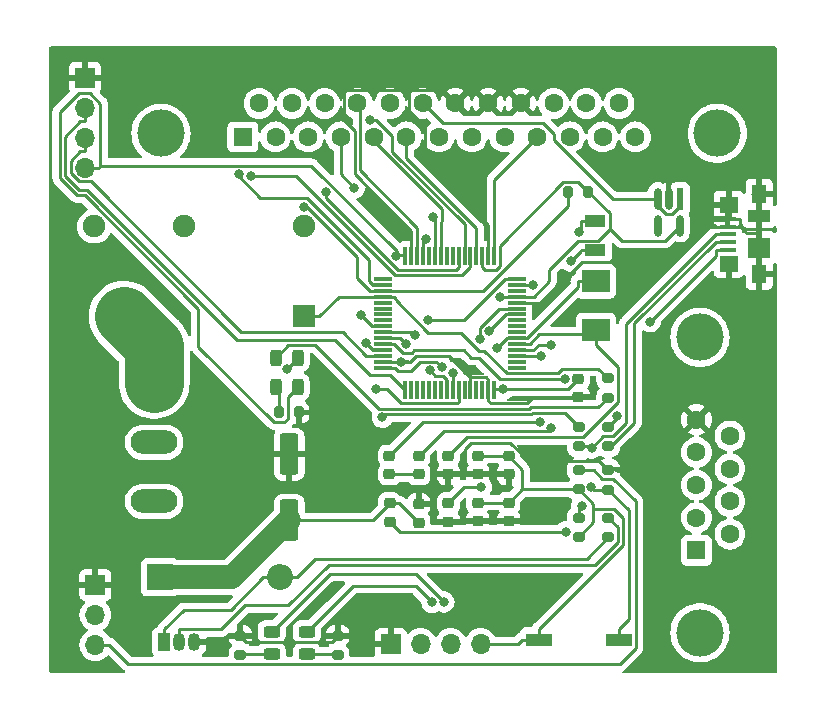
<source format=gbr>
%TF.GenerationSoftware,KiCad,Pcbnew,7.0.1*%
%TF.CreationDate,2023-06-01T09:44:18-03:00*%
%TF.ProjectId,BitBangARM,42697442-616e-4674-9152-4d2e6b696361,rev?*%
%TF.SameCoordinates,Original*%
%TF.FileFunction,Copper,L1,Top*%
%TF.FilePolarity,Positive*%
%FSLAX46Y46*%
G04 Gerber Fmt 4.6, Leading zero omitted, Abs format (unit mm)*
G04 Created by KiCad (PCBNEW 7.0.1) date 2023-06-01 09:44:18*
%MOMM*%
%LPD*%
G01*
G04 APERTURE LIST*
G04 Aperture macros list*
%AMRoundRect*
0 Rectangle with rounded corners*
0 $1 Rounding radius*
0 $2 $3 $4 $5 $6 $7 $8 $9 X,Y pos of 4 corners*
0 Add a 4 corners polygon primitive as box body*
4,1,4,$2,$3,$4,$5,$6,$7,$8,$9,$2,$3,0*
0 Add four circle primitives for the rounded corners*
1,1,$1+$1,$2,$3*
1,1,$1+$1,$4,$5*
1,1,$1+$1,$6,$7*
1,1,$1+$1,$8,$9*
0 Add four rect primitives between the rounded corners*
20,1,$1+$1,$2,$3,$4,$5,0*
20,1,$1+$1,$4,$5,$6,$7,0*
20,1,$1+$1,$6,$7,$8,$9,0*
20,1,$1+$1,$8,$9,$2,$3,0*%
G04 Aperture macros list end*
%TA.AperFunction,ComponentPad*%
%ADD10R,1.700000X1.700000*%
%TD*%
%TA.AperFunction,ComponentPad*%
%ADD11O,1.700000X1.700000*%
%TD*%
%TA.AperFunction,SMDPad,CuDef*%
%ADD12RoundRect,0.200000X0.275000X-0.200000X0.275000X0.200000X-0.275000X0.200000X-0.275000X-0.200000X0*%
%TD*%
%TA.AperFunction,SMDPad,CuDef*%
%ADD13RoundRect,0.243750X0.456250X-0.243750X0.456250X0.243750X-0.456250X0.243750X-0.456250X-0.243750X0*%
%TD*%
%TA.AperFunction,SMDPad,CuDef*%
%ADD14R,2.160000X1.120000*%
%TD*%
%TA.AperFunction,SMDPad,CuDef*%
%ADD15RoundRect,0.200000X-0.275000X0.200000X-0.275000X-0.200000X0.275000X-0.200000X0.275000X0.200000X0*%
%TD*%
%TA.AperFunction,SMDPad,CuDef*%
%ADD16RoundRect,0.225000X-0.250000X0.225000X-0.250000X-0.225000X0.250000X-0.225000X0.250000X0.225000X0*%
%TD*%
%TA.AperFunction,SMDPad,CuDef*%
%ADD17RoundRect,0.225000X0.250000X-0.225000X0.250000X0.225000X-0.250000X0.225000X-0.250000X-0.225000X0*%
%TD*%
%TA.AperFunction,SMDPad,CuDef*%
%ADD18R,1.380000X0.450000*%
%TD*%
%TA.AperFunction,SMDPad,CuDef*%
%ADD19R,1.300000X1.650000*%
%TD*%
%TA.AperFunction,SMDPad,CuDef*%
%ADD20R,1.550000X1.425000*%
%TD*%
%TA.AperFunction,SMDPad,CuDef*%
%ADD21R,1.900000X1.800000*%
%TD*%
%TA.AperFunction,SMDPad,CuDef*%
%ADD22R,1.900000X1.000000*%
%TD*%
%TA.AperFunction,ComponentPad*%
%ADD23R,3.960000X1.980000*%
%TD*%
%TA.AperFunction,ComponentPad*%
%ADD24O,3.960000X1.980000*%
%TD*%
%TA.AperFunction,SMDPad,CuDef*%
%ADD25RoundRect,0.075000X0.700000X0.075000X-0.700000X0.075000X-0.700000X-0.075000X0.700000X-0.075000X0*%
%TD*%
%TA.AperFunction,SMDPad,CuDef*%
%ADD26RoundRect,0.075000X0.075000X0.700000X-0.075000X0.700000X-0.075000X-0.700000X0.075000X-0.700000X0*%
%TD*%
%TA.AperFunction,SMDPad,CuDef*%
%ADD27RoundRect,0.304904X0.000001X0.622165X0.000001X-0.622165X-0.000001X-0.622165X-0.000001X0.622165X0*%
%TD*%
%TA.AperFunction,SMDPad,CuDef*%
%ADD28R,0.609807X1.854139*%
%TD*%
%TA.AperFunction,SMDPad,CuDef*%
%ADD29RoundRect,0.200000X-0.200000X-0.275000X0.200000X-0.275000X0.200000X0.275000X-0.200000X0.275000X0*%
%TD*%
%TA.AperFunction,ComponentPad*%
%ADD30C,4.000000*%
%TD*%
%TA.AperFunction,ComponentPad*%
%ADD31R,1.600000X1.600000*%
%TD*%
%TA.AperFunction,ComponentPad*%
%ADD32C,1.600000*%
%TD*%
%TA.AperFunction,SMDPad,CuDef*%
%ADD33RoundRect,0.243750X-0.243750X-0.456250X0.243750X-0.456250X0.243750X0.456250X-0.243750X0.456250X0*%
%TD*%
%TA.AperFunction,ComponentPad*%
%ADD34R,1.050000X1.500000*%
%TD*%
%TA.AperFunction,ComponentPad*%
%ADD35O,1.050000X1.500000*%
%TD*%
%TA.AperFunction,SMDPad,CuDef*%
%ADD36R,2.400000X1.900000*%
%TD*%
%TA.AperFunction,ComponentPad*%
%ADD37R,2.200000X2.200000*%
%TD*%
%TA.AperFunction,ComponentPad*%
%ADD38O,2.200000X2.200000*%
%TD*%
%TA.AperFunction,ComponentPad*%
%ADD39R,1.899999X1.899999*%
%TD*%
%TA.AperFunction,ComponentPad*%
%ADD40C,1.899999*%
%TD*%
%TA.AperFunction,SMDPad,CuDef*%
%ADD41RoundRect,0.250000X0.550000X-1.500000X0.550000X1.500000X-0.550000X1.500000X-0.550000X-1.500000X0*%
%TD*%
%TA.AperFunction,SMDPad,CuDef*%
%ADD42R,1.800000X1.000000*%
%TD*%
%TA.AperFunction,ViaPad*%
%ADD43C,0.800000*%
%TD*%
%TA.AperFunction,Conductor*%
%ADD44C,0.250000*%
%TD*%
%TA.AperFunction,Conductor*%
%ADD45C,2.000000*%
%TD*%
%TA.AperFunction,Conductor*%
%ADD46C,5.000000*%
%TD*%
G04 APERTURE END LIST*
D10*
%TO.P,J7,1,Pin_1*%
%TO.N,GND*%
X147866500Y-126664100D03*
D11*
%TO.P,J7,2,Pin_2*%
%TO.N,/USART1_RX*%
X150406500Y-126664100D03*
%TO.P,J7,3,Pin_3*%
%TO.N,/USART1_TX*%
X152946500Y-126664100D03*
%TO.P,J7,4,Pin_4*%
%TO.N,/3V3_ARM*%
X155486500Y-126664100D03*
%TD*%
D12*
%TO.P,R11,1*%
%TO.N,Net-(D5-K)*%
X143386500Y-127589100D03*
%TO.P,R11,2*%
%TO.N,GND*%
X143386500Y-125939100D03*
%TD*%
%TO.P,R10,1*%
%TO.N,Net-(D4-K)*%
X135111500Y-127589100D03*
%TO.P,R10,2*%
%TO.N,GND*%
X135111500Y-125939100D03*
%TD*%
D13*
%TO.P,D5,1,K*%
%TO.N,Net-(D5-K)*%
X140761500Y-127501600D03*
%TO.P,D5,2,A*%
%TO.N,/LED2*%
X140761500Y-125626600D03*
%TD*%
%TO.P,D4,1,K*%
%TO.N,Net-(D4-K)*%
X137786500Y-127464100D03*
%TO.P,D4,2,A*%
%TO.N,/LED1*%
X137786500Y-125589100D03*
%TD*%
D14*
%TO.P,SW1,1*%
%TO.N,/STATE_SW*%
X167151500Y-126264100D03*
%TO.P,SW1,2*%
%TO.N,/3V3_ARM*%
X160421500Y-126264100D03*
%TD*%
D15*
%TO.P,R5,1*%
%TO.N,GND*%
X166286500Y-111914100D03*
%TO.P,R5,2*%
%TO.N,/STATE_SW*%
X166286500Y-113564100D03*
%TD*%
D16*
%TO.P,C16,1,1*%
%TO.N,/3V3_ARM*%
X155241500Y-110714100D03*
%TO.P,C16,2,2*%
%TO.N,GND*%
X155241500Y-112264100D03*
%TD*%
D12*
%TO.P,R4,1*%
%TO.N,/3V3_ARM*%
X163761500Y-113539100D03*
%TO.P,R4,2*%
%TO.N,Net-(JP2-B)*%
X163761500Y-111889100D03*
%TD*%
D15*
%TO.P,R9,1*%
%TO.N,/RELE_SW_PIN*%
X166254500Y-104137100D03*
%TO.P,R9,2*%
%TO.N,Net-(D3-K)*%
X166254500Y-105787100D03*
%TD*%
D12*
%TO.P,R8,1*%
%TO.N,/RELE_SW_PIN*%
X166286500Y-117614100D03*
%TO.P,R8,2*%
%TO.N,Net-(Q1-B)*%
X166286500Y-115964100D03*
%TD*%
D17*
%TO.P,C10,1,1*%
%TO.N,GND*%
X157841500Y-112264100D03*
%TO.P,C10,2,2*%
%TO.N,/3V3_ARM*%
X157841500Y-110714100D03*
%TD*%
D18*
%TO.P,J1,1,VBUS*%
%TO.N,Net-(J1-VBUS)*%
X176401500Y-93251600D03*
%TO.P,J1,2,D-*%
%TO.N,Net-(J1-D-)*%
X176401500Y-92601600D03*
%TO.P,J1,3,D+*%
%TO.N,Net-(J1-D+)*%
X176401500Y-91951600D03*
%TO.P,J1,4,ID*%
%TO.N,GND*%
X176401500Y-91301600D03*
%TO.P,J1,5,GND*%
X176401500Y-90651600D03*
D19*
%TO.P,J1,6,Shield*%
X179061500Y-95326600D03*
D20*
X176486500Y-94439100D03*
D21*
X179061500Y-93101600D03*
D22*
X179061500Y-90401600D03*
D20*
X176486500Y-89464100D03*
D19*
X179061500Y-88576600D03*
%TD*%
D23*
%TO.P,J3,1,Pin_1*%
%TO.N,Net-(J3-Pin_1)*%
X127836500Y-104566100D03*
D24*
%TO.P,J3,2,Pin_2*%
%TO.N,Net-(J3-Pin_2)*%
X127836500Y-109566100D03*
%TO.P,J3,3,Pin_3*%
%TO.N,Net-(J3-Pin_3)*%
X127836500Y-114566100D03*
%TD*%
D10*
%TO.P,J5,1,Pin_1*%
%TO.N,GND*%
X121961500Y-78684100D03*
D11*
%TO.P,J5,2,Pin_2*%
%TO.N,/SWCLK*%
X121961500Y-81224100D03*
%TO.P,J5,3,Pin_3*%
%TO.N,/SWIO*%
X121961500Y-83764100D03*
%TO.P,J5,4,Pin_4*%
%TO.N,/3V3_ARM*%
X121961500Y-86304100D03*
%TD*%
D17*
%TO.P,C17,1*%
%TO.N,GND*%
X152741500Y-116274100D03*
%TO.P,C17,2*%
%TO.N,Net-(U3-PD1)*%
X152741500Y-114724100D03*
%TD*%
D25*
%TO.P,U3,1,VBAT*%
%TO.N,unconnected-(U3-VBAT-Pad1)*%
X158536500Y-103239100D03*
%TO.P,U3,2,PC13*%
%TO.N,unconnected-(U3-PC13-Pad2)*%
X158536500Y-102739100D03*
%TO.P,U3,3,PC14*%
%TO.N,Net-(U3-PC14)*%
X158536500Y-102239100D03*
%TO.P,U3,4,PC15*%
%TO.N,Net-(U3-PC15)*%
X158536500Y-101739100D03*
%TO.P,U3,5,PD0*%
%TO.N,Net-(U3-PD0)*%
X158536500Y-101239100D03*
%TO.P,U3,6,PD1*%
%TO.N,Net-(U3-PD1)*%
X158536500Y-100739100D03*
%TO.P,U3,7,NRST*%
%TO.N,unconnected-(U3-NRST-Pad7)*%
X158536500Y-100239100D03*
%TO.P,U3,8,PC0*%
%TO.N,/ADC1_IN10*%
X158536500Y-99739100D03*
%TO.P,U3,9,PC1*%
%TO.N,/ADC1_IN11*%
X158536500Y-99239100D03*
%TO.P,U3,10,PC2*%
%TO.N,/LED1*%
X158536500Y-98739100D03*
%TO.P,U3,11,PC3*%
%TO.N,/LED2*%
X158536500Y-98239100D03*
%TO.P,U3,12,VSSA*%
%TO.N,GND*%
X158536500Y-97739100D03*
%TO.P,U3,13,VDDA*%
%TO.N,/3V3_ARM*%
X158536500Y-97239100D03*
%TO.P,U3,14,PA0*%
%TO.N,unconnected-(U3-PA0-Pad14)*%
X158536500Y-96739100D03*
%TO.P,U3,15,PA1*%
%TO.N,/STATE_SW*%
X158536500Y-96239100D03*
%TO.P,U3,16,PA2*%
%TO.N,/MODO_PIN*%
X158536500Y-95739100D03*
D26*
%TO.P,U3,17,PA3*%
%TO.N,/LINE_20_BUTTON*%
X156611500Y-93814100D03*
%TO.P,U3,18,VSS*%
%TO.N,GND*%
X156111500Y-93814100D03*
%TO.P,U3,19,VDD*%
%TO.N,/3V3_ARM*%
X155611500Y-93814100D03*
%TO.P,U3,20,PA4*%
%TO.N,/LINE_1_BUTTON*%
X155111500Y-93814100D03*
%TO.P,U3,21,PA5*%
%TO.N,/HELP_BUTTON*%
X154611500Y-93814100D03*
%TO.P,U3,22,PA6*%
%TO.N,/CHG_BET_BUTTON*%
X154111500Y-93814100D03*
%TO.P,U3,23,PA7*%
%TO.N,/MAX_BET_BUTTON*%
X153611500Y-93814100D03*
%TO.P,U3,24,PC4*%
%TO.N,unconnected-(U3-PC4-Pad24)*%
X153111500Y-93814100D03*
%TO.P,U3,25,PC5*%
%TO.N,unconnected-(U3-PC5-Pad25)*%
X152611500Y-93814100D03*
%TO.P,U3,26,PB0*%
%TO.N,/PLAY_BUTTON*%
X152111500Y-93814100D03*
%TO.P,U3,27,PB1*%
%TO.N,/LINE_9_BUTTON*%
X151611500Y-93814100D03*
%TO.P,U3,28,PB2*%
%TO.N,/EXTRA_IN_1*%
X151111500Y-93814100D03*
%TO.P,U3,29,PB10*%
%TO.N,/RXP*%
X150611500Y-93814100D03*
%TO.P,U3,30,PB11*%
%TO.N,/TXP*%
X150111500Y-93814100D03*
%TO.P,U3,31,VSS*%
%TO.N,GND*%
X149611500Y-93814100D03*
%TO.P,U3,32,VDD*%
%TO.N,/3V3_ARM*%
X149111500Y-93814100D03*
D25*
%TO.P,U3,33,PB12*%
%TO.N,/EXTRA_OUT_3*%
X147186500Y-95739100D03*
%TO.P,U3,34,PB13*%
%TO.N,/RESERVADO_BUTTON*%
X147186500Y-96239100D03*
%TO.P,U3,35,PB14*%
%TO.N,/BILL_PULSE_PIN*%
X147186500Y-96739100D03*
%TO.P,U3,36,PB15*%
%TO.N,/RELE_SW_PIN*%
X147186500Y-97239100D03*
%TO.P,U3,37,PC6*%
%TO.N,unconnected-(U3-PC6-Pad37)*%
X147186500Y-97739100D03*
%TO.P,U3,38,PC7*%
%TO.N,unconnected-(U3-PC7-Pad38)*%
X147186500Y-98239100D03*
%TO.P,U3,39,PC8*%
%TO.N,unconnected-(U3-PC8-Pad39)*%
X147186500Y-98739100D03*
%TO.P,U3,40,PC9*%
%TO.N,unconnected-(U3-PC9-Pad40)*%
X147186500Y-99239100D03*
%TO.P,U3,41,PA8*%
%TO.N,/DOBRA_BUTTON*%
X147186500Y-99739100D03*
%TO.P,U3,42,PA9*%
%TO.N,/USART1_TX*%
X147186500Y-100239100D03*
%TO.P,U3,43,PA10*%
%TO.N,/USART1_RX*%
X147186500Y-100739100D03*
%TO.P,U3,44,PA11*%
%TO.N,/USBDM*%
X147186500Y-101239100D03*
%TO.P,U3,45,PA12*%
%TO.N,/USBDP*%
X147186500Y-101739100D03*
%TO.P,U3,46,PA13*%
%TO.N,/SWIO*%
X147186500Y-102239100D03*
%TO.P,U3,47,VSS*%
%TO.N,GND*%
X147186500Y-102739100D03*
%TO.P,U3,48,VDD*%
%TO.N,/3V3_ARM*%
X147186500Y-103239100D03*
D26*
%TO.P,U3,49,PA14*%
%TO.N,/SWCLK*%
X149111500Y-105164100D03*
%TO.P,U3,50,PA15*%
%TO.N,unconnected-(U3-PA15-Pad50)*%
X149611500Y-105164100D03*
%TO.P,U3,51,PC10*%
%TO.N,unconnected-(U3-PC10-Pad51)*%
X150111500Y-105164100D03*
%TO.P,U3,52,PC11*%
%TO.N,unconnected-(U3-PC11-Pad52)*%
X150611500Y-105164100D03*
%TO.P,U3,53,PC12*%
%TO.N,unconnected-(U3-PC12-Pad53)*%
X151111500Y-105164100D03*
%TO.P,U3,54,PD2*%
%TO.N,unconnected-(U3-PD2-Pad54)*%
X151611500Y-105164100D03*
%TO.P,U3,55,PB3*%
%TO.N,unconnected-(U3-PB3-Pad55)*%
X152111500Y-105164100D03*
%TO.P,U3,56,PB4*%
%TO.N,/INIB_NOTE_PIN*%
X152611500Y-105164100D03*
%TO.P,U3,57,PB5*%
%TO.N,/LINE_15_BUTTON*%
X153111500Y-105164100D03*
%TO.P,U3,58,PB6*%
%TO.N,/LINE_5_BUTTON*%
X153611500Y-105164100D03*
%TO.P,U3,59,PB7*%
%TO.N,unconnected-(U3-PB7-Pad59)*%
X154111500Y-105164100D03*
%TO.P,U3,60,BOOT0*%
%TO.N,GND*%
X154611500Y-105164100D03*
%TO.P,U3,61,PB8*%
%TO.N,/EXTRA_OUT_1*%
X155111500Y-105164100D03*
%TO.P,U3,62,PB9*%
%TO.N,/EXTRA_OUT_2*%
X155611500Y-105164100D03*
%TO.P,U3,63,VSS*%
%TO.N,GND*%
X156111500Y-105164100D03*
%TO.P,U3,64,VDD*%
%TO.N,/3V3_ARM*%
X156611500Y-105164100D03*
%TD*%
D27*
%TO.P,U2,5,OUT*%
%TO.N,/3V3_ARM*%
X172361500Y-91214118D03*
%TO.P,U2,4,NC*%
%TO.N,unconnected-(U2-NC-Pad4)*%
X170461499Y-91214118D03*
%TO.P,U2,3,EN*%
%TO.N,/5V*%
X170461499Y-88963283D03*
%TO.P,U2,2,GND*%
%TO.N,GND*%
X171411499Y-88963283D03*
D28*
%TO.P,U2,1,IN*%
%TO.N,/5V*%
X172361500Y-88963283D03*
%TD*%
D29*
%TO.P,R7,1*%
%TO.N,Net-(D1-K)*%
X138411500Y-107039100D03*
%TO.P,R7,2*%
%TO.N,GND*%
X140061500Y-107039100D03*
%TD*%
D30*
%TO.P,J4,0*%
%TO.N,N/C*%
X174046500Y-125684100D03*
X174046500Y-100684100D03*
D31*
%TO.P,J4,1,Pin_1*%
%TO.N,unconnected-(J4-Pin_1-Pad1)*%
X173746500Y-118724100D03*
D32*
%TO.P,J4,2,Pin_2*%
%TO.N,/TXP*%
X173746500Y-115954100D03*
%TO.P,J4,3,Pin_3*%
%TO.N,/RXP*%
X173746500Y-113184100D03*
%TO.P,J4,4,Pin_4*%
%TO.N,unconnected-(J4-Pin_4-Pad4)*%
X173746500Y-110414100D03*
%TO.P,J4,5,Pin_5*%
%TO.N,GND*%
X173746500Y-107644100D03*
%TO.P,J4,6,Pin_6*%
%TO.N,unconnected-(J4-Pin_6-Pad6)*%
X176586500Y-117339100D03*
%TO.P,J4,7,Pin_7*%
%TO.N,unconnected-(J4-Pin_7-Pad7)*%
X176586500Y-114569100D03*
%TO.P,J4,8,Pin_8*%
%TO.N,unconnected-(J4-Pin_8-Pad8)*%
X176586500Y-111799100D03*
%TO.P,J4,9,Pin_9*%
%TO.N,unconnected-(J4-Pin_9-Pad9)*%
X176586500Y-109029100D03*
%TD*%
D17*
%TO.P,C8,1*%
%TO.N,Net-(C8-Pad1)*%
X147741500Y-112264100D03*
%TO.P,C8,2*%
%TO.N,Net-(U3-PC14)*%
X147741500Y-110714100D03*
%TD*%
%TO.P,C5,1,1*%
%TO.N,Net-(J1-VBUS)*%
X147761500Y-116289100D03*
%TO.P,C5,2,2*%
%TO.N,/5V*%
X147761500Y-114739100D03*
%TD*%
D12*
%TO.P,R1,1*%
%TO.N,Net-(J1-D-)*%
X166279500Y-109887100D03*
%TO.P,R1,2*%
%TO.N,/USBDM*%
X166279500Y-108237100D03*
%TD*%
D33*
%TO.P,D3,1,K*%
%TO.N,Net-(D3-K)*%
X138131500Y-102389100D03*
%TO.P,D3,2,A*%
%TO.N,/5V*%
X140006500Y-102389100D03*
%TD*%
D34*
%TO.P,Q1,1,C*%
%TO.N,/RELE_SW_PIN*%
X128696500Y-126489100D03*
D35*
%TO.P,Q1,2,B*%
%TO.N,Net-(Q1-B)*%
X129966500Y-126489100D03*
%TO.P,Q1,3,E*%
%TO.N,GND*%
X131236500Y-126489100D03*
%TD*%
D17*
%TO.P,C9,1*%
%TO.N,Net-(C8-Pad1)*%
X150241500Y-112264100D03*
%TO.P,C9,2*%
%TO.N,Net-(U3-PC15)*%
X150241500Y-110714100D03*
%TD*%
D16*
%TO.P,C19,1,1*%
%TO.N,/3V3_ARM*%
X157861500Y-114689100D03*
%TO.P,C19,2,2*%
%TO.N,GND*%
X157861500Y-116239100D03*
%TD*%
D12*
%TO.P,R2,1*%
%TO.N,Net-(J1-D+)*%
X163769500Y-109887100D03*
%TO.P,R2,2*%
%TO.N,/USBDP*%
X163769500Y-108237100D03*
%TD*%
D33*
%TO.P,D1,1,K*%
%TO.N,Net-(D1-K)*%
X138131500Y-104889100D03*
%TO.P,D1,2,A*%
%TO.N,/3V3_ARM*%
X140006500Y-104889100D03*
%TD*%
D36*
%TO.P,Y4,1,1*%
%TO.N,Net-(U3-PD1)*%
X165236500Y-95939100D03*
%TO.P,Y4,2,2*%
%TO.N,Net-(U3-PD0)*%
X165236500Y-100039100D03*
%TD*%
D37*
%TO.P,D2,1,K*%
%TO.N,/5V*%
X128344500Y-120996100D03*
D38*
%TO.P,D2,2,A*%
%TO.N,/RELE_SW_PIN*%
X138504500Y-120996100D03*
%TD*%
D16*
%TO.P,C14,1,1*%
%TO.N,/3V3_ARM*%
X163729500Y-104187100D03*
%TO.P,C14,2,2*%
%TO.N,GND*%
X163729500Y-105737100D03*
%TD*%
D17*
%TO.P,C11,1,1*%
%TO.N,GND*%
X155241500Y-116239100D03*
%TO.P,C11,2,2*%
%TO.N,/3V3_ARM*%
X155241500Y-114689100D03*
%TD*%
D30*
%TO.P,J2,0*%
%TO.N,N/C*%
X175511500Y-83404100D03*
X128411500Y-83404100D03*
D31*
%TO.P,J2,1,Pin_1*%
%TO.N,/HELP_BUTTON*%
X135341500Y-83704100D03*
D32*
%TO.P,J2,2,Pin_2*%
%TO.N,/CHG_BET_BUTTON*%
X138111500Y-83704100D03*
%TO.P,J2,3,Pin_3*%
%TO.N,/MAX_BET_BUTTON*%
X140881500Y-83704100D03*
%TO.P,J2,4,Pin_4*%
%TO.N,/DOBRA_BUTTON*%
X143651500Y-83704100D03*
%TO.P,J2,5,Pin_5*%
%TO.N,/PLAY_BUTTON*%
X146421500Y-83704100D03*
%TO.P,J2,6,Pin_6*%
%TO.N,/LINE_1_BUTTON*%
X149191500Y-83704100D03*
%TO.P,J2,7,Pin_7*%
%TO.N,/LINE_5_BUTTON*%
X151961500Y-83704100D03*
%TO.P,J2,8,Pin_8*%
%TO.N,/LINE_9_BUTTON*%
X154731500Y-83704100D03*
%TO.P,J2,9,Pin_9*%
%TO.N,/LINE_15_BUTTON*%
X157501500Y-83704100D03*
%TO.P,J2,10,Pin_10*%
%TO.N,/LINE_20_BUTTON*%
X160271500Y-83704100D03*
%TO.P,J2,11,Pin_11*%
%TO.N,/RESERVADO_BUTTON*%
X163041500Y-83704100D03*
%TO.P,J2,12,Pin_12*%
%TO.N,unconnected-(J2-Pin_12-Pad12)*%
X165811500Y-83704100D03*
%TO.P,J2,13,Pin_13*%
%TO.N,/INIB_NOTE_PIN*%
X168581500Y-83704100D03*
%TO.P,J2,14,Pin_14*%
%TO.N,/BILL_PULSE_PIN*%
X136726500Y-80864100D03*
%TO.P,J2,15,Pin_15*%
%TO.N,unconnected-(J2-Pin_15-Pad15)*%
X139496500Y-80864100D03*
%TO.P,J2,16,Pin_16*%
%TO.N,/RXP*%
X142266500Y-80864100D03*
%TO.P,J2,17,Pin_17*%
%TO.N,/TXP*%
X145036500Y-80864100D03*
%TO.P,J2,18,Pin_18*%
%TO.N,unconnected-(J2-Pin_18-Pad18)*%
X147806500Y-80864100D03*
%TO.P,J2,19,Pin_19*%
%TO.N,/5V*%
X150576500Y-80864100D03*
%TO.P,J2,20,Pin_20*%
%TO.N,GND*%
X153346500Y-80864100D03*
%TO.P,J2,21,Pin_21*%
X156116500Y-80864100D03*
%TO.P,J2,22,Pin_22*%
X158886500Y-80864100D03*
%TO.P,J2,23,Pin_23*%
%TO.N,unconnected-(J2-Pin_23-Pad23)*%
X161656500Y-80864100D03*
%TO.P,J2,24,Pin_24*%
%TO.N,unconnected-(J2-Pin_24-Pad24)*%
X164426500Y-80864100D03*
%TO.P,J2,25,Pin_25*%
%TO.N,unconnected-(J2-Pin_25-Pad25)*%
X167196500Y-80864100D03*
%TD*%
D39*
%TO.P,K1,1,1*%
%TO.N,/RELE_SW_PIN*%
X140536500Y-98898100D03*
D40*
%TO.P,K1,2,NC*%
%TO.N,Net-(J3-Pin_1)*%
X125296500Y-98898100D03*
%TO.P,K1,3,NO*%
%TO.N,Net-(J3-Pin_3)*%
X122756500Y-91278100D03*
%TO.P,K1,4,COM*%
%TO.N,Net-(J3-Pin_2)*%
X130376500Y-91278100D03*
%TO.P,K1,5,5*%
%TO.N,/5V*%
X140536500Y-91278100D03*
%TD*%
D29*
%TO.P,R6,1*%
%TO.N,/BILL_PULSE_PIN*%
X162886500Y-88364100D03*
%TO.P,R6,2*%
%TO.N,/3V3_ARM*%
X164536500Y-88364100D03*
%TD*%
D16*
%TO.P,C12,1,1*%
%TO.N,GND*%
X150236500Y-114821100D03*
%TO.P,C12,2,2*%
%TO.N,/5V*%
X150236500Y-116371100D03*
%TD*%
D41*
%TO.P,C13,1*%
%TO.N,/5V*%
X139266500Y-116176100D03*
%TO.P,C13,2*%
%TO.N,GND*%
X139266500Y-110576100D03*
%TD*%
D42*
%TO.P,Y3,1,1*%
%TO.N,Net-(U3-PC14)*%
X165186500Y-93314100D03*
%TO.P,Y3,2,2*%
%TO.N,Net-(U3-PC15)*%
X165186500Y-90814100D03*
%TD*%
D16*
%TO.P,C15,1*%
%TO.N,Net-(U3-PD0)*%
X152741500Y-110714100D03*
%TO.P,C15,2*%
%TO.N,GND*%
X152741500Y-112264100D03*
%TD*%
D10*
%TO.P,JP2,1,A*%
%TO.N,GND*%
X122861500Y-121639100D03*
D11*
%TO.P,JP2,2,C*%
%TO.N,/MODO_PIN*%
X122861500Y-124179100D03*
%TO.P,JP2,3,B*%
%TO.N,Net-(JP2-B)*%
X122861500Y-126719100D03*
%TD*%
D12*
%TO.P,R3,1*%
%TO.N,/3V3_ARM*%
X163761500Y-117614100D03*
%TO.P,R3,2*%
%TO.N,Net-(J1-D+)*%
X163761500Y-115964100D03*
%TD*%
D43*
%TO.N,/LED2*%
X155442900Y-100830000D03*
X151361500Y-123114100D03*
%TO.N,/LED1*%
X156216000Y-100111500D03*
X152360638Y-123087096D03*
%TO.N,/USART1_RX*%
X149141900Y-101217700D03*
%TO.N,/USART1_TX*%
X149950500Y-100442900D03*
%TO.N,Net-(U3-PD1)*%
X156885700Y-101546000D03*
X155542000Y-113357100D03*
%TO.N,Net-(U3-PC15)*%
X163832600Y-91763000D03*
X161410500Y-101286400D03*
X161410500Y-108383800D03*
%TO.N,Net-(U3-PC14)*%
X163094400Y-94227700D03*
X160564200Y-102239100D03*
X160497200Y-107822000D03*
%TO.N,/USBDP*%
X145786800Y-101190500D03*
X147161000Y-107445000D03*
%TO.N,/USBDM*%
X162642400Y-104189400D03*
X167018800Y-107362500D03*
%TO.N,/MODO_PIN*%
X151011400Y-99206200D03*
%TO.N,/STATE_SW*%
X159916100Y-96239100D03*
X164858300Y-113327600D03*
%TO.N,/RXP*%
X150838800Y-92342300D03*
%TO.N,/BILL_PULSE_PIN*%
X140544300Y-89673700D03*
%TO.N,/INIB_NOTE_PIN*%
X151180500Y-103467700D03*
%TO.N,/RESERVADO_BUTTON*%
X134977900Y-86887900D03*
%TO.N,/LINE_15_BUTTON*%
X153118100Y-103694800D03*
%TO.N,/LINE_9_BUTTON*%
X151475200Y-90508100D03*
%TO.N,/LINE_5_BUTTON*%
X146585100Y-105071100D03*
%TO.N,/DOBRA_BUTTON*%
X144778700Y-88002000D03*
X145333000Y-98765900D03*
%TO.N,/MAX_BET_BUTTON*%
X142359100Y-88389700D03*
%TO.N,/CHG_BET_BUTTON*%
X146116700Y-82284100D03*
%TO.N,/HELP_BUTTON*%
X136060500Y-87022100D03*
%TO.N,Net-(J1-D+)*%
X164878600Y-110057400D03*
X164018800Y-114946400D03*
%TO.N,/3V3_ARM*%
X157398800Y-105051900D03*
X157137100Y-97239100D03*
X148328000Y-93805800D03*
X152189000Y-103206800D03*
%TO.N,/5V*%
X139059700Y-103366000D03*
%TO.N,Net-(J1-VBUS)*%
X169832900Y-99348300D03*
X162661500Y-117160300D03*
%TO.N,GND*%
X148731600Y-102739100D03*
%TD*%
D44*
%TO.N,/LED1*%
X142683600Y-120692000D02*
X137786500Y-125589100D01*
X149965542Y-120692000D02*
X142683600Y-120692000D01*
X152360638Y-123087096D02*
X149965542Y-120692000D01*
%TO.N,/LED2*%
X144659800Y-121728300D02*
X140761500Y-125626600D01*
X149975700Y-121728300D02*
X144659800Y-121728300D01*
X151361500Y-123114100D02*
X149975700Y-121728300D01*
%TO.N,GND*%
X154636500Y-109614100D02*
X157998200Y-109614100D01*
X159539500Y-111155400D02*
X165527800Y-111155400D01*
X154136500Y-112139100D02*
X154136500Y-110114100D01*
X165527800Y-111155400D02*
X166286500Y-111914100D01*
X154261500Y-112264100D02*
X154136500Y-112139100D01*
X155241500Y-112264100D02*
X154261500Y-112264100D01*
X154136500Y-110114100D02*
X154636500Y-109614100D01*
X157998200Y-109614100D02*
X159539500Y-111155400D01*
X177416900Y-90651600D02*
X177416900Y-91301600D01*
X176401500Y-90651600D02*
X177305000Y-90651600D01*
%TO.N,/LED2*%
X155442900Y-99856200D02*
X155442900Y-100830000D01*
X157060000Y-98239100D02*
X155442900Y-99856200D01*
X158536500Y-98239100D02*
X157060000Y-98239100D01*
%TO.N,Net-(JP2-B)*%
X122861500Y-126719100D02*
X124038400Y-126719100D01*
X165040200Y-111889100D02*
X163761500Y-111889100D01*
X165792900Y-112641800D02*
X165040200Y-111889100D01*
X166661700Y-112641800D02*
X165792900Y-112641800D01*
X168596100Y-114576200D02*
X166661700Y-112641800D01*
X168596100Y-126985000D02*
X168596100Y-114576200D01*
X167239800Y-128341300D02*
X168596100Y-126985000D01*
X125660600Y-128341300D02*
X167239800Y-128341300D01*
X124038400Y-126719100D02*
X125660600Y-128341300D01*
%TO.N,Net-(D5-K)*%
X143299000Y-127501600D02*
X143386500Y-127589100D01*
X140761500Y-127501600D02*
X143299000Y-127501600D01*
%TO.N,/SWIO*%
X121961500Y-83764100D02*
X121961500Y-84941000D01*
X121595700Y-84941000D02*
X121961500Y-84941000D01*
X120772800Y-85763900D02*
X121595700Y-84941000D01*
X120772800Y-86779800D02*
X120772800Y-85763900D01*
X121474000Y-87481000D02*
X120772800Y-86779800D01*
X122462800Y-87481000D02*
X121474000Y-87481000D01*
X135225800Y-100244000D02*
X122462800Y-87481000D01*
X143804400Y-100244000D02*
X135225800Y-100244000D01*
X145799500Y-102239100D02*
X143804400Y-100244000D01*
X147186500Y-102239100D02*
X145799500Y-102239100D01*
%TO.N,/LED1*%
X157588400Y-98739100D02*
X156216000Y-100111500D01*
X158536500Y-98739100D02*
X157588400Y-98739100D01*
%TO.N,Net-(D4-K)*%
X135236500Y-127464100D02*
X135111500Y-127589100D01*
X137786500Y-127464100D02*
X135236500Y-127464100D01*
%TO.N,/USART1_RX*%
X148663300Y-100739100D02*
X149141900Y-101217700D01*
X147186500Y-100739100D02*
X148663300Y-100739100D01*
%TO.N,/USART1_TX*%
X149746700Y-100239100D02*
X149950500Y-100442900D01*
X147186500Y-100239100D02*
X149746700Y-100239100D01*
%TO.N,Net-(U3-PD1)*%
X165236500Y-95939100D02*
X163709600Y-95939100D01*
X159380200Y-100739100D02*
X158536500Y-100739100D01*
X163709600Y-96409700D02*
X159380200Y-100739100D01*
X163709600Y-95939100D02*
X163709600Y-96409700D01*
X157692600Y-100739100D02*
X156885700Y-101546000D01*
X158536500Y-100739100D02*
X157692600Y-100739100D01*
X154108500Y-113357100D02*
X152741500Y-114724100D01*
X155542000Y-113357100D02*
X154108500Y-113357100D01*
%TO.N,Net-(U3-PD0)*%
X165236500Y-100039100D02*
X165236500Y-100433000D01*
X165236500Y-100433000D02*
X165236500Y-101316000D01*
X159631500Y-101239100D02*
X158536500Y-101239100D01*
X160437600Y-100433000D02*
X159631500Y-101239100D01*
X165236500Y-100433000D02*
X160437600Y-100433000D01*
X167100000Y-103179500D02*
X165236500Y-101316000D01*
X167100000Y-106190500D02*
X167100000Y-103179500D01*
X164153200Y-109137300D02*
X167100000Y-106190500D01*
X154318300Y-109137300D02*
X164153200Y-109137300D01*
X152741500Y-110714100D02*
X154318300Y-109137300D01*
%TO.N,/SWCLK*%
X121961500Y-81224100D02*
X121961500Y-82401000D01*
X121595700Y-82401000D02*
X121961500Y-82401000D01*
X120307500Y-83689200D02*
X121595700Y-82401000D01*
X120307500Y-87010100D02*
X120307500Y-83689200D01*
X121511100Y-88213700D02*
X120307500Y-87010100D01*
X122150500Y-88213700D02*
X121511100Y-88213700D01*
X134843100Y-100906300D02*
X122150500Y-88213700D01*
X143126400Y-100906300D02*
X134843100Y-100906300D01*
X146096300Y-103876200D02*
X143126400Y-100906300D01*
X147823600Y-103876200D02*
X146096300Y-103876200D01*
X149111500Y-105164100D02*
X147823600Y-103876200D01*
%TO.N,Net-(U3-PC15)*%
X163959600Y-91636000D02*
X163832600Y-91763000D01*
X163959600Y-90814100D02*
X163959600Y-91636000D01*
X165186500Y-90814100D02*
X163959600Y-90814100D01*
X161217100Y-108577200D02*
X161410500Y-108383800D01*
X152378400Y-108577200D02*
X161217100Y-108577200D01*
X150241500Y-110714100D02*
X152378400Y-108577200D01*
X160386300Y-101286400D02*
X161410500Y-101286400D01*
X159933600Y-101739100D02*
X160386300Y-101286400D01*
X158536500Y-101739100D02*
X159933600Y-101739100D01*
%TO.N,Net-(U3-PC14)*%
X165186500Y-93314100D02*
X163959600Y-93314100D01*
X160564200Y-102239100D02*
X158536500Y-102239100D01*
X163959600Y-93362500D02*
X163094400Y-94227700D01*
X163959600Y-93314100D02*
X163959600Y-93362500D01*
X150633600Y-107822000D02*
X160497200Y-107822000D01*
X147741500Y-110714100D02*
X150633600Y-107822000D01*
%TO.N,Net-(C8-Pad1)*%
X150241500Y-112264100D02*
X147741500Y-112264100D01*
%TO.N,/USBDP*%
X146335400Y-101739100D02*
X145786800Y-101190500D01*
X147186500Y-101739100D02*
X146335400Y-101739100D01*
X147417400Y-107188600D02*
X147161000Y-107445000D01*
X159754400Y-107188600D02*
X147417400Y-107188600D01*
X159887200Y-107055800D02*
X159754400Y-107188600D01*
X162588200Y-107055800D02*
X159887200Y-107055800D01*
X163769500Y-108237100D02*
X162588200Y-107055800D01*
%TO.N,/USBDM*%
X167018800Y-107497800D02*
X167018800Y-107362500D01*
X166279500Y-108237100D02*
X167018800Y-107497800D01*
X157111300Y-104189400D02*
X162642400Y-104189400D01*
X155339000Y-102417100D02*
X157111300Y-104189400D01*
X154700000Y-102417100D02*
X155339000Y-102417100D01*
X154057100Y-101774200D02*
X154700000Y-102417100D01*
X149850500Y-101774200D02*
X154057100Y-101774200D01*
X149652200Y-101972500D02*
X149850500Y-101774200D01*
X148868800Y-101972500D02*
X149652200Y-101972500D01*
X148135400Y-101239100D02*
X148868800Y-101972500D01*
X147186500Y-101239100D02*
X148135400Y-101239100D01*
%TO.N,Net-(Q1-B)*%
X129966500Y-126489100D02*
X129966500Y-125412200D01*
X133513800Y-125412200D02*
X129966500Y-125412200D01*
X135562500Y-123363500D02*
X133513800Y-125412200D01*
X139201800Y-123363500D02*
X135562500Y-123363500D01*
X142600200Y-119965100D02*
X139201800Y-123363500D01*
X165156800Y-119965100D02*
X142600200Y-119965100D01*
X167099700Y-118022200D02*
X165156800Y-119965100D01*
X167099700Y-116777300D02*
X167099700Y-118022200D01*
X166286500Y-115964100D02*
X167099700Y-116777300D01*
%TO.N,/MODO_PIN*%
X154103000Y-99206200D02*
X151011400Y-99206200D01*
X157570100Y-95739100D02*
X154103000Y-99206200D01*
X158536500Y-95739100D02*
X157570100Y-95739100D01*
%TO.N,/STATE_SW*%
X158536500Y-96239100D02*
X159916100Y-96239100D01*
X167151500Y-126264100D02*
X167151500Y-125377200D01*
X168013400Y-124515300D02*
X167151500Y-125377200D01*
X168013400Y-115291000D02*
X168013400Y-124515300D01*
X166286500Y-113564100D02*
X168013400Y-115291000D01*
X165094800Y-113564100D02*
X164858300Y-113327600D01*
X166286500Y-113564100D02*
X165094800Y-113564100D01*
%TO.N,Net-(J3-Pin_1)*%
X125296500Y-98898100D02*
X125296300Y-98898300D01*
X127836500Y-103002500D02*
X127836500Y-104566100D01*
X127836000Y-103002000D02*
X127836500Y-103002500D01*
%TO.N,/TXP*%
X145271400Y-81099000D02*
X145036500Y-80864100D01*
X145271400Y-86540400D02*
X145271400Y-81099000D01*
X150111500Y-91380500D02*
X145271400Y-86540400D01*
X150111500Y-93814100D02*
X150111500Y-91380500D01*
%TO.N,/RXP*%
X150611500Y-92569600D02*
X150838800Y-92342300D01*
X150611500Y-93814100D02*
X150611500Y-92569600D01*
%TO.N,/BILL_PULSE_PIN*%
X146116300Y-96739100D02*
X147186500Y-96739100D01*
X145021800Y-95644600D02*
X146116300Y-96739100D01*
X145021800Y-93887500D02*
X145021800Y-95644600D01*
X140808000Y-89673700D02*
X145021800Y-93887500D01*
X140544300Y-89673700D02*
X140808000Y-89673700D01*
X162886500Y-89537300D02*
X162886500Y-88364100D01*
X155684700Y-96739100D02*
X162886500Y-89537300D01*
X147186500Y-96739100D02*
X155684700Y-96739100D01*
%TO.N,/INIB_NOTE_PIN*%
X152611500Y-104288500D02*
X152611500Y-105164100D01*
X152256700Y-103933700D02*
X152611500Y-104288500D01*
X151646500Y-103933700D02*
X152256700Y-103933700D01*
X151180500Y-103467700D02*
X151646500Y-103933700D01*
%TO.N,/RESERVADO_BUTTON*%
X134977900Y-87039100D02*
X134977900Y-86887900D01*
X136833200Y-88894400D02*
X134977900Y-87039100D01*
X140793000Y-88894400D02*
X136833200Y-88894400D01*
X146038900Y-94140300D02*
X140793000Y-88894400D01*
X146038900Y-95935200D02*
X146038900Y-94140300D01*
X146342800Y-96239100D02*
X146038900Y-95935200D01*
X147186500Y-96239100D02*
X146342800Y-96239100D01*
%TO.N,/LINE_20_BUTTON*%
X156611500Y-87364100D02*
X156611500Y-93814100D01*
X160271500Y-83704100D02*
X156611500Y-87364100D01*
%TO.N,/LINE_15_BUTTON*%
X153111500Y-103701400D02*
X153118100Y-103694800D01*
X153111500Y-105164100D02*
X153111500Y-103701400D01*
%TO.N,/LINE_9_BUTTON*%
X151611500Y-90644400D02*
X151611500Y-93814100D01*
X151475200Y-90508100D02*
X151611500Y-90644400D01*
%TO.N,/LINE_5_BUTTON*%
X153611500Y-106121300D02*
X153611500Y-105164100D01*
X153466500Y-106266300D02*
X153611500Y-106121300D01*
X148713200Y-106266300D02*
X153466500Y-106266300D01*
X147518000Y-105071100D02*
X148713200Y-106266300D01*
X146585100Y-105071100D02*
X147518000Y-105071100D01*
%TO.N,/LINE_1_BUTTON*%
X155111500Y-91434300D02*
X155111500Y-93814100D01*
X149191500Y-85514300D02*
X155111500Y-91434300D01*
X149191500Y-83704100D02*
X149191500Y-85514300D01*
%TO.N,/PLAY_BUTTON*%
X146421500Y-84039200D02*
X146421500Y-83704100D01*
X152202100Y-89819800D02*
X146421500Y-84039200D01*
X152202100Y-90809200D02*
X152202100Y-89819800D01*
X152111500Y-90899800D02*
X152202100Y-90809200D01*
X152111500Y-93814100D02*
X152111500Y-90899800D01*
%TO.N,/DOBRA_BUTTON*%
X143651500Y-86874800D02*
X144778700Y-88002000D01*
X143651500Y-83704100D02*
X143651500Y-86874800D01*
X146306200Y-99739100D02*
X145333000Y-98765900D01*
X147186500Y-99739100D02*
X146306200Y-99739100D01*
%TO.N,/MAX_BET_BUTTON*%
X153611500Y-94702200D02*
X153611500Y-93814100D01*
X153360800Y-94952900D02*
X153611500Y-94702200D01*
X148445500Y-94952900D02*
X153360800Y-94952900D01*
X142359100Y-88866500D02*
X148445500Y-94952900D01*
X142359100Y-88389700D02*
X142359100Y-88866500D01*
%TO.N,/CHG_BET_BUTTON*%
X146614100Y-82284100D02*
X146116700Y-82284100D01*
X147993700Y-83663700D02*
X146614100Y-82284100D01*
X147993700Y-84972300D02*
X147993700Y-83663700D01*
X154111500Y-91090100D02*
X147993700Y-84972300D01*
X154111500Y-93814100D02*
X154111500Y-91090100D01*
%TO.N,/HELP_BUTTON*%
X139875600Y-87022100D02*
X136060500Y-87022100D01*
X148260900Y-95407400D02*
X139875600Y-87022100D01*
X153934800Y-95407400D02*
X148260900Y-95407400D01*
X154611500Y-94730700D02*
X153934800Y-95407400D01*
X154611500Y-93814100D02*
X154611500Y-94730700D01*
%TO.N,Net-(J1-D+)*%
X176401500Y-91951600D02*
X175384600Y-91951600D01*
X163761500Y-115203700D02*
X163761500Y-115964100D01*
X164018800Y-114946400D02*
X163761500Y-115203700D01*
X164708300Y-109887100D02*
X164878600Y-110057400D01*
X163769500Y-109887100D02*
X164708300Y-109887100D01*
X167802700Y-99533500D02*
X175384600Y-91951600D01*
X167802700Y-107951200D02*
X167802700Y-99533500D01*
X166691800Y-109062100D02*
X167802700Y-107951200D01*
X165873900Y-109062100D02*
X166691800Y-109062100D01*
X164878600Y-110057400D02*
X165873900Y-109062100D01*
%TO.N,Net-(J1-D-)*%
X176401500Y-92601600D02*
X175384600Y-92601600D01*
X166513700Y-109887100D02*
X166279500Y-109887100D01*
X168496400Y-107904400D02*
X166513700Y-109887100D01*
X168496400Y-99489800D02*
X168496400Y-107904400D01*
X175384600Y-92601600D02*
X168496400Y-99489800D01*
%TO.N,Net-(D3-K)*%
X139160900Y-101359700D02*
X138131500Y-102389100D01*
X141477400Y-101359700D02*
X139160900Y-101359700D01*
X146835700Y-106718000D02*
X141477400Y-101359700D01*
X147888900Y-106718000D02*
X146835700Y-106718000D01*
X147903600Y-106732700D02*
X147888900Y-106718000D01*
X159571200Y-106732700D02*
X147903600Y-106732700D01*
X159700000Y-106603900D02*
X159571200Y-106732700D01*
X165437700Y-106603900D02*
X159700000Y-106603900D01*
X166254500Y-105787100D02*
X165437700Y-106603900D01*
%TO.N,/RELE_SW_PIN*%
X128696500Y-126489100D02*
X128696500Y-125412200D01*
X137791100Y-120996100D02*
X137077600Y-120996100D01*
X130340800Y-123767900D02*
X128696500Y-125412200D01*
X134305800Y-123767900D02*
X130340800Y-123767900D01*
X137077600Y-120996100D02*
X134305800Y-123767900D01*
X140536500Y-98898100D02*
X141813400Y-98898100D01*
X137791100Y-120996100D02*
X138504500Y-120996100D01*
X164457400Y-119443200D02*
X166286500Y-117614100D01*
X141484300Y-119443200D02*
X164457400Y-119443200D01*
X139931400Y-120996100D02*
X141484300Y-119443200D01*
X138504500Y-120996100D02*
X139931400Y-120996100D01*
X143472400Y-97239100D02*
X147186500Y-97239100D01*
X141813400Y-98898100D02*
X143472400Y-97239100D01*
X165447800Y-103330400D02*
X166254500Y-104137100D01*
X162382900Y-103330400D02*
X165447800Y-103330400D01*
X161986400Y-103726900D02*
X162382900Y-103330400D01*
X157680600Y-103726900D02*
X161986400Y-103726900D01*
X155759600Y-101805900D02*
X157680600Y-103726900D01*
X155364800Y-101805900D02*
X155759600Y-101805900D01*
X153846800Y-100287900D02*
X155364800Y-101805900D01*
X151032300Y-100287900D02*
X153846800Y-100287900D01*
X148288700Y-97544300D02*
X151032300Y-100287900D01*
X148288700Y-97417300D02*
X148288700Y-97544300D01*
X148110500Y-97239100D02*
X148288700Y-97417300D01*
X147186500Y-97239100D02*
X148110500Y-97239100D01*
%TO.N,Net-(D1-K)*%
X138411500Y-105169100D02*
X138411500Y-107039100D01*
X138131500Y-104889100D02*
X138411500Y-105169100D01*
%TO.N,/3V3_ARM*%
X155241500Y-114689100D02*
X157861500Y-114689100D01*
X160421500Y-126264100D02*
X160421500Y-125377200D01*
X158614600Y-126664100D02*
X159014600Y-126264100D01*
X155486500Y-126664100D02*
X158614600Y-126664100D01*
X160421500Y-126264100D02*
X159014600Y-126264100D01*
X157861500Y-114689100D02*
X159011500Y-113539100D01*
X163761500Y-113539100D02*
X159011500Y-113539100D01*
X165024000Y-116351600D02*
X165024000Y-115204500D01*
X163761500Y-117614100D02*
X165024000Y-116351600D01*
X159011500Y-111884100D02*
X157841500Y-110714100D01*
X159011500Y-113539100D02*
X159011500Y-111884100D01*
X157841500Y-110714100D02*
X155241500Y-110714100D01*
X162864700Y-105051900D02*
X157398800Y-105051900D01*
X163729500Y-104187100D02*
X162864700Y-105051900D01*
X156723700Y-105051900D02*
X156611500Y-105164100D01*
X157398800Y-105051900D02*
X156723700Y-105051900D01*
X167553100Y-118245600D02*
X160421500Y-125377200D01*
X167553100Y-115988300D02*
X167553100Y-118245600D01*
X166769300Y-115204500D02*
X167553100Y-115988300D01*
X165024000Y-115204500D02*
X166769300Y-115204500D01*
X155611500Y-94712500D02*
X155611500Y-93814100D01*
X155852300Y-94953300D02*
X155611500Y-94712500D01*
X156816000Y-94953300D02*
X155852300Y-94953300D01*
X157101000Y-94668300D02*
X156816000Y-94953300D01*
X157101000Y-92916400D02*
X157101000Y-94668300D01*
X162474000Y-87543400D02*
X157101000Y-92916400D01*
X163715800Y-87543400D02*
X162474000Y-87543400D01*
X164536500Y-88364100D02*
X163715800Y-87543400D01*
X165024000Y-114801600D02*
X163761500Y-113539100D01*
X165024000Y-115204500D02*
X165024000Y-114801600D01*
X157137100Y-97239100D02*
X158536500Y-97239100D01*
X167429200Y-92488700D02*
X166413400Y-91472900D01*
X171086900Y-92488700D02*
X167429200Y-92488700D01*
X172361500Y-91214100D02*
X171086900Y-92488700D01*
X164598800Y-88364100D02*
X164536500Y-88364100D01*
X166413400Y-90178700D02*
X164598800Y-88364100D01*
X166413400Y-91472900D02*
X166413400Y-90178700D01*
X165399100Y-92487200D02*
X166413400Y-91472900D01*
X164137300Y-92487200D02*
X165399100Y-92487200D01*
X164134600Y-92489900D02*
X164137300Y-92487200D01*
X163743300Y-92489900D02*
X164134600Y-92489900D01*
X161293500Y-94939700D02*
X163743300Y-92489900D01*
X161293500Y-95922000D02*
X161293500Y-94939700D01*
X159976400Y-97239100D02*
X161293500Y-95922000D01*
X158536500Y-97239100D02*
X159976400Y-97239100D01*
X151711900Y-102729700D02*
X152189000Y-103206800D01*
X150366800Y-102729700D02*
X151711900Y-102729700D01*
X149610900Y-103485600D02*
X150366800Y-102729700D01*
X148446500Y-103485600D02*
X149610900Y-103485600D01*
X148200000Y-103239100D02*
X148446500Y-103485600D01*
X147186500Y-103239100D02*
X148200000Y-103239100D01*
X121961500Y-86304100D02*
X123138400Y-86304100D01*
X149034700Y-93737300D02*
X148396500Y-93737300D01*
X149111500Y-93814100D02*
X149034700Y-93737300D01*
X148396500Y-93737300D02*
X148328000Y-93805800D01*
X139139200Y-105756400D02*
X140006500Y-104889100D01*
X139139200Y-107599000D02*
X139139200Y-105756400D01*
X138866900Y-107871300D02*
X139139200Y-107599000D01*
X137976500Y-107871300D02*
X138866900Y-107871300D01*
X131558700Y-101453500D02*
X137976500Y-107871300D01*
X131558700Y-98261000D02*
X131558700Y-101453500D01*
X121963300Y-88665600D02*
X131558700Y-98261000D01*
X121305000Y-88665600D02*
X121963300Y-88665600D01*
X119850100Y-87210700D02*
X121305000Y-88665600D01*
X119850100Y-81621500D02*
X119850100Y-87210700D01*
X121465400Y-80006200D02*
X119850100Y-81621500D01*
X122410900Y-80006200D02*
X121465400Y-80006200D01*
X123288200Y-80883500D02*
X122410900Y-80006200D01*
X123288200Y-86154300D02*
X123288200Y-80883500D01*
X141152700Y-86154300D02*
X123288200Y-86154300D01*
X148396500Y-93398100D02*
X141152700Y-86154300D01*
X148396500Y-93737300D02*
X148396500Y-93398100D01*
X123288200Y-86154300D02*
X123138400Y-86304100D01*
%TO.N,/5V*%
X148604500Y-114739100D02*
X147761500Y-114739100D01*
X150236500Y-116371100D02*
X148604500Y-114739100D01*
X140006500Y-102419200D02*
X139059700Y-103366000D01*
X140006500Y-102389100D02*
X140006500Y-102419200D01*
X128344600Y-120996000D02*
X128344500Y-120996100D01*
X139266100Y-116176100D02*
X139266500Y-116176100D01*
X139266000Y-116176000D02*
X139266100Y-116176100D01*
X146324500Y-116176100D02*
X147761500Y-114739100D01*
X139266500Y-116176100D02*
X146324500Y-116176100D01*
X166647700Y-88963300D02*
X170461500Y-88963300D01*
X161656500Y-83972100D02*
X166647700Y-88963300D01*
X161656500Y-83447100D02*
X161656500Y-83972100D01*
X160765400Y-82556000D02*
X161656500Y-83447100D01*
X152268400Y-82556000D02*
X160765400Y-82556000D01*
X150576500Y-80864100D02*
X152268400Y-82556000D01*
X172361500Y-89564000D02*
X172361500Y-88963300D01*
X171659800Y-90265700D02*
X172361500Y-89564000D01*
X171165200Y-90265700D02*
X171659800Y-90265700D01*
X170461500Y-89562000D02*
X171165200Y-90265700D01*
X170461500Y-88963300D02*
X170461500Y-89562000D01*
%TO.N,Net-(J1-VBUS)*%
X176401500Y-93251600D02*
X175384600Y-93251600D01*
X148632700Y-117160300D02*
X162661500Y-117160300D01*
X147761500Y-116289100D02*
X148632700Y-117160300D01*
X175384600Y-93796600D02*
X169832900Y-99348300D01*
X175384600Y-93251600D02*
X175384600Y-93796600D01*
%TO.N,GND*%
X179061500Y-93408300D02*
X179061500Y-93715000D01*
X179061500Y-93408300D02*
X179061500Y-93101600D01*
X177991500Y-91874700D02*
X177418400Y-91301600D01*
X179061500Y-91874700D02*
X177991500Y-91874700D01*
X179061500Y-93101600D02*
X179061500Y-91874700D01*
X176401500Y-91301600D02*
X177416900Y-91301600D01*
X177416900Y-91301600D02*
X177418400Y-91301600D01*
X152219600Y-79737200D02*
X149440300Y-79737200D01*
X153346500Y-80864100D02*
X152219600Y-79737200D01*
X143872400Y-79737200D02*
X149440300Y-79737200D01*
X177305000Y-90651600D02*
X177416900Y-90651600D01*
X179061500Y-88576600D02*
X178573100Y-88576600D01*
X178573100Y-88576600D02*
X178475900Y-88576600D01*
X176486500Y-89464100D02*
X177037500Y-89464100D01*
X171411500Y-88147100D02*
X171411500Y-88963300D01*
X142876900Y-126448700D02*
X143386500Y-125939100D01*
X135621100Y-126448700D02*
X142876900Y-126448700D01*
X135111500Y-125939100D02*
X135621100Y-126448700D01*
X143872400Y-82297100D02*
X143872400Y-79737200D01*
X144796300Y-83221000D02*
X143872400Y-82297100D01*
X144796300Y-86853500D02*
X144796300Y-83221000D01*
X149611500Y-91668700D02*
X144796300Y-86853500D01*
X149611500Y-93814100D02*
X149611500Y-91668700D01*
X154611500Y-104059200D02*
X154611500Y-105164100D01*
X149440300Y-81528000D02*
X149440300Y-79737200D01*
X150763700Y-82851400D02*
X149440300Y-81528000D01*
X150763700Y-85786100D02*
X150763700Y-82851400D01*
X156111500Y-91133900D02*
X150763700Y-85786100D01*
X156111500Y-93814100D02*
X156111500Y-91133900D01*
X152741500Y-116239100D02*
X152741500Y-116274100D01*
X156111500Y-104261100D02*
X156111500Y-105164100D01*
X155909600Y-104059200D02*
X156111500Y-104261100D01*
X154611500Y-104059200D02*
X155909600Y-104059200D01*
X148731600Y-102739100D02*
X147186500Y-102739100D01*
X174289200Y-91301600D02*
X176401500Y-91301600D01*
X171266500Y-94324300D02*
X174289200Y-91301600D01*
X164027900Y-94324300D02*
X171266500Y-94324300D01*
X160613100Y-97739100D02*
X164027900Y-94324300D01*
X158536500Y-97739100D02*
X160613100Y-97739100D01*
X156111500Y-106038300D02*
X156111500Y-105164100D01*
X156348700Y-106275500D02*
X156111500Y-106038300D01*
X159389300Y-106275500D02*
X156348700Y-106275500D01*
X159927700Y-105737100D02*
X159389300Y-106275500D01*
X163729500Y-105737100D02*
X159927700Y-105737100D01*
X152824700Y-102272400D02*
X154611500Y-104059200D01*
X149991400Y-102272400D02*
X152824700Y-102272400D01*
X149524700Y-102739100D02*
X149991400Y-102272400D01*
X148731600Y-102739100D02*
X149524700Y-102739100D01*
D45*
%TO.N,/5V*%
X134446500Y-120996100D02*
X139266500Y-116176100D01*
X128344500Y-120996100D02*
X134446500Y-120996100D01*
D46*
%TO.N,Net-(J3-Pin_1)*%
X127836500Y-104566100D02*
X127836500Y-101438100D01*
X127836500Y-101438100D02*
X125296500Y-98898100D01*
%TD*%
%TA.AperFunction,Conductor*%
%TO.N,GND*%
G36*
X180474500Y-76055713D02*
G01*
X180519887Y-76101100D01*
X180536500Y-76163100D01*
X180536500Y-89422312D01*
X180517995Y-89487479D01*
X180468004Y-89533196D01*
X180401447Y-89545818D01*
X180338189Y-89521579D01*
X180261189Y-89463937D01*
X180224616Y-89420174D01*
X180211500Y-89364670D01*
X180211500Y-88826600D01*
X179311500Y-88826600D01*
X179311500Y-91401600D01*
X180059324Y-91401600D01*
X180118875Y-91395197D01*
X180253588Y-91344952D01*
X180338189Y-91281621D01*
X180401447Y-91257382D01*
X180468004Y-91270004D01*
X180517995Y-91315721D01*
X180536500Y-91380888D01*
X180536500Y-91722312D01*
X180517995Y-91787479D01*
X180468004Y-91833196D01*
X180401447Y-91845818D01*
X180338189Y-91821579D01*
X180253588Y-91758247D01*
X180118875Y-91708002D01*
X180059324Y-91701600D01*
X179311500Y-91701600D01*
X179311500Y-95076600D01*
X180211500Y-95076600D01*
X180211500Y-94538530D01*
X180224616Y-94483026D01*
X180261189Y-94439263D01*
X180338189Y-94381621D01*
X180401447Y-94357382D01*
X180468004Y-94370004D01*
X180517995Y-94415721D01*
X180536500Y-94480888D01*
X180536500Y-128999600D01*
X180519887Y-129061600D01*
X180474500Y-129106987D01*
X180412500Y-129123600D01*
X167608854Y-129123600D01*
X167549117Y-129108262D01*
X167504158Y-129066044D01*
X167485099Y-129007388D01*
X167496654Y-128946806D01*
X167535966Y-128899284D01*
X167578861Y-128868117D01*
X167588630Y-128861700D01*
X167626218Y-128839471D01*
X167626217Y-128839471D01*
X167626220Y-128839470D01*
X167640385Y-128825304D01*
X167655173Y-128812673D01*
X167671387Y-128800894D01*
X167699238Y-128767226D01*
X167707079Y-128758609D01*
X168979888Y-127485801D01*
X168995985Y-127472906D01*
X168997973Y-127470787D01*
X168997977Y-127470786D01*
X169044048Y-127421723D01*
X169046666Y-127419023D01*
X169066220Y-127399471D01*
X169068681Y-127396298D01*
X169076256Y-127387427D01*
X169106162Y-127355582D01*
X169115812Y-127338027D01*
X169126500Y-127321757D01*
X169129267Y-127318190D01*
X169138773Y-127305936D01*
X169156126Y-127265832D01*
X169161257Y-127255362D01*
X169182297Y-127217092D01*
X169187275Y-127197699D01*
X169193581Y-127179282D01*
X169197272Y-127170752D01*
X169201538Y-127160896D01*
X169208372Y-127117745D01*
X169210737Y-127106325D01*
X169221600Y-127064019D01*
X169221600Y-127043984D01*
X169223127Y-127024585D01*
X169226260Y-127004804D01*
X169222150Y-126961325D01*
X169221600Y-126949656D01*
X169221600Y-125684099D01*
X171541055Y-125684099D01*
X171560811Y-125998110D01*
X171619769Y-126307182D01*
X171710699Y-126587033D01*
X171716997Y-126606415D01*
X171832608Y-126852100D01*
X171850963Y-126891107D01*
X172019553Y-127156763D01*
X172220112Y-127399197D01*
X172449471Y-127614580D01*
X172704015Y-127799516D01*
X172841874Y-127875304D01*
X172979734Y-127951094D01*
X173085582Y-127993002D01*
X173272274Y-128066919D01*
X173377551Y-128093949D01*
X173577027Y-128145166D01*
X173810311Y-128174636D01*
X173889180Y-128184600D01*
X173889182Y-128184600D01*
X174203818Y-128184600D01*
X174203820Y-128184600D01*
X174273841Y-128175753D01*
X174515973Y-128145166D01*
X174820725Y-128066919D01*
X175113266Y-127951094D01*
X175388984Y-127799516D01*
X175388984Y-127799515D01*
X175643528Y-127614580D01*
X175872887Y-127399197D01*
X175872887Y-127399196D01*
X175872890Y-127399194D01*
X176073447Y-127156763D01*
X176242037Y-126891107D01*
X176376003Y-126606415D01*
X176473231Y-126307179D01*
X176532188Y-125998115D01*
X176551944Y-125684100D01*
X176532188Y-125370085D01*
X176473231Y-125061021D01*
X176471685Y-125056264D01*
X176414607Y-124880597D01*
X176376003Y-124761785D01*
X176242037Y-124477093D01*
X176073447Y-124211437D01*
X175931717Y-124040115D01*
X175872887Y-123969002D01*
X175643528Y-123753619D01*
X175388984Y-123568683D01*
X175113264Y-123417105D01*
X174820725Y-123301280D01*
X174515974Y-123223034D01*
X174203820Y-123183600D01*
X174203818Y-123183600D01*
X173889182Y-123183600D01*
X173889180Y-123183600D01*
X173577025Y-123223034D01*
X173272274Y-123301280D01*
X172979735Y-123417105D01*
X172704015Y-123568683D01*
X172449471Y-123753619D01*
X172220112Y-123969002D01*
X172019553Y-124211436D01*
X171850963Y-124477092D01*
X171716995Y-124761789D01*
X171619769Y-125061017D01*
X171560811Y-125370089D01*
X171541055Y-125684099D01*
X169221600Y-125684099D01*
X169221600Y-115954100D01*
X172441031Y-115954100D01*
X172460864Y-116180789D01*
X172519761Y-116400597D01*
X172615932Y-116606835D01*
X172746453Y-116793240D01*
X172907359Y-116954146D01*
X173093764Y-117084667D01*
X173309836Y-117185424D01*
X173309140Y-117186914D01*
X173347894Y-117208171D01*
X173380648Y-117257182D01*
X173387069Y-117315779D01*
X173365706Y-117370720D01*
X173321388Y-117409588D01*
X173264129Y-117423600D01*
X172898630Y-117423600D01*
X172839015Y-117430009D01*
X172704169Y-117480304D01*
X172588954Y-117566554D01*
X172502704Y-117681768D01*
X172452409Y-117816615D01*
X172452409Y-117816617D01*
X172446593Y-117870717D01*
X172446000Y-117876230D01*
X172446000Y-119571969D01*
X172452409Y-119631583D01*
X172502704Y-119766431D01*
X172588954Y-119881646D01*
X172704169Y-119967896D01*
X172839017Y-120018191D01*
X172898627Y-120024600D01*
X174594372Y-120024599D01*
X174653983Y-120018191D01*
X174788831Y-119967896D01*
X174904046Y-119881646D01*
X174990296Y-119766431D01*
X175040591Y-119631583D01*
X175047000Y-119571973D01*
X175046999Y-117876228D01*
X175040591Y-117816617D01*
X174990296Y-117681769D01*
X174904046Y-117566554D01*
X174788831Y-117480304D01*
X174653983Y-117430009D01*
X174594373Y-117423600D01*
X174594369Y-117423600D01*
X174228872Y-117423600D01*
X174171614Y-117409589D01*
X174127296Y-117370721D01*
X174115000Y-117339100D01*
X175281031Y-117339100D01*
X175300864Y-117565789D01*
X175359761Y-117785597D01*
X175455932Y-117991835D01*
X175586453Y-118178240D01*
X175747359Y-118339146D01*
X175933764Y-118469667D01*
X175933765Y-118469667D01*
X175933766Y-118469668D01*
X176140004Y-118565839D01*
X176359808Y-118624735D01*
X176586500Y-118644568D01*
X176813192Y-118624735D01*
X177032996Y-118565839D01*
X177239234Y-118469668D01*
X177425639Y-118339147D01*
X177586547Y-118178239D01*
X177717068Y-117991834D01*
X177813239Y-117785596D01*
X177872135Y-117565792D01*
X177891968Y-117339100D01*
X177872135Y-117112408D01*
X177813239Y-116892604D01*
X177717068Y-116686366D01*
X177708598Y-116674270D01*
X177586546Y-116499959D01*
X177425640Y-116339053D01*
X177239235Y-116208532D01*
X177032996Y-116112361D01*
X176889364Y-116073875D01*
X176833776Y-116041781D01*
X176801682Y-115986194D01*
X176801682Y-115922006D01*
X176833776Y-115866419D01*
X176889364Y-115834325D01*
X176904802Y-115830188D01*
X177032996Y-115795839D01*
X177239234Y-115699668D01*
X177425639Y-115569147D01*
X177586547Y-115408239D01*
X177717068Y-115221834D01*
X177813239Y-115015596D01*
X177872135Y-114795792D01*
X177891968Y-114569100D01*
X177872135Y-114342408D01*
X177813239Y-114122604D01*
X177717068Y-113916366D01*
X177699399Y-113891132D01*
X177586546Y-113729959D01*
X177425640Y-113569053D01*
X177239235Y-113438532D01*
X177032996Y-113342361D01*
X176889364Y-113303875D01*
X176833776Y-113271781D01*
X176801682Y-113216194D01*
X176801682Y-113152006D01*
X176833776Y-113096419D01*
X176889364Y-113064325D01*
X176904802Y-113060188D01*
X177032996Y-113025839D01*
X177239234Y-112929668D01*
X177425639Y-112799147D01*
X177586547Y-112638239D01*
X177717068Y-112451834D01*
X177813239Y-112245596D01*
X177872135Y-112025792D01*
X177891968Y-111799100D01*
X177872135Y-111572408D01*
X177813239Y-111352604D01*
X177717068Y-111146366D01*
X177675365Y-111086808D01*
X177586546Y-110959959D01*
X177425640Y-110799053D01*
X177239235Y-110668532D01*
X177032996Y-110572361D01*
X176889364Y-110533875D01*
X176833776Y-110501781D01*
X176801682Y-110446194D01*
X176801682Y-110382006D01*
X176833776Y-110326419D01*
X176889364Y-110294325D01*
X176904802Y-110290188D01*
X177032996Y-110255839D01*
X177239234Y-110159668D01*
X177425639Y-110029147D01*
X177586547Y-109868239D01*
X177717068Y-109681834D01*
X177813239Y-109475596D01*
X177872135Y-109255792D01*
X177891968Y-109029100D01*
X177889137Y-108996747D01*
X177881466Y-108909066D01*
X177872135Y-108802408D01*
X177813239Y-108582604D01*
X177717068Y-108376366D01*
X177712310Y-108369571D01*
X177586546Y-108189959D01*
X177425640Y-108029053D01*
X177239235Y-107898532D01*
X177032997Y-107802361D01*
X176813189Y-107743464D01*
X176586500Y-107723631D01*
X176359810Y-107743464D01*
X176140002Y-107802361D01*
X175933764Y-107898532D01*
X175747359Y-108029053D01*
X175586453Y-108189959D01*
X175455932Y-108376364D01*
X175359761Y-108582602D01*
X175300864Y-108802410D01*
X175281031Y-109029099D01*
X175300864Y-109255789D01*
X175359761Y-109475597D01*
X175455932Y-109681835D01*
X175586453Y-109868240D01*
X175747359Y-110029146D01*
X175933764Y-110159667D01*
X175933765Y-110159667D01*
X175933766Y-110159668D01*
X176140004Y-110255839D01*
X176226226Y-110278942D01*
X176283636Y-110294325D01*
X176339223Y-110326419D01*
X176371317Y-110382006D01*
X176371317Y-110446194D01*
X176339223Y-110501781D01*
X176283636Y-110533875D01*
X176140002Y-110572361D01*
X175933764Y-110668532D01*
X175747359Y-110799053D01*
X175586453Y-110959959D01*
X175455932Y-111146364D01*
X175359761Y-111352602D01*
X175300864Y-111572410D01*
X175281031Y-111799099D01*
X175300864Y-112025789D01*
X175359761Y-112245597D01*
X175455932Y-112451835D01*
X175586453Y-112638240D01*
X175747359Y-112799146D01*
X175933764Y-112929667D01*
X175933765Y-112929667D01*
X175933766Y-112929668D01*
X176140004Y-113025839D01*
X176283636Y-113064325D01*
X176339223Y-113096417D01*
X176371317Y-113152005D01*
X176371317Y-113216192D01*
X176339224Y-113271780D01*
X176283636Y-113303874D01*
X176140002Y-113342361D01*
X175933764Y-113438532D01*
X175747359Y-113569053D01*
X175586453Y-113729959D01*
X175455932Y-113916364D01*
X175359761Y-114122602D01*
X175300864Y-114342410D01*
X175281031Y-114569100D01*
X175300864Y-114795789D01*
X175359761Y-115015597D01*
X175455932Y-115221835D01*
X175586453Y-115408240D01*
X175747359Y-115569146D01*
X175933764Y-115699667D01*
X175933765Y-115699667D01*
X175933766Y-115699668D01*
X176140004Y-115795839D01*
X176254042Y-115826395D01*
X176283636Y-115834325D01*
X176339223Y-115866419D01*
X176371317Y-115922006D01*
X176371317Y-115986194D01*
X176339223Y-116041781D01*
X176283636Y-116073875D01*
X176140002Y-116112361D01*
X175933764Y-116208532D01*
X175747359Y-116339053D01*
X175586453Y-116499959D01*
X175455932Y-116686364D01*
X175359761Y-116892602D01*
X175300864Y-117112410D01*
X175281031Y-117339100D01*
X174115000Y-117339100D01*
X174105932Y-117315781D01*
X174112352Y-117257185D01*
X174145104Y-117208173D01*
X174183858Y-117186914D01*
X174183164Y-117185424D01*
X174339741Y-117112410D01*
X174399234Y-117084668D01*
X174585639Y-116954147D01*
X174746547Y-116793239D01*
X174877068Y-116606834D01*
X174973239Y-116400596D01*
X175032135Y-116180792D01*
X175051968Y-115954100D01*
X175032135Y-115727408D01*
X174973239Y-115507604D01*
X174877068Y-115301366D01*
X174846562Y-115257799D01*
X174746546Y-115114959D01*
X174585640Y-114954053D01*
X174399235Y-114823532D01*
X174192996Y-114727361D01*
X174049364Y-114688875D01*
X173993776Y-114656781D01*
X173961682Y-114601194D01*
X173961682Y-114537006D01*
X173993776Y-114481419D01*
X174049364Y-114449325D01*
X174074484Y-114442594D01*
X174192996Y-114410839D01*
X174399234Y-114314668D01*
X174585639Y-114184147D01*
X174746547Y-114023239D01*
X174877068Y-113836834D01*
X174973239Y-113630596D01*
X175032135Y-113410792D01*
X175051968Y-113184100D01*
X175032135Y-112957408D01*
X174973239Y-112737604D01*
X174877068Y-112531366D01*
X174872109Y-112524284D01*
X174746546Y-112344959D01*
X174585640Y-112184053D01*
X174399235Y-112053532D01*
X174192996Y-111957361D01*
X174049364Y-111918875D01*
X173993776Y-111886781D01*
X173961682Y-111831194D01*
X173961682Y-111767006D01*
X173993776Y-111711419D01*
X174049364Y-111679325D01*
X174064802Y-111675188D01*
X174192996Y-111640839D01*
X174399234Y-111544668D01*
X174585639Y-111414147D01*
X174746547Y-111253239D01*
X174877068Y-111066834D01*
X174973239Y-110860596D01*
X175032135Y-110640792D01*
X175051968Y-110414100D01*
X175032135Y-110187408D01*
X174973239Y-109967604D01*
X174877068Y-109761366D01*
X174853202Y-109727282D01*
X174746546Y-109574959D01*
X174585640Y-109414053D01*
X174399235Y-109283532D01*
X174192997Y-109187361D01*
X174048398Y-109148616D01*
X173992811Y-109116522D01*
X173960717Y-109060934D01*
X173960717Y-108996747D01*
X173992811Y-108941160D01*
X174048398Y-108909066D01*
X174192827Y-108870366D01*
X174398980Y-108774234D01*
X174471972Y-108723125D01*
X173746501Y-107997653D01*
X173746500Y-107997653D01*
X173021026Y-108723125D01*
X173021026Y-108723126D01*
X173094015Y-108774233D01*
X173300173Y-108870366D01*
X173444601Y-108909066D01*
X173500188Y-108941160D01*
X173532282Y-108996747D01*
X173532282Y-109060934D01*
X173500188Y-109116522D01*
X173444601Y-109148616D01*
X173300002Y-109187361D01*
X173093764Y-109283532D01*
X172907359Y-109414053D01*
X172746453Y-109574959D01*
X172615932Y-109761364D01*
X172519761Y-109967602D01*
X172460864Y-110187410D01*
X172441031Y-110414100D01*
X172460864Y-110640789D01*
X172519761Y-110860597D01*
X172615932Y-111066835D01*
X172746453Y-111253240D01*
X172907359Y-111414146D01*
X173093764Y-111544667D01*
X173093765Y-111544667D01*
X173093766Y-111544668D01*
X173300004Y-111640839D01*
X173386816Y-111664100D01*
X173443636Y-111679325D01*
X173499223Y-111711419D01*
X173531317Y-111767006D01*
X173531317Y-111831194D01*
X173499223Y-111886781D01*
X173443636Y-111918875D01*
X173300002Y-111957361D01*
X173093764Y-112053532D01*
X172907359Y-112184053D01*
X172746453Y-112344959D01*
X172615932Y-112531364D01*
X172519761Y-112737602D01*
X172460864Y-112957410D01*
X172441031Y-113184099D01*
X172460864Y-113410789D01*
X172519761Y-113630597D01*
X172615932Y-113836835D01*
X172746453Y-114023240D01*
X172907359Y-114184146D01*
X173093764Y-114314667D01*
X173093765Y-114314667D01*
X173093766Y-114314668D01*
X173300004Y-114410839D01*
X173406118Y-114439272D01*
X173443636Y-114449325D01*
X173499223Y-114481419D01*
X173531317Y-114537006D01*
X173531317Y-114601194D01*
X173499223Y-114656781D01*
X173443636Y-114688875D01*
X173300002Y-114727361D01*
X173093764Y-114823532D01*
X172907359Y-114954053D01*
X172746453Y-115114959D01*
X172615932Y-115301364D01*
X172519761Y-115507602D01*
X172460864Y-115727410D01*
X172441031Y-115954100D01*
X169221600Y-115954100D01*
X169221600Y-114658944D01*
X169223864Y-114638436D01*
X169221661Y-114568313D01*
X169221600Y-114564419D01*
X169221600Y-114536854D01*
X169221600Y-114536850D01*
X169221097Y-114532870D01*
X169220181Y-114521228D01*
X169218810Y-114477573D01*
X169213218Y-114458326D01*
X169209274Y-114439285D01*
X169206764Y-114419408D01*
X169190679Y-114378783D01*
X169186908Y-114367768D01*
X169174718Y-114325810D01*
X169164514Y-114308555D01*
X169155961Y-114291095D01*
X169154928Y-114288487D01*
X169148586Y-114272468D01*
X169122908Y-114237125D01*
X169116501Y-114227371D01*
X169111780Y-114219388D01*
X169094270Y-114189780D01*
X169080106Y-114175616D01*
X169067467Y-114160817D01*
X169055695Y-114144613D01*
X169022041Y-114116773D01*
X169013399Y-114108909D01*
X167282106Y-112377615D01*
X167249390Y-112319608D01*
X167251402Y-112253042D01*
X167255091Y-112241203D01*
X167261500Y-112170676D01*
X167261500Y-112164100D01*
X167115839Y-112164100D01*
X167070192Y-112155392D01*
X167037040Y-112134354D01*
X167014726Y-112122086D01*
X166998466Y-112111406D01*
X166982634Y-112099125D01*
X166942551Y-112081780D01*
X166932061Y-112076641D01*
X166893791Y-112055602D01*
X166874391Y-112050621D01*
X166855984Y-112044319D01*
X166837597Y-112036362D01*
X166794458Y-112029529D01*
X166783024Y-112027161D01*
X166740719Y-112016300D01*
X166720684Y-112016300D01*
X166701286Y-112014773D01*
X166693862Y-112013597D01*
X166681505Y-112011640D01*
X166681504Y-112011640D01*
X166655480Y-112014100D01*
X166638025Y-112015750D01*
X166626356Y-112016300D01*
X166160500Y-112016300D01*
X166098500Y-111999687D01*
X166053113Y-111954300D01*
X166036500Y-111892300D01*
X166036500Y-111788100D01*
X166053113Y-111726100D01*
X166098500Y-111680713D01*
X166160500Y-111664100D01*
X167261499Y-111664100D01*
X167261499Y-111657521D01*
X167255091Y-111586995D01*
X167204518Y-111424702D01*
X167116574Y-111279224D01*
X166996375Y-111159025D01*
X166850896Y-111071080D01*
X166681054Y-111018156D01*
X166628170Y-110985308D01*
X166597914Y-110930898D01*
X166597915Y-110868643D01*
X166628170Y-110814234D01*
X166681055Y-110781385D01*
X166681692Y-110781186D01*
X166681696Y-110781186D01*
X166844106Y-110730578D01*
X166989685Y-110642572D01*
X167109972Y-110522285D01*
X167197978Y-110376706D01*
X167248586Y-110214296D01*
X167255000Y-110143716D01*
X167255000Y-110081752D01*
X167264439Y-110034299D01*
X167291319Y-109994071D01*
X168082690Y-109202700D01*
X168880189Y-108405200D01*
X168896285Y-108392306D01*
X168898273Y-108390187D01*
X168898277Y-108390186D01*
X168944348Y-108341123D01*
X168946966Y-108338423D01*
X168966520Y-108318871D01*
X168968981Y-108315698D01*
X168976556Y-108306827D01*
X169006462Y-108274982D01*
X169016117Y-108257418D01*
X169026794Y-108241164D01*
X169039073Y-108225336D01*
X169056418Y-108185252D01*
X169061560Y-108174756D01*
X169082597Y-108136492D01*
X169087579Y-108117084D01*
X169093881Y-108098680D01*
X169101837Y-108080296D01*
X169108669Y-108037152D01*
X169111033Y-108025738D01*
X169121900Y-107983419D01*
X169121900Y-107963384D01*
X169123427Y-107943985D01*
X169123508Y-107943474D01*
X169126560Y-107924204D01*
X169122450Y-107880725D01*
X169121900Y-107869056D01*
X169121900Y-107644100D01*
X172441533Y-107644100D01*
X172461358Y-107870702D01*
X172520233Y-108090426D01*
X172616366Y-108296584D01*
X172667472Y-108369571D01*
X172667474Y-108369572D01*
X173392946Y-107644101D01*
X174100053Y-107644101D01*
X174825525Y-108369572D01*
X174876634Y-108296580D01*
X174972766Y-108090426D01*
X175031641Y-107870702D01*
X175051466Y-107644100D01*
X175031641Y-107417497D01*
X174972766Y-107197773D01*
X174876633Y-106991615D01*
X174825525Y-106918626D01*
X174100053Y-107644100D01*
X174100053Y-107644101D01*
X173392946Y-107644101D01*
X173392946Y-107644100D01*
X172667473Y-106918626D01*
X172667473Y-106918627D01*
X172616365Y-106991616D01*
X172520233Y-107197772D01*
X172461358Y-107417497D01*
X172441533Y-107644100D01*
X169121900Y-107644100D01*
X169121900Y-106565073D01*
X173021026Y-106565073D01*
X173746500Y-107290546D01*
X173746501Y-107290546D01*
X174471972Y-106565074D01*
X174471971Y-106565072D01*
X174398984Y-106513966D01*
X174192826Y-106417833D01*
X173973102Y-106358958D01*
X173746500Y-106339133D01*
X173519897Y-106358958D01*
X173300172Y-106417833D01*
X173094016Y-106513965D01*
X173021027Y-106565073D01*
X173021026Y-106565073D01*
X169121900Y-106565073D01*
X169121900Y-100684100D01*
X171541055Y-100684100D01*
X171560811Y-100998110D01*
X171619769Y-101307182D01*
X171715270Y-101601101D01*
X171716997Y-101606415D01*
X171816851Y-101818616D01*
X171850963Y-101891107D01*
X172019553Y-102156763D01*
X172220112Y-102399197D01*
X172449471Y-102614580D01*
X172704015Y-102799516D01*
X172801837Y-102853294D01*
X172979734Y-102951094D01*
X173111584Y-103003297D01*
X173272274Y-103066919D01*
X173356203Y-103088468D01*
X173577027Y-103145166D01*
X173810311Y-103174636D01*
X173889180Y-103184600D01*
X173889182Y-103184600D01*
X174203818Y-103184600D01*
X174203820Y-103184600D01*
X174273841Y-103175753D01*
X174515973Y-103145166D01*
X174820725Y-103066919D01*
X175113266Y-102951094D01*
X175388984Y-102799516D01*
X175418717Y-102777914D01*
X175643528Y-102614580D01*
X175872887Y-102399197D01*
X175872887Y-102399196D01*
X175872890Y-102399194D01*
X176073447Y-102156763D01*
X176242037Y-101891107D01*
X176376003Y-101606415D01*
X176473231Y-101307179D01*
X176532188Y-100998115D01*
X176551944Y-100684100D01*
X176532188Y-100370085D01*
X176473231Y-100061021D01*
X176460288Y-100021188D01*
X176422352Y-99904431D01*
X176376003Y-99761785D01*
X176242037Y-99477093D01*
X176073447Y-99211437D01*
X175932639Y-99041230D01*
X175872887Y-98969002D01*
X175643528Y-98753619D01*
X175388984Y-98568683D01*
X175122255Y-98422048D01*
X175113266Y-98417106D01*
X175113265Y-98417105D01*
X175113264Y-98417105D01*
X174820725Y-98301280D01*
X174515974Y-98223034D01*
X174203820Y-98183600D01*
X174203818Y-98183600D01*
X173889182Y-98183600D01*
X173889180Y-98183600D01*
X173577025Y-98223034D01*
X173272274Y-98301280D01*
X172979735Y-98417105D01*
X172704015Y-98568683D01*
X172449471Y-98753619D01*
X172220112Y-98969002D01*
X172019553Y-99211436D01*
X171850963Y-99477092D01*
X171716995Y-99761789D01*
X171619769Y-100061017D01*
X171560811Y-100370089D01*
X171541055Y-100684100D01*
X169121900Y-100684100D01*
X169121900Y-100188171D01*
X169140173Y-100123381D01*
X169189605Y-100077686D01*
X169255629Y-100064553D01*
X169318785Y-100087852D01*
X169380170Y-100132451D01*
X169380171Y-100132451D01*
X169380172Y-100132452D01*
X169553097Y-100209444D01*
X169738252Y-100248800D01*
X169738254Y-100248800D01*
X169927546Y-100248800D01*
X169927548Y-100248800D01*
X170085345Y-100215259D01*
X170112703Y-100209444D01*
X170285630Y-100132451D01*
X170361008Y-100077686D01*
X170438770Y-100021189D01*
X170445366Y-100013864D01*
X170565433Y-99880516D01*
X170660079Y-99716584D01*
X170718574Y-99536556D01*
X170736221Y-99368644D01*
X170747621Y-99328225D01*
X170771858Y-99293930D01*
X174999818Y-95065971D01*
X175049182Y-95035721D01*
X175106898Y-95031179D01*
X175160385Y-95053334D01*
X175197985Y-95097357D01*
X175211500Y-95153652D01*
X175211500Y-95199424D01*
X175217902Y-95258975D01*
X175268147Y-95393689D01*
X175354311Y-95508788D01*
X175469410Y-95594952D01*
X175604124Y-95645197D01*
X175663676Y-95651600D01*
X176236500Y-95651600D01*
X176236500Y-94313100D01*
X176253113Y-94251100D01*
X176298500Y-94205713D01*
X176360500Y-94189100D01*
X176612500Y-94189100D01*
X176674500Y-94205713D01*
X176719887Y-94251100D01*
X176736500Y-94313100D01*
X176736500Y-95651600D01*
X177309324Y-95651600D01*
X177368875Y-95645197D01*
X177503589Y-95594952D01*
X177618689Y-95508788D01*
X177688233Y-95415890D01*
X177735989Y-95377406D01*
X177796346Y-95366517D01*
X177854540Y-95385886D01*
X177896332Y-95430774D01*
X177911500Y-95490201D01*
X177911500Y-96199424D01*
X177917902Y-96258975D01*
X177968147Y-96393689D01*
X178054311Y-96508788D01*
X178169410Y-96594952D01*
X178304124Y-96645197D01*
X178363676Y-96651600D01*
X178811500Y-96651600D01*
X178811500Y-95576600D01*
X179311500Y-95576600D01*
X179311500Y-96651600D01*
X179759324Y-96651600D01*
X179818875Y-96645197D01*
X179953589Y-96594952D01*
X180068688Y-96508788D01*
X180154852Y-96393689D01*
X180205097Y-96258975D01*
X180211500Y-96199424D01*
X180211500Y-95576600D01*
X179311500Y-95576600D01*
X178811500Y-95576600D01*
X178811500Y-91701600D01*
X178063676Y-91701600D01*
X178004124Y-91708002D01*
X177869408Y-91758248D01*
X177790309Y-91817462D01*
X177727051Y-91841701D01*
X177660495Y-91829079D01*
X177610504Y-91783362D01*
X177591999Y-91718195D01*
X177591999Y-91678732D01*
X177591999Y-91678728D01*
X177587567Y-91637498D01*
X177587568Y-91610993D01*
X177591500Y-91574429D01*
X177591500Y-91526600D01*
X177579879Y-91514979D01*
X177573551Y-91513484D01*
X177529788Y-91476911D01*
X177449046Y-91369054D01*
X177411485Y-91340936D01*
X177356621Y-91299864D01*
X177318140Y-91252111D01*
X177307250Y-91191754D01*
X177326619Y-91133561D01*
X177371507Y-91091768D01*
X177430934Y-91076600D01*
X177557030Y-91076600D01*
X177605846Y-91086613D01*
X177646778Y-91115035D01*
X177656316Y-91130274D01*
X177657463Y-91129416D01*
X177754311Y-91258788D01*
X177869410Y-91344952D01*
X178004124Y-91395197D01*
X178063676Y-91401600D01*
X178811500Y-91401600D01*
X178811500Y-87251600D01*
X179311500Y-87251600D01*
X179311500Y-88326600D01*
X180211500Y-88326600D01*
X180211500Y-87703776D01*
X180205097Y-87644224D01*
X180154852Y-87509510D01*
X180068688Y-87394411D01*
X179953589Y-87308247D01*
X179818875Y-87258002D01*
X179759324Y-87251600D01*
X179311500Y-87251600D01*
X178811500Y-87251600D01*
X178363676Y-87251600D01*
X178304124Y-87258002D01*
X178169410Y-87308247D01*
X178054311Y-87394411D01*
X177968147Y-87509510D01*
X177917902Y-87644224D01*
X177911500Y-87703776D01*
X177911500Y-88412999D01*
X177896332Y-88472426D01*
X177854540Y-88517314D01*
X177796346Y-88536683D01*
X177735989Y-88525794D01*
X177688233Y-88487310D01*
X177618689Y-88394411D01*
X177503589Y-88308247D01*
X177368875Y-88258002D01*
X177309324Y-88251600D01*
X176736500Y-88251600D01*
X176736500Y-90592600D01*
X176719887Y-90654600D01*
X176674500Y-90699987D01*
X176631624Y-90711475D01*
X176626500Y-90716600D01*
X176626500Y-91102100D01*
X176609887Y-91164100D01*
X176564500Y-91209487D01*
X176502501Y-91226100D01*
X176401501Y-91226100D01*
X176300499Y-91226100D01*
X176238500Y-91209488D01*
X176193113Y-91164101D01*
X176176500Y-91102101D01*
X176176500Y-90876600D01*
X175211500Y-90876600D01*
X175211500Y-90924425D01*
X175215684Y-90963345D01*
X175215684Y-90989852D01*
X175211500Y-91028774D01*
X175211500Y-91076600D01*
X175372065Y-91076600D01*
X175431493Y-91091768D01*
X175476382Y-91133563D01*
X175495749Y-91191758D01*
X175484857Y-91252117D01*
X175446370Y-91299871D01*
X175444366Y-91301371D01*
X175409217Y-91319756D01*
X175370061Y-91326100D01*
X175345250Y-91326100D01*
X175341265Y-91326603D01*
X175329633Y-91327518D01*
X175285969Y-91328890D01*
X175266729Y-91334480D01*
X175247681Y-91338425D01*
X175227809Y-91340935D01*
X175187199Y-91357013D01*
X175176154Y-91360794D01*
X175134210Y-91372981D01*
X175116965Y-91383179D01*
X175099504Y-91391733D01*
X175080867Y-91399112D01*
X175045531Y-91424785D01*
X175035774Y-91431195D01*
X174998180Y-91453429D01*
X174984013Y-91467596D01*
X174969224Y-91480226D01*
X174953013Y-91492004D01*
X174925172Y-91525658D01*
X174917311Y-91534297D01*
X167418908Y-99032699D01*
X167402810Y-99045596D01*
X167354796Y-99096725D01*
X167352091Y-99099517D01*
X167332574Y-99119034D01*
X167330115Y-99122205D01*
X167322542Y-99131072D01*
X167292635Y-99162920D01*
X167282985Y-99180474D01*
X167272309Y-99196728D01*
X167260026Y-99212563D01*
X167242675Y-99252658D01*
X167237538Y-99263144D01*
X167216502Y-99301407D01*
X167211521Y-99320809D01*
X167205220Y-99339211D01*
X167197261Y-99357602D01*
X167190428Y-99400742D01*
X167188061Y-99412173D01*
X167181105Y-99439270D01*
X167153152Y-99491407D01*
X167104225Y-99524660D01*
X167045461Y-99531461D01*
X166990232Y-99510262D01*
X166951110Y-99465888D01*
X166936999Y-99408438D01*
X166936999Y-99041230D01*
X166931395Y-98989100D01*
X166930591Y-98981617D01*
X166880296Y-98846769D01*
X166794046Y-98731554D01*
X166678831Y-98645304D01*
X166543983Y-98595009D01*
X166484373Y-98588600D01*
X166484369Y-98588600D01*
X163988630Y-98588600D01*
X163929015Y-98595009D01*
X163794169Y-98645304D01*
X163678954Y-98731554D01*
X163592704Y-98846768D01*
X163542409Y-98981616D01*
X163536000Y-99041231D01*
X163536000Y-99683500D01*
X163519387Y-99745500D01*
X163474000Y-99790887D01*
X163412000Y-99807500D01*
X161495752Y-99807500D01*
X161439457Y-99793985D01*
X161395434Y-99756385D01*
X161373279Y-99702898D01*
X161377821Y-99645182D01*
X161408071Y-99595819D01*
X162520118Y-98483772D01*
X163648109Y-97355780D01*
X163686975Y-97329476D01*
X163732836Y-97319499D01*
X163779121Y-97327282D01*
X163794165Y-97332893D01*
X163794169Y-97332896D01*
X163929017Y-97383191D01*
X163988627Y-97389600D01*
X166484372Y-97389599D01*
X166543983Y-97383191D01*
X166678831Y-97332896D01*
X166794046Y-97246646D01*
X166880296Y-97131431D01*
X166930591Y-96996583D01*
X166937000Y-96936973D01*
X166936999Y-94941228D01*
X166930591Y-94881617D01*
X166880296Y-94746769D01*
X166794046Y-94631554D01*
X166678831Y-94545304D01*
X166543983Y-94495009D01*
X166484373Y-94488600D01*
X166484369Y-94488600D01*
X166393206Y-94488600D01*
X166333779Y-94473432D01*
X166288891Y-94431640D01*
X166269522Y-94373446D01*
X166280412Y-94313089D01*
X166318895Y-94265333D01*
X166328828Y-94257897D01*
X166328831Y-94257896D01*
X166444046Y-94171646D01*
X166530296Y-94056431D01*
X166580591Y-93921583D01*
X166587000Y-93861973D01*
X166586999Y-92830450D01*
X166600514Y-92774156D01*
X166638114Y-92730133D01*
X166691601Y-92707978D01*
X166749317Y-92712520D01*
X166798676Y-92742767D01*
X166928400Y-92872491D01*
X166941297Y-92888589D01*
X166992423Y-92936600D01*
X166995220Y-92939311D01*
X167014729Y-92958820D01*
X167017911Y-92961288D01*
X167026771Y-92968855D01*
X167058618Y-92998762D01*
X167076170Y-93008411D01*
X167092438Y-93019097D01*
X167108264Y-93031373D01*
X167148346Y-93048717D01*
X167158833Y-93053855D01*
X167197107Y-93074897D01*
X167205610Y-93077079D01*
X167216508Y-93079878D01*
X167234913Y-93086178D01*
X167253304Y-93094137D01*
X167296450Y-93100970D01*
X167307868Y-93103335D01*
X167350181Y-93114200D01*
X167370216Y-93114200D01*
X167389615Y-93115727D01*
X167409396Y-93118860D01*
X167452874Y-93114750D01*
X167464544Y-93114200D01*
X171004156Y-93114200D01*
X171024662Y-93116464D01*
X171027565Y-93116372D01*
X171027567Y-93116373D01*
X171094772Y-93114261D01*
X171098668Y-93114200D01*
X171126249Y-93114200D01*
X171126250Y-93114200D01*
X171130219Y-93113698D01*
X171141865Y-93112780D01*
X171185527Y-93111409D01*
X171204759Y-93105820D01*
X171223818Y-93101874D01*
X171230999Y-93100967D01*
X171243692Y-93099364D01*
X171284307Y-93083282D01*
X171295344Y-93079503D01*
X171337290Y-93067318D01*
X171354529Y-93057122D01*
X171372002Y-93048562D01*
X171390632Y-93041186D01*
X171425964Y-93015514D01*
X171435730Y-93009100D01*
X171473318Y-92986871D01*
X171473317Y-92986871D01*
X171473320Y-92986870D01*
X171487485Y-92972704D01*
X171502273Y-92960073D01*
X171518487Y-92948294D01*
X171546338Y-92914626D01*
X171554179Y-92906009D01*
X171868689Y-92591499D01*
X171928775Y-92558291D01*
X171997322Y-92562140D01*
X172036688Y-92575914D01*
X172181147Y-92626463D01*
X172235197Y-92632553D01*
X172316269Y-92641688D01*
X172316272Y-92641688D01*
X172406728Y-92641688D01*
X172406731Y-92641688D01*
X172464638Y-92635163D01*
X172541853Y-92626463D01*
X172713163Y-92566519D01*
X172866838Y-92469958D01*
X172995174Y-92341622D01*
X173091735Y-92187947D01*
X173151679Y-92016637D01*
X173166904Y-91881512D01*
X173166904Y-90546724D01*
X173165402Y-90533396D01*
X173151679Y-90411602D01*
X173151679Y-90411599D01*
X173093780Y-90246135D01*
X173088272Y-90186283D01*
X173105497Y-90145292D01*
X173110199Y-90132685D01*
X173110200Y-90132684D01*
X173160495Y-89997836D01*
X173166904Y-89938226D01*
X173166904Y-89714100D01*
X175211500Y-89714100D01*
X175211500Y-90224423D01*
X175218372Y-90288344D01*
X175218372Y-90314853D01*
X175211500Y-90378776D01*
X175211500Y-90426600D01*
X176176500Y-90426600D01*
X176176500Y-89997962D01*
X176185939Y-89950509D01*
X176212819Y-89910281D01*
X176236500Y-89886600D01*
X176236500Y-89714100D01*
X175211500Y-89714100D01*
X173166904Y-89714100D01*
X173166904Y-89214100D01*
X175211500Y-89214100D01*
X176236500Y-89214100D01*
X176236500Y-88251600D01*
X175663676Y-88251600D01*
X175604124Y-88258002D01*
X175469410Y-88308247D01*
X175354311Y-88394411D01*
X175268147Y-88509510D01*
X175217902Y-88644224D01*
X175211500Y-88703776D01*
X175211500Y-89214100D01*
X173166904Y-89214100D01*
X173166903Y-87988341D01*
X173160495Y-87928730D01*
X173110200Y-87793882D01*
X173023950Y-87678667D01*
X172908735Y-87592417D01*
X172773887Y-87542122D01*
X172714277Y-87535713D01*
X172714273Y-87535713D01*
X172008726Y-87535713D01*
X171949111Y-87542122D01*
X171805241Y-87595782D01*
X171763173Y-87603594D01*
X171720954Y-87596642D01*
X171661499Y-87575838D01*
X171661499Y-87687558D01*
X171655153Y-87726718D01*
X171636765Y-87761869D01*
X171612801Y-87793879D01*
X171562506Y-87928728D01*
X171562505Y-87928730D01*
X171557898Y-87971585D01*
X171556096Y-87988344D01*
X171556096Y-89089283D01*
X171539483Y-89151283D01*
X171494096Y-89196670D01*
X171432096Y-89213283D01*
X171390903Y-89213283D01*
X171328903Y-89196670D01*
X171283516Y-89151283D01*
X171266903Y-89089283D01*
X171266903Y-88295886D01*
X171251678Y-88160767D01*
X171251678Y-88160764D01*
X171191734Y-87989454D01*
X171180505Y-87971584D01*
X171161499Y-87905612D01*
X171161499Y-87575838D01*
X171060053Y-87611335D01*
X171002940Y-87647222D01*
X170936968Y-87666228D01*
X170870996Y-87647222D01*
X170813162Y-87610882D01*
X170641852Y-87550938D01*
X170641850Y-87550937D01*
X170641848Y-87550937D01*
X170506730Y-87535713D01*
X170506727Y-87535713D01*
X170416271Y-87535713D01*
X170416268Y-87535713D01*
X170281149Y-87550937D01*
X170281146Y-87550937D01*
X170281146Y-87550938D01*
X170109836Y-87610882D01*
X170109834Y-87610882D01*
X170109834Y-87610883D01*
X169956159Y-87707444D01*
X169827826Y-87835777D01*
X169735247Y-87983114D01*
X169731264Y-87989454D01*
X169724778Y-88007992D01*
X169671319Y-88160768D01*
X169663780Y-88227683D01*
X169643014Y-88283651D01*
X169598501Y-88323430D01*
X169540560Y-88337800D01*
X166958152Y-88337800D01*
X166910699Y-88328361D01*
X166870471Y-88301481D01*
X163621288Y-85052297D01*
X163590708Y-85001903D01*
X163586853Y-84943083D01*
X163610594Y-84889129D01*
X163656564Y-84852233D01*
X163694234Y-84834668D01*
X163787582Y-84769306D01*
X163880639Y-84704147D01*
X164041546Y-84543240D01*
X164070994Y-84501183D01*
X164172068Y-84356834D01*
X164268239Y-84150596D01*
X164306724Y-84006964D01*
X164338819Y-83951376D01*
X164394406Y-83919282D01*
X164458594Y-83919282D01*
X164514181Y-83951376D01*
X164546275Y-84006964D01*
X164584761Y-84150596D01*
X164680932Y-84356835D01*
X164811453Y-84543240D01*
X164972359Y-84704146D01*
X165158764Y-84834667D01*
X165158765Y-84834667D01*
X165158766Y-84834668D01*
X165365004Y-84930839D01*
X165584808Y-84989735D01*
X165811500Y-85009568D01*
X166038192Y-84989735D01*
X166257996Y-84930839D01*
X166464234Y-84834668D01*
X166650639Y-84704147D01*
X166811547Y-84543239D01*
X166942068Y-84356834D01*
X167038239Y-84150596D01*
X167076724Y-84006964D01*
X167108819Y-83951376D01*
X167164406Y-83919282D01*
X167228594Y-83919282D01*
X167284181Y-83951376D01*
X167316275Y-84006964D01*
X167354761Y-84150596D01*
X167450932Y-84356835D01*
X167581453Y-84543240D01*
X167742359Y-84704146D01*
X167928764Y-84834667D01*
X167928765Y-84834667D01*
X167928766Y-84834668D01*
X168135004Y-84930839D01*
X168354808Y-84989735D01*
X168581500Y-85009568D01*
X168808192Y-84989735D01*
X169027996Y-84930839D01*
X169234234Y-84834668D01*
X169420639Y-84704147D01*
X169581547Y-84543239D01*
X169712068Y-84356834D01*
X169808239Y-84150596D01*
X169867135Y-83930792D01*
X169886968Y-83704100D01*
X169867135Y-83477408D01*
X169847492Y-83404100D01*
X173006055Y-83404100D01*
X173025811Y-83718110D01*
X173084769Y-84027182D01*
X173181995Y-84326410D01*
X173315963Y-84611107D01*
X173484553Y-84876763D01*
X173685112Y-85119197D01*
X173914471Y-85334580D01*
X174169015Y-85519516D01*
X174257393Y-85568102D01*
X174444734Y-85671094D01*
X174533902Y-85706398D01*
X174737274Y-85786919D01*
X174842551Y-85813949D01*
X175042027Y-85865166D01*
X175275311Y-85894636D01*
X175354180Y-85904600D01*
X175354182Y-85904600D01*
X175668818Y-85904600D01*
X175668820Y-85904600D01*
X175738841Y-85895753D01*
X175980973Y-85865166D01*
X176285725Y-85786919D01*
X176578266Y-85671094D01*
X176853984Y-85519516D01*
X176988361Y-85421886D01*
X177108528Y-85334580D01*
X177337887Y-85119197D01*
X177337887Y-85119196D01*
X177337890Y-85119194D01*
X177538447Y-84876763D01*
X177707037Y-84611107D01*
X177841003Y-84326415D01*
X177938231Y-84027179D01*
X177997188Y-83718115D01*
X178016944Y-83404100D01*
X177997188Y-83090085D01*
X177938231Y-82781021D01*
X177913222Y-82704053D01*
X177871149Y-82574566D01*
X177841003Y-82481785D01*
X177707037Y-82197093D01*
X177538447Y-81931437D01*
X177362554Y-81718819D01*
X177337887Y-81689002D01*
X177108528Y-81473619D01*
X176853984Y-81288683D01*
X176578264Y-81137105D01*
X176285725Y-81021280D01*
X175980974Y-80943034D01*
X175668820Y-80903600D01*
X175668818Y-80903600D01*
X175354182Y-80903600D01*
X175354180Y-80903600D01*
X175042025Y-80943034D01*
X174737274Y-81021280D01*
X174444735Y-81137105D01*
X174169015Y-81288683D01*
X173914471Y-81473619D01*
X173685112Y-81689002D01*
X173484553Y-81931436D01*
X173315963Y-82197092D01*
X173181995Y-82481789D01*
X173084769Y-82781017D01*
X173025811Y-83090089D01*
X173006055Y-83404100D01*
X169847492Y-83404100D01*
X169808239Y-83257604D01*
X169712068Y-83051366D01*
X169627631Y-82930777D01*
X169581546Y-82864959D01*
X169420640Y-82704053D01*
X169234235Y-82573532D01*
X169027997Y-82477361D01*
X168808189Y-82418464D01*
X168581500Y-82398631D01*
X168354810Y-82418464D01*
X168135002Y-82477361D01*
X167928764Y-82573532D01*
X167742359Y-82704053D01*
X167581453Y-82864959D01*
X167450932Y-83051364D01*
X167354761Y-83257602D01*
X167316275Y-83401236D01*
X167284181Y-83456823D01*
X167228594Y-83488917D01*
X167164406Y-83488917D01*
X167108819Y-83456823D01*
X167076725Y-83401236D01*
X167068795Y-83371642D01*
X167038239Y-83257604D01*
X166942068Y-83051366D01*
X166857631Y-82930777D01*
X166811546Y-82864959D01*
X166650640Y-82704053D01*
X166464235Y-82573532D01*
X166257997Y-82477361D01*
X166038189Y-82418464D01*
X165811500Y-82398631D01*
X165584810Y-82418464D01*
X165365002Y-82477361D01*
X165158764Y-82573532D01*
X164972359Y-82704053D01*
X164811453Y-82864959D01*
X164680932Y-83051364D01*
X164584761Y-83257602D01*
X164546275Y-83401236D01*
X164514181Y-83456823D01*
X164458594Y-83488917D01*
X164394406Y-83488917D01*
X164338819Y-83456823D01*
X164306725Y-83401236D01*
X164298795Y-83371642D01*
X164268239Y-83257604D01*
X164172068Y-83051366D01*
X164087631Y-82930777D01*
X164041546Y-82864959D01*
X163880640Y-82704053D01*
X163694235Y-82573532D01*
X163487997Y-82477361D01*
X163268189Y-82418464D01*
X163041500Y-82398631D01*
X162814810Y-82418464D01*
X162595002Y-82477361D01*
X162388764Y-82573532D01*
X162202362Y-82704050D01*
X162087882Y-82818531D01*
X162032294Y-82850624D01*
X161968107Y-82850624D01*
X161912520Y-82818530D01*
X161466787Y-82372796D01*
X161435886Y-82321369D01*
X161432746Y-82261454D01*
X161458102Y-82207079D01*
X161506018Y-82170972D01*
X161565276Y-82161587D01*
X161656500Y-82169568D01*
X161883192Y-82149735D01*
X162102996Y-82090839D01*
X162309234Y-81994668D01*
X162495639Y-81864147D01*
X162656547Y-81703239D01*
X162787068Y-81516834D01*
X162883239Y-81310596D01*
X162921724Y-81166964D01*
X162953819Y-81111376D01*
X163009406Y-81079282D01*
X163073594Y-81079282D01*
X163129181Y-81111376D01*
X163161275Y-81166964D01*
X163199761Y-81310596D01*
X163295932Y-81516835D01*
X163426453Y-81703240D01*
X163587359Y-81864146D01*
X163773764Y-81994667D01*
X163773765Y-81994667D01*
X163773766Y-81994668D01*
X163980004Y-82090839D01*
X164199808Y-82149735D01*
X164426500Y-82169568D01*
X164653192Y-82149735D01*
X164872996Y-82090839D01*
X165079234Y-81994668D01*
X165265639Y-81864147D01*
X165426547Y-81703239D01*
X165557068Y-81516834D01*
X165653239Y-81310596D01*
X165691724Y-81166964D01*
X165723819Y-81111376D01*
X165779406Y-81079282D01*
X165843594Y-81079282D01*
X165899181Y-81111376D01*
X165931275Y-81166964D01*
X165969761Y-81310596D01*
X166065932Y-81516835D01*
X166196453Y-81703240D01*
X166357359Y-81864146D01*
X166543764Y-81994667D01*
X166543765Y-81994667D01*
X166543766Y-81994668D01*
X166750004Y-82090839D01*
X166969808Y-82149735D01*
X167196500Y-82169568D01*
X167423192Y-82149735D01*
X167642996Y-82090839D01*
X167849234Y-81994668D01*
X168035639Y-81864147D01*
X168196547Y-81703239D01*
X168327068Y-81516834D01*
X168423239Y-81310596D01*
X168482135Y-81090792D01*
X168501968Y-80864100D01*
X168482135Y-80637408D01*
X168423239Y-80417604D01*
X168327068Y-80211366D01*
X168276135Y-80138626D01*
X168196546Y-80024959D01*
X168035640Y-79864053D01*
X167849235Y-79733532D01*
X167642997Y-79637361D01*
X167423189Y-79578464D01*
X167196499Y-79558631D01*
X166969810Y-79578464D01*
X166750002Y-79637361D01*
X166543764Y-79733532D01*
X166357359Y-79864053D01*
X166196453Y-80024959D01*
X166065932Y-80211364D01*
X165969761Y-80417602D01*
X165931275Y-80561236D01*
X165899181Y-80616823D01*
X165843594Y-80648917D01*
X165779406Y-80648917D01*
X165723819Y-80616823D01*
X165691725Y-80561236D01*
X165653284Y-80417773D01*
X165653239Y-80417604D01*
X165557068Y-80211366D01*
X165506135Y-80138626D01*
X165426546Y-80024959D01*
X165265640Y-79864053D01*
X165079235Y-79733532D01*
X164872997Y-79637361D01*
X164653189Y-79578464D01*
X164426499Y-79558631D01*
X164199810Y-79578464D01*
X163980002Y-79637361D01*
X163773764Y-79733532D01*
X163587359Y-79864053D01*
X163426453Y-80024959D01*
X163295932Y-80211364D01*
X163199761Y-80417602D01*
X163161275Y-80561236D01*
X163129181Y-80616823D01*
X163073594Y-80648917D01*
X163009406Y-80648917D01*
X162953819Y-80616823D01*
X162921725Y-80561236D01*
X162883284Y-80417773D01*
X162883239Y-80417604D01*
X162787068Y-80211366D01*
X162736135Y-80138626D01*
X162656546Y-80024959D01*
X162495640Y-79864053D01*
X162309235Y-79733532D01*
X162102997Y-79637361D01*
X161883189Y-79578464D01*
X161656500Y-79558631D01*
X161429810Y-79578464D01*
X161210002Y-79637361D01*
X161003764Y-79733532D01*
X160817359Y-79864053D01*
X160656453Y-80024959D01*
X160525932Y-80211364D01*
X160429761Y-80417602D01*
X160391016Y-80562201D01*
X160358922Y-80617788D01*
X160303334Y-80649882D01*
X160239147Y-80649882D01*
X160183560Y-80617788D01*
X160151466Y-80562201D01*
X160112766Y-80417773D01*
X160016633Y-80211615D01*
X159965525Y-80138626D01*
X159240053Y-80864100D01*
X159240053Y-80864101D01*
X159965525Y-81589572D01*
X160016634Y-81516580D01*
X160112766Y-81310427D01*
X160151466Y-81165998D01*
X160183560Y-81110411D01*
X160239147Y-81078317D01*
X160303334Y-81078317D01*
X160358922Y-81110411D01*
X160391016Y-81165998D01*
X160429761Y-81310597D01*
X160525932Y-81516835D01*
X160656453Y-81703240D01*
X160672032Y-81718819D01*
X160702282Y-81768182D01*
X160706824Y-81825898D01*
X160684669Y-81879385D01*
X160640646Y-81916985D01*
X160584351Y-81930500D01*
X159650708Y-81930500D01*
X159603255Y-81921061D01*
X159563027Y-81894181D01*
X158886501Y-81217653D01*
X158886499Y-81217653D01*
X158209973Y-81894181D01*
X158169745Y-81921061D01*
X158122292Y-81930500D01*
X156880708Y-81930500D01*
X156833255Y-81921061D01*
X156793027Y-81894181D01*
X156116501Y-81217653D01*
X156116499Y-81217653D01*
X155439973Y-81894181D01*
X155399745Y-81921061D01*
X155352292Y-81930500D01*
X154110708Y-81930500D01*
X154063255Y-81921061D01*
X154023027Y-81894181D01*
X153346500Y-81217653D01*
X152992948Y-80864101D01*
X153700053Y-80864101D01*
X154425525Y-81589572D01*
X154476634Y-81516580D01*
X154572766Y-81310426D01*
X154611725Y-81165032D01*
X154643819Y-81109445D01*
X154699406Y-81077351D01*
X154763594Y-81077351D01*
X154819181Y-81109445D01*
X154851275Y-81165032D01*
X154890233Y-81310426D01*
X154986366Y-81516584D01*
X155037472Y-81589571D01*
X155037474Y-81589572D01*
X155762946Y-80864101D01*
X156470053Y-80864101D01*
X157195525Y-81589572D01*
X157246634Y-81516580D01*
X157342766Y-81310426D01*
X157381725Y-81165032D01*
X157413819Y-81109445D01*
X157469406Y-81077351D01*
X157533594Y-81077351D01*
X157589181Y-81109445D01*
X157621275Y-81165032D01*
X157660233Y-81310426D01*
X157756366Y-81516584D01*
X157807472Y-81589571D01*
X157807474Y-81589572D01*
X158532946Y-80864101D01*
X158532946Y-80864100D01*
X157807473Y-80138626D01*
X157807473Y-80138627D01*
X157756365Y-80211616D01*
X157660233Y-80417773D01*
X157621275Y-80563167D01*
X157589181Y-80618754D01*
X157533593Y-80650848D01*
X157469407Y-80650848D01*
X157413819Y-80618754D01*
X157381725Y-80563167D01*
X157342766Y-80417773D01*
X157246633Y-80211615D01*
X157195525Y-80138626D01*
X156470053Y-80864100D01*
X156470053Y-80864101D01*
X155762946Y-80864101D01*
X155762946Y-80864100D01*
X155037473Y-80138626D01*
X155037473Y-80138627D01*
X154986365Y-80211616D01*
X154890233Y-80417773D01*
X154851275Y-80563167D01*
X154819181Y-80618754D01*
X154763593Y-80650848D01*
X154699407Y-80650848D01*
X154643819Y-80618754D01*
X154611725Y-80563167D01*
X154572766Y-80417773D01*
X154476633Y-80211615D01*
X154425525Y-80138626D01*
X153700053Y-80864100D01*
X153700053Y-80864101D01*
X152992948Y-80864101D01*
X152267473Y-80138627D01*
X152216365Y-80211616D01*
X152120234Y-80417771D01*
X152081533Y-80562202D01*
X152049439Y-80617789D01*
X151993851Y-80649882D01*
X151929664Y-80649882D01*
X151874076Y-80617788D01*
X151841983Y-80562200D01*
X151834607Y-80534671D01*
X151803239Y-80417604D01*
X151707068Y-80211366D01*
X151656135Y-80138626D01*
X151576546Y-80024959D01*
X151415640Y-79864053D01*
X151302844Y-79785073D01*
X152621026Y-79785073D01*
X153346500Y-80510546D01*
X153346501Y-80510546D01*
X154071972Y-79785074D01*
X154071971Y-79785073D01*
X155391026Y-79785073D01*
X156116500Y-80510546D01*
X156116501Y-80510546D01*
X156841972Y-79785074D01*
X156841971Y-79785073D01*
X158161026Y-79785073D01*
X158886500Y-80510546D01*
X158886501Y-80510546D01*
X159611972Y-79785074D01*
X159611971Y-79785072D01*
X159538984Y-79733966D01*
X159332826Y-79637833D01*
X159113102Y-79578958D01*
X158886500Y-79559133D01*
X158659897Y-79578958D01*
X158440172Y-79637833D01*
X158234016Y-79733965D01*
X158161027Y-79785073D01*
X158161026Y-79785073D01*
X156841971Y-79785073D01*
X156841971Y-79785072D01*
X156768984Y-79733966D01*
X156562826Y-79637833D01*
X156343102Y-79578958D01*
X156116500Y-79559133D01*
X155889897Y-79578958D01*
X155670172Y-79637833D01*
X155464016Y-79733965D01*
X155391027Y-79785073D01*
X155391026Y-79785073D01*
X154071971Y-79785073D01*
X154071971Y-79785072D01*
X153998984Y-79733966D01*
X153792826Y-79637833D01*
X153573102Y-79578958D01*
X153346500Y-79559133D01*
X153119897Y-79578958D01*
X152900172Y-79637833D01*
X152694016Y-79733965D01*
X152621027Y-79785073D01*
X152621026Y-79785073D01*
X151302844Y-79785073D01*
X151229235Y-79733532D01*
X151022997Y-79637361D01*
X150803189Y-79578464D01*
X150576500Y-79558631D01*
X150349810Y-79578464D01*
X150130002Y-79637361D01*
X149923764Y-79733532D01*
X149737359Y-79864053D01*
X149576453Y-80024959D01*
X149445932Y-80211364D01*
X149349761Y-80417602D01*
X149311275Y-80561236D01*
X149279181Y-80616823D01*
X149223594Y-80648917D01*
X149159406Y-80648917D01*
X149103819Y-80616823D01*
X149071725Y-80561236D01*
X149033284Y-80417773D01*
X149033239Y-80417604D01*
X148937068Y-80211366D01*
X148886135Y-80138626D01*
X148806546Y-80024959D01*
X148645640Y-79864053D01*
X148459235Y-79733532D01*
X148252997Y-79637361D01*
X148033189Y-79578464D01*
X147806500Y-79558631D01*
X147579810Y-79578464D01*
X147360002Y-79637361D01*
X147153764Y-79733532D01*
X146967359Y-79864053D01*
X146806453Y-80024959D01*
X146675932Y-80211364D01*
X146579761Y-80417602D01*
X146541275Y-80561236D01*
X146509181Y-80616823D01*
X146453594Y-80648917D01*
X146389406Y-80648917D01*
X146333819Y-80616823D01*
X146301725Y-80561236D01*
X146263284Y-80417773D01*
X146263239Y-80417604D01*
X146167068Y-80211366D01*
X146116135Y-80138626D01*
X146036546Y-80024959D01*
X145875640Y-79864053D01*
X145689235Y-79733532D01*
X145482997Y-79637361D01*
X145263189Y-79578464D01*
X145036500Y-79558631D01*
X144809810Y-79578464D01*
X144590002Y-79637361D01*
X144383764Y-79733532D01*
X144197359Y-79864053D01*
X144036453Y-80024959D01*
X143905932Y-80211364D01*
X143809761Y-80417602D01*
X143771275Y-80561236D01*
X143739181Y-80616823D01*
X143683594Y-80648917D01*
X143619406Y-80648917D01*
X143563819Y-80616823D01*
X143531725Y-80561236D01*
X143493284Y-80417773D01*
X143493239Y-80417604D01*
X143397068Y-80211366D01*
X143346135Y-80138626D01*
X143266546Y-80024959D01*
X143105640Y-79864053D01*
X142919235Y-79733532D01*
X142712997Y-79637361D01*
X142493189Y-79578464D01*
X142266500Y-79558631D01*
X142039810Y-79578464D01*
X141820002Y-79637361D01*
X141613764Y-79733532D01*
X141427359Y-79864053D01*
X141266453Y-80024959D01*
X141135932Y-80211364D01*
X141039761Y-80417602D01*
X141001275Y-80561236D01*
X140969181Y-80616823D01*
X140913594Y-80648917D01*
X140849406Y-80648917D01*
X140793819Y-80616823D01*
X140761725Y-80561236D01*
X140723284Y-80417773D01*
X140723239Y-80417604D01*
X140627068Y-80211366D01*
X140576135Y-80138626D01*
X140496546Y-80024959D01*
X140335640Y-79864053D01*
X140149235Y-79733532D01*
X139942997Y-79637361D01*
X139723189Y-79578464D01*
X139496500Y-79558631D01*
X139269810Y-79578464D01*
X139050002Y-79637361D01*
X138843764Y-79733532D01*
X138657359Y-79864053D01*
X138496453Y-80024959D01*
X138365932Y-80211364D01*
X138269761Y-80417602D01*
X138231275Y-80561236D01*
X138199181Y-80616823D01*
X138143594Y-80648917D01*
X138079406Y-80648917D01*
X138023819Y-80616823D01*
X137991725Y-80561236D01*
X137953284Y-80417773D01*
X137953239Y-80417604D01*
X137857068Y-80211366D01*
X137806135Y-80138626D01*
X137726546Y-80024959D01*
X137565640Y-79864053D01*
X137379235Y-79733532D01*
X137172997Y-79637361D01*
X136953189Y-79578464D01*
X136726500Y-79558631D01*
X136499810Y-79578464D01*
X136280002Y-79637361D01*
X136073764Y-79733532D01*
X135887359Y-79864053D01*
X135726453Y-80024959D01*
X135595932Y-80211364D01*
X135499761Y-80417602D01*
X135440864Y-80637410D01*
X135421031Y-80864100D01*
X135440864Y-81090789D01*
X135499761Y-81310597D01*
X135595932Y-81516835D01*
X135726453Y-81703240D01*
X135887359Y-81864146D01*
X136073764Y-81994667D01*
X136073765Y-81994667D01*
X136073766Y-81994668D01*
X136280004Y-82090839D01*
X136499808Y-82149735D01*
X136726500Y-82169568D01*
X136953192Y-82149735D01*
X137172996Y-82090839D01*
X137379234Y-81994668D01*
X137565639Y-81864147D01*
X137726547Y-81703239D01*
X137857068Y-81516834D01*
X137953239Y-81310596D01*
X137991724Y-81166964D01*
X138023819Y-81111376D01*
X138079406Y-81079282D01*
X138143594Y-81079282D01*
X138199181Y-81111376D01*
X138231275Y-81166964D01*
X138269761Y-81310596D01*
X138365932Y-81516835D01*
X138496453Y-81703240D01*
X138657359Y-81864146D01*
X138843764Y-81994667D01*
X138843765Y-81994667D01*
X138843766Y-81994668D01*
X139050004Y-82090839D01*
X139269808Y-82149735D01*
X139496500Y-82169568D01*
X139723192Y-82149735D01*
X139942996Y-82090839D01*
X140149234Y-81994668D01*
X140335639Y-81864147D01*
X140496547Y-81703239D01*
X140627068Y-81516834D01*
X140723239Y-81310596D01*
X140761724Y-81166964D01*
X140793819Y-81111376D01*
X140849406Y-81079282D01*
X140913594Y-81079282D01*
X140969181Y-81111376D01*
X141001275Y-81166964D01*
X141039761Y-81310596D01*
X141135932Y-81516835D01*
X141266453Y-81703240D01*
X141427359Y-81864146D01*
X141613764Y-81994667D01*
X141613765Y-81994667D01*
X141613766Y-81994668D01*
X141820004Y-82090839D01*
X142039808Y-82149735D01*
X142266500Y-82169568D01*
X142493192Y-82149735D01*
X142712996Y-82090839D01*
X142919234Y-81994668D01*
X143105639Y-81864147D01*
X143266547Y-81703239D01*
X143397068Y-81516834D01*
X143493239Y-81310596D01*
X143531724Y-81166964D01*
X143563819Y-81111376D01*
X143619406Y-81079282D01*
X143683594Y-81079282D01*
X143739181Y-81111376D01*
X143771275Y-81166964D01*
X143809761Y-81310596D01*
X143905932Y-81516835D01*
X144036453Y-81703240D01*
X144197359Y-81864146D01*
X144383764Y-81994667D01*
X144383765Y-81994667D01*
X144383766Y-81994668D01*
X144574305Y-82083518D01*
X144626481Y-82129275D01*
X144645900Y-82195900D01*
X144645900Y-82574566D01*
X144627909Y-82638894D01*
X144579157Y-82684555D01*
X144513791Y-82698301D01*
X144450777Y-82676141D01*
X144304235Y-82573532D01*
X144097997Y-82477361D01*
X143878189Y-82418464D01*
X143651500Y-82398631D01*
X143424810Y-82418464D01*
X143205002Y-82477361D01*
X142998764Y-82573532D01*
X142812359Y-82704053D01*
X142651453Y-82864959D01*
X142520932Y-83051364D01*
X142424761Y-83257602D01*
X142386275Y-83401236D01*
X142354181Y-83456823D01*
X142298594Y-83488917D01*
X142234406Y-83488917D01*
X142178819Y-83456823D01*
X142146725Y-83401236D01*
X142138795Y-83371642D01*
X142108239Y-83257604D01*
X142012068Y-83051366D01*
X141927631Y-82930777D01*
X141881546Y-82864959D01*
X141720640Y-82704053D01*
X141534235Y-82573532D01*
X141327997Y-82477361D01*
X141108189Y-82418464D01*
X140881500Y-82398631D01*
X140654810Y-82418464D01*
X140435002Y-82477361D01*
X140228764Y-82573532D01*
X140042359Y-82704053D01*
X139881453Y-82864959D01*
X139750932Y-83051364D01*
X139654761Y-83257602D01*
X139616275Y-83401236D01*
X139584181Y-83456823D01*
X139528594Y-83488917D01*
X139464406Y-83488917D01*
X139408819Y-83456823D01*
X139376725Y-83401236D01*
X139368795Y-83371642D01*
X139338239Y-83257604D01*
X139242068Y-83051366D01*
X139157631Y-82930777D01*
X139111546Y-82864959D01*
X138950640Y-82704053D01*
X138764235Y-82573532D01*
X138557997Y-82477361D01*
X138338189Y-82418464D01*
X138111500Y-82398631D01*
X137884810Y-82418464D01*
X137665002Y-82477361D01*
X137458764Y-82573532D01*
X137272359Y-82704053D01*
X137111453Y-82864959D01*
X136980932Y-83051364D01*
X136880176Y-83267436D01*
X136878687Y-83266741D01*
X136857419Y-83305505D01*
X136808407Y-83338252D01*
X136749811Y-83344668D01*
X136694874Y-83323303D01*
X136656009Y-83278985D01*
X136641999Y-83221729D01*
X136641999Y-82856230D01*
X136641999Y-82856227D01*
X136635591Y-82796617D01*
X136585296Y-82661769D01*
X136499046Y-82546554D01*
X136383831Y-82460304D01*
X136248983Y-82410009D01*
X136189373Y-82403600D01*
X136189369Y-82403600D01*
X134493630Y-82403600D01*
X134434015Y-82410009D01*
X134299169Y-82460304D01*
X134183954Y-82546554D01*
X134097704Y-82661768D01*
X134047409Y-82796615D01*
X134047409Y-82796617D01*
X134041603Y-82850624D01*
X134041000Y-82856230D01*
X134041000Y-84551969D01*
X134047358Y-84611107D01*
X134047409Y-84611583D01*
X134097704Y-84746431D01*
X134183954Y-84861646D01*
X134299169Y-84947896D01*
X134434017Y-84998191D01*
X134493627Y-85004600D01*
X136189372Y-85004599D01*
X136248983Y-84998191D01*
X136383831Y-84947896D01*
X136499046Y-84861646D01*
X136585296Y-84746431D01*
X136635591Y-84611583D01*
X136642000Y-84551973D01*
X136641999Y-84186468D01*
X136656009Y-84129217D01*
X136694873Y-84084899D01*
X136749809Y-84063533D01*
X136808404Y-84069948D01*
X136857416Y-84102693D01*
X136878686Y-84141458D01*
X136880176Y-84140764D01*
X136980932Y-84356835D01*
X137111453Y-84543240D01*
X137272359Y-84704146D01*
X137458764Y-84834667D01*
X137458765Y-84834667D01*
X137458766Y-84834668D01*
X137665004Y-84930839D01*
X137884808Y-84989735D01*
X138111500Y-85009568D01*
X138338192Y-84989735D01*
X138557996Y-84930839D01*
X138764234Y-84834668D01*
X138950639Y-84704147D01*
X139111547Y-84543239D01*
X139242068Y-84356834D01*
X139338239Y-84150596D01*
X139376724Y-84006964D01*
X139408819Y-83951376D01*
X139464406Y-83919282D01*
X139528594Y-83919282D01*
X139584181Y-83951376D01*
X139616275Y-84006964D01*
X139654761Y-84150596D01*
X139750932Y-84356835D01*
X139881453Y-84543240D01*
X140042359Y-84704146D01*
X140228764Y-84834667D01*
X140228765Y-84834667D01*
X140228766Y-84834668D01*
X140435004Y-84930839D01*
X140654808Y-84989735D01*
X140881500Y-85009568D01*
X141108192Y-84989735D01*
X141327996Y-84930839D01*
X141534234Y-84834668D01*
X141720639Y-84704147D01*
X141881547Y-84543239D01*
X142012068Y-84356834D01*
X142108239Y-84150596D01*
X142146724Y-84006964D01*
X142178819Y-83951376D01*
X142234406Y-83919282D01*
X142298594Y-83919282D01*
X142354181Y-83951376D01*
X142386275Y-84006964D01*
X142424761Y-84150596D01*
X142520932Y-84356835D01*
X142651453Y-84543240D01*
X142812359Y-84704146D01*
X142973123Y-84816713D01*
X143011989Y-84861031D01*
X143026000Y-84918288D01*
X143026000Y-86792056D01*
X143023735Y-86812564D01*
X143024546Y-86838361D01*
X143012471Y-86895756D01*
X142975370Y-86941181D01*
X142921542Y-86964474D01*
X142863030Y-86960423D01*
X142812926Y-86929935D01*
X141653502Y-85770511D01*
X141640606Y-85754413D01*
X141589475Y-85706398D01*
X141586678Y-85703687D01*
X141567170Y-85684179D01*
X141563990Y-85681712D01*
X141555124Y-85674139D01*
X141523282Y-85644238D01*
X141505724Y-85634585D01*
X141489464Y-85623904D01*
X141473636Y-85611627D01*
X141433551Y-85594280D01*
X141423061Y-85589141D01*
X141384791Y-85568102D01*
X141365391Y-85563121D01*
X141346984Y-85556819D01*
X141328597Y-85548862D01*
X141285458Y-85542029D01*
X141274024Y-85539661D01*
X141231719Y-85528800D01*
X141211684Y-85528800D01*
X141192286Y-85527273D01*
X141184862Y-85526097D01*
X141172505Y-85524140D01*
X141172504Y-85524140D01*
X141139451Y-85527264D01*
X141129025Y-85528250D01*
X141117356Y-85528800D01*
X130114893Y-85528800D01*
X130057905Y-85514929D01*
X130013667Y-85476419D01*
X129992076Y-85421886D01*
X129997962Y-85363530D01*
X130030009Y-85314408D01*
X130237887Y-85119197D01*
X130237887Y-85119196D01*
X130237890Y-85119194D01*
X130438447Y-84876763D01*
X130607037Y-84611107D01*
X130741003Y-84326415D01*
X130838231Y-84027179D01*
X130897188Y-83718115D01*
X130916944Y-83404100D01*
X130897188Y-83090085D01*
X130838231Y-82781021D01*
X130813222Y-82704053D01*
X130771149Y-82574566D01*
X130741003Y-82481785D01*
X130607037Y-82197093D01*
X130438447Y-81931437D01*
X130262554Y-81718819D01*
X130237887Y-81689002D01*
X130008528Y-81473619D01*
X129753984Y-81288683D01*
X129478264Y-81137105D01*
X129185725Y-81021280D01*
X128880974Y-80943034D01*
X128568820Y-80903600D01*
X128568818Y-80903600D01*
X128254182Y-80903600D01*
X128254180Y-80903600D01*
X127942025Y-80943034D01*
X127637274Y-81021280D01*
X127344735Y-81137105D01*
X127069015Y-81288683D01*
X126814471Y-81473619D01*
X126585112Y-81689002D01*
X126384553Y-81931436D01*
X126215963Y-82197092D01*
X126081995Y-82481789D01*
X125984769Y-82781017D01*
X125925811Y-83090089D01*
X125906055Y-83404099D01*
X125925811Y-83718110D01*
X125984769Y-84027182D01*
X126081995Y-84326410D01*
X126215963Y-84611107D01*
X126384553Y-84876763D01*
X126585112Y-85119197D01*
X126792991Y-85314408D01*
X126825038Y-85363530D01*
X126830924Y-85421886D01*
X126809333Y-85476419D01*
X126765095Y-85514929D01*
X126708107Y-85528800D01*
X124037700Y-85528800D01*
X123975700Y-85512187D01*
X123930313Y-85466800D01*
X123913700Y-85404800D01*
X123913700Y-80966244D01*
X123915964Y-80945736D01*
X123913761Y-80875613D01*
X123913700Y-80871719D01*
X123913700Y-80844154D01*
X123913700Y-80844150D01*
X123913197Y-80840170D01*
X123912281Y-80828528D01*
X123910910Y-80784873D01*
X123905318Y-80765626D01*
X123901374Y-80746585D01*
X123898864Y-80726708D01*
X123882779Y-80686083D01*
X123879008Y-80675068D01*
X123866818Y-80633110D01*
X123856614Y-80615855D01*
X123848061Y-80598395D01*
X123840686Y-80579769D01*
X123840686Y-80579768D01*
X123815008Y-80544425D01*
X123808601Y-80534671D01*
X123786370Y-80497080D01*
X123772205Y-80482915D01*
X123759567Y-80468117D01*
X123747795Y-80451913D01*
X123714141Y-80424073D01*
X123705499Y-80416209D01*
X123249756Y-79960465D01*
X123219325Y-79910539D01*
X123215154Y-79852219D01*
X123238172Y-79798471D01*
X123254852Y-79776189D01*
X123305097Y-79641477D01*
X123311500Y-79581924D01*
X123311500Y-78934100D01*
X120611500Y-78934100D01*
X120611500Y-79581924D01*
X120617902Y-79641475D01*
X120674378Y-79792893D01*
X120673951Y-79793052D01*
X120687852Y-79825518D01*
X120683679Y-79883835D01*
X120653249Y-79933757D01*
X119466308Y-81120699D01*
X119450210Y-81133596D01*
X119402196Y-81184725D01*
X119399491Y-81187517D01*
X119379974Y-81207034D01*
X119377515Y-81210205D01*
X119369942Y-81219072D01*
X119340035Y-81250920D01*
X119330385Y-81268474D01*
X119319709Y-81284728D01*
X119307426Y-81300563D01*
X119290075Y-81340658D01*
X119284938Y-81351144D01*
X119263902Y-81389407D01*
X119258921Y-81408809D01*
X119252620Y-81427211D01*
X119244661Y-81445602D01*
X119237828Y-81488742D01*
X119235460Y-81500174D01*
X119224600Y-81542478D01*
X119224600Y-81562516D01*
X119223073Y-81581915D01*
X119219940Y-81601694D01*
X119224050Y-81645175D01*
X119224600Y-81656844D01*
X119224600Y-87127956D01*
X119222335Y-87148462D01*
X119224539Y-87218573D01*
X119224600Y-87222468D01*
X119224600Y-87250049D01*
X119225103Y-87254034D01*
X119226018Y-87265667D01*
X119227390Y-87309326D01*
X119232979Y-87328560D01*
X119236925Y-87347616D01*
X119239435Y-87367492D01*
X119255514Y-87408104D01*
X119259297Y-87419151D01*
X119271482Y-87461091D01*
X119281680Y-87478335D01*
X119290236Y-87495800D01*
X119297614Y-87514432D01*
X119297615Y-87514433D01*
X119323280Y-87549759D01*
X119329693Y-87559522D01*
X119351926Y-87597116D01*
X119351929Y-87597119D01*
X119351930Y-87597120D01*
X119366095Y-87611285D01*
X119378727Y-87626075D01*
X119390506Y-87642287D01*
X119424158Y-87670126D01*
X119432799Y-87677989D01*
X120804196Y-89049387D01*
X120817096Y-89065488D01*
X120868223Y-89113500D01*
X120871020Y-89116211D01*
X120890529Y-89135720D01*
X120893711Y-89138188D01*
X120902571Y-89145755D01*
X120908457Y-89151283D01*
X120934418Y-89175662D01*
X120951970Y-89185311D01*
X120968238Y-89195997D01*
X120984064Y-89208273D01*
X121024146Y-89225617D01*
X121034633Y-89230755D01*
X121072907Y-89251797D01*
X121081410Y-89253979D01*
X121092308Y-89256778D01*
X121110713Y-89263078D01*
X121129104Y-89271037D01*
X121172250Y-89277870D01*
X121183668Y-89280235D01*
X121225981Y-89291100D01*
X121246016Y-89291100D01*
X121265415Y-89292627D01*
X121285196Y-89295760D01*
X121328674Y-89291650D01*
X121340344Y-89291100D01*
X121652848Y-89291100D01*
X121700301Y-89300539D01*
X121740529Y-89327419D01*
X122175257Y-89762147D01*
X122205267Y-89810779D01*
X122210281Y-89867705D01*
X122189233Y-89920834D01*
X122146594Y-89958882D01*
X121960435Y-90059627D01*
X121770737Y-90207275D01*
X121620863Y-90370082D01*
X121607930Y-90384132D01*
X121476452Y-90585373D01*
X121476451Y-90585375D01*
X121461582Y-90619274D01*
X121379891Y-90805510D01*
X121334414Y-90985096D01*
X121320880Y-91038542D01*
X121301029Y-91278100D01*
X121320880Y-91517657D01*
X121320880Y-91517660D01*
X121320881Y-91517662D01*
X121379891Y-91750690D01*
X121476452Y-91970827D01*
X121607930Y-92172068D01*
X121770737Y-92348924D01*
X121960433Y-92496571D01*
X122171844Y-92610981D01*
X122399203Y-92689033D01*
X122636308Y-92728599D01*
X122876691Y-92728599D01*
X122876692Y-92728599D01*
X123113797Y-92689033D01*
X123341156Y-92610981D01*
X123552567Y-92496571D01*
X123742263Y-92348924D01*
X123905070Y-92172068D01*
X124036548Y-91970827D01*
X124069563Y-91895558D01*
X124105948Y-91848309D01*
X124160184Y-91823509D01*
X124219726Y-91826897D01*
X124270798Y-91857688D01*
X127588761Y-95175652D01*
X130896881Y-98483772D01*
X130923761Y-98524000D01*
X130933200Y-98571453D01*
X130933200Y-100460226D01*
X130919189Y-100517483D01*
X130880324Y-100561801D01*
X130825385Y-100583165D01*
X130766790Y-100576748D01*
X130717778Y-100543999D01*
X130693120Y-100499055D01*
X130692197Y-100499422D01*
X130675376Y-100457083D01*
X130671823Y-100446861D01*
X130660828Y-100410134D01*
X130609596Y-100291365D01*
X130608216Y-100288032D01*
X130560485Y-100167885D01*
X130542289Y-100134137D01*
X130537576Y-100124403D01*
X130523863Y-100092614D01*
X130522389Y-100089196D01*
X130457703Y-99977158D01*
X130455985Y-99974079D01*
X130394603Y-99860238D01*
X130372612Y-99828832D01*
X130366806Y-99819718D01*
X130359752Y-99807500D01*
X130347630Y-99786504D01*
X130270381Y-99682742D01*
X130268279Y-99679830D01*
X130258875Y-99666400D01*
X130212099Y-99599596D01*
X130194128Y-99573930D01*
X130184395Y-99562993D01*
X130168636Y-99545286D01*
X130161821Y-99536920D01*
X130138912Y-99506147D01*
X130050169Y-99412085D01*
X130047738Y-99409432D01*
X130019918Y-99378170D01*
X130006826Y-99365078D01*
X129990280Y-99348532D01*
X129987800Y-99345978D01*
X129967104Y-99324042D01*
X129899058Y-99251917D01*
X129869685Y-99227270D01*
X129861710Y-99219962D01*
X127356447Y-96714698D01*
X127306985Y-96670681D01*
X127160670Y-96540472D01*
X126874361Y-96339996D01*
X126753876Y-96275031D01*
X126566712Y-96174113D01*
X126241893Y-96045071D01*
X126012701Y-95983659D01*
X125904282Y-95954608D01*
X125558454Y-95903952D01*
X125365074Y-95898325D01*
X125209077Y-95893785D01*
X124860894Y-95924248D01*
X124518600Y-95994926D01*
X124186818Y-96104867D01*
X123870044Y-96252581D01*
X123572566Y-96436069D01*
X123298400Y-96652851D01*
X123051251Y-96900000D01*
X122834469Y-97174166D01*
X122650981Y-97471644D01*
X122503267Y-97788418D01*
X122393326Y-98120200D01*
X122322648Y-98462494D01*
X122292185Y-98810677D01*
X122294218Y-98880526D01*
X122302352Y-99160054D01*
X122353008Y-99505882D01*
X122377107Y-99595819D01*
X122443471Y-99843493D01*
X122572513Y-100168312D01*
X122637066Y-100288032D01*
X122738396Y-100475961D01*
X122938872Y-100762270D01*
X123062405Y-100901083D01*
X123113098Y-100958047D01*
X124799681Y-102644629D01*
X124826561Y-102684857D01*
X124836000Y-102732310D01*
X124836000Y-104653408D01*
X124851238Y-104915027D01*
X124911929Y-105259230D01*
X124911931Y-105259236D01*
X125012174Y-105594071D01*
X125150611Y-105915004D01*
X125150612Y-105915006D01*
X125320744Y-106209685D01*
X125325370Y-106217696D01*
X125534088Y-106498053D01*
X125773942Y-106752283D01*
X126041689Y-106976949D01*
X126041693Y-106976952D01*
X126041696Y-106976954D01*
X126333706Y-107169013D01*
X126646045Y-107325876D01*
X126795773Y-107380371D01*
X126974489Y-107445419D01*
X127314586Y-107526023D01*
X127661741Y-107566600D01*
X128011254Y-107566600D01*
X128011259Y-107566600D01*
X128358414Y-107526023D01*
X128698511Y-107445419D01*
X129026951Y-107325877D01*
X129026950Y-107325877D01*
X129026954Y-107325876D01*
X129339293Y-107169013D01*
X129609011Y-106991616D01*
X129631311Y-106976949D01*
X129899058Y-106752283D01*
X130138912Y-106498053D01*
X130347630Y-106217696D01*
X130522389Y-105915004D01*
X130660826Y-105594071D01*
X130761069Y-105259236D01*
X130821762Y-104915027D01*
X130837000Y-104653405D01*
X130837000Y-101915220D01*
X130853482Y-101853448D01*
X130898545Y-101808097D01*
X130960211Y-101791223D01*
X131022087Y-101807311D01*
X131046768Y-101831525D01*
X131049452Y-101828842D01*
X131060529Y-101839918D01*
X131060530Y-101839920D01*
X131074695Y-101854085D01*
X131087327Y-101868875D01*
X131099106Y-101885087D01*
X131132758Y-101912926D01*
X131141399Y-101920789D01*
X137475697Y-108255087D01*
X137488598Y-108271189D01*
X137490712Y-108273174D01*
X137490714Y-108273177D01*
X137531076Y-108311080D01*
X137539740Y-108319216D01*
X137542535Y-108321925D01*
X137562030Y-108341420D01*
X137565204Y-108343882D01*
X137574068Y-108351453D01*
X137605918Y-108381362D01*
X137614093Y-108385856D01*
X137623470Y-108391011D01*
X137639738Y-108401697D01*
X137655564Y-108413973D01*
X137695648Y-108431318D01*
X137706128Y-108436452D01*
X137744408Y-108457497D01*
X137749254Y-108458741D01*
X137763813Y-108462480D01*
X137782216Y-108468780D01*
X137800605Y-108476738D01*
X137843754Y-108483571D01*
X137855180Y-108485938D01*
X137870722Y-108489929D01*
X137897480Y-108496800D01*
X137897481Y-108496800D01*
X137917516Y-108496800D01*
X137936913Y-108498326D01*
X137938733Y-108498615D01*
X137972169Y-108503911D01*
X137972084Y-108504442D01*
X138022951Y-108513853D01*
X138073192Y-108559488D01*
X138091883Y-108624736D01*
X138073422Y-108690051D01*
X138032142Y-108756977D01*
X137976993Y-108923403D01*
X137966500Y-109026121D01*
X137966500Y-110326100D01*
X140566499Y-110326100D01*
X140566499Y-109026121D01*
X140556006Y-108923404D01*
X140500857Y-108756977D01*
X140408816Y-108607754D01*
X140284845Y-108483783D01*
X140135622Y-108391742D01*
X139969196Y-108336593D01*
X139866479Y-108326100D01*
X139596052Y-108326100D01*
X139539758Y-108312585D01*
X139495735Y-108274987D01*
X139473579Y-108221500D01*
X139478120Y-108163785D01*
X139508368Y-108114422D01*
X139515155Y-108107635D01*
X139522985Y-108099804D01*
X139539087Y-108086904D01*
X139541074Y-108084787D01*
X139541077Y-108084786D01*
X139587134Y-108035739D01*
X139589777Y-108033012D01*
X139590438Y-108032351D01*
X139648443Y-107999637D01*
X139715010Y-108001649D01*
X139734398Y-108007691D01*
X139804924Y-108014100D01*
X139811500Y-108014100D01*
X139811500Y-107289100D01*
X140311500Y-107289100D01*
X140311500Y-108014099D01*
X140318079Y-108014099D01*
X140388604Y-108007691D01*
X140550897Y-107957118D01*
X140696375Y-107869174D01*
X140816574Y-107748975D01*
X140904519Y-107603496D01*
X140955090Y-107441206D01*
X140961500Y-107370676D01*
X140961500Y-107289100D01*
X140311500Y-107289100D01*
X139811500Y-107289100D01*
X139811500Y-106913100D01*
X139828113Y-106851100D01*
X139873500Y-106805713D01*
X139935500Y-106789100D01*
X140961499Y-106789100D01*
X140961499Y-106707521D01*
X140955091Y-106636995D01*
X140904518Y-106474702D01*
X140816574Y-106329224D01*
X140696374Y-106209024D01*
X140653658Y-106183201D01*
X140609939Y-106138241D01*
X140593810Y-106077638D01*
X140609397Y-106016894D01*
X140652712Y-105971547D01*
X140715003Y-105933126D01*
X140838026Y-105810103D01*
X140929362Y-105662025D01*
X140984087Y-105496875D01*
X140994500Y-105394948D01*
X140994500Y-104383252D01*
X140984087Y-104281325D01*
X140929362Y-104116175D01*
X140838026Y-103968097D01*
X140838025Y-103968096D01*
X140838024Y-103968094D01*
X140715005Y-103845075D01*
X140554590Y-103746130D01*
X140555991Y-103743858D01*
X140524501Y-103723669D01*
X140495047Y-103669798D01*
X140495047Y-103608402D01*
X140524501Y-103554531D01*
X140555991Y-103534341D01*
X140554590Y-103532070D01*
X140566923Y-103524462D01*
X140566925Y-103524462D01*
X140715003Y-103433126D01*
X140838026Y-103310103D01*
X140929362Y-103162025D01*
X140984087Y-102996875D01*
X140994500Y-102894948D01*
X140994500Y-102109200D01*
X141011113Y-102047200D01*
X141056500Y-102001813D01*
X141118500Y-101985200D01*
X141166948Y-101985200D01*
X141214401Y-101994639D01*
X141254629Y-102021519D01*
X146274205Y-107041095D01*
X146307098Y-107099829D01*
X146304455Y-107167094D01*
X146275326Y-107256742D01*
X146255540Y-107445000D01*
X146275326Y-107633257D01*
X146333820Y-107813284D01*
X146428466Y-107977216D01*
X146555129Y-108117889D01*
X146708269Y-108229151D01*
X146881197Y-108306144D01*
X147066352Y-108345500D01*
X147066354Y-108345500D01*
X147255646Y-108345500D01*
X147255648Y-108345500D01*
X147410500Y-108312585D01*
X147440803Y-108306144D01*
X147613730Y-108229151D01*
X147667671Y-108189961D01*
X147766870Y-108117889D01*
X147791598Y-108090426D01*
X147893533Y-107977216D01*
X147924139Y-107924205D01*
X147951913Y-107876100D01*
X147997300Y-107830713D01*
X148059300Y-107814100D01*
X149457548Y-107814100D01*
X149513843Y-107827615D01*
X149557866Y-107865215D01*
X149580021Y-107918702D01*
X149575479Y-107976418D01*
X149545229Y-108025780D01*
X149259929Y-108311080D01*
X147843726Y-109727281D01*
X147803498Y-109754161D01*
X147756045Y-109763600D01*
X147443155Y-109763600D01*
X147343792Y-109773750D01*
X147182800Y-109827097D01*
X147038455Y-109916131D01*
X146918531Y-110036055D01*
X146829497Y-110180400D01*
X146776150Y-110341392D01*
X146766000Y-110440755D01*
X146766000Y-110987444D01*
X146776150Y-111086807D01*
X146829497Y-111247799D01*
X146918531Y-111392144D01*
X146927806Y-111401419D01*
X146959900Y-111457006D01*
X146959900Y-111521194D01*
X146927806Y-111576781D01*
X146918531Y-111586055D01*
X146829497Y-111730400D01*
X146776150Y-111891392D01*
X146766000Y-111990755D01*
X146766000Y-112537444D01*
X146776150Y-112636807D01*
X146829497Y-112797799D01*
X146918531Y-112942144D01*
X147038455Y-113062068D01*
X147182800Y-113151102D01*
X147182802Y-113151102D01*
X147182803Y-113151103D01*
X147343792Y-113204449D01*
X147443155Y-113214600D01*
X148039844Y-113214599D01*
X148139208Y-113204449D01*
X148300197Y-113151103D01*
X148375642Y-113104568D01*
X148444541Y-113062070D01*
X148444541Y-113062069D01*
X148444544Y-113062068D01*
X148564468Y-112942144D01*
X148564469Y-112942141D01*
X148574715Y-112931896D01*
X148576269Y-112933450D01*
X148605655Y-112905321D01*
X148666084Y-112889600D01*
X149316916Y-112889600D01*
X149377345Y-112905321D01*
X149406730Y-112933450D01*
X149408285Y-112931896D01*
X149418530Y-112942141D01*
X149418532Y-112942144D01*
X149502226Y-113025838D01*
X149538458Y-113062070D01*
X149682800Y-113151102D01*
X149682802Y-113151102D01*
X149682803Y-113151103D01*
X149843792Y-113204449D01*
X149943155Y-113214600D01*
X150539844Y-113214599D01*
X150639208Y-113204449D01*
X150800197Y-113151103D01*
X150875642Y-113104568D01*
X150944544Y-113062068D01*
X151064468Y-112942144D01*
X151153502Y-112797799D01*
X151160417Y-112776933D01*
X151206849Y-112636808D01*
X151217000Y-112537445D01*
X151217000Y-112514100D01*
X151766501Y-112514100D01*
X151766501Y-112537415D01*
X151776643Y-112636705D01*
X151829953Y-112797586D01*
X151918926Y-112941832D01*
X152038767Y-113061673D01*
X152183013Y-113150646D01*
X152343893Y-113203956D01*
X152443185Y-113214100D01*
X152491500Y-113214100D01*
X152491500Y-112514100D01*
X151766501Y-112514100D01*
X151217000Y-112514100D01*
X151216999Y-111990756D01*
X151206849Y-111891392D01*
X151153503Y-111730403D01*
X151153502Y-111730402D01*
X151153502Y-111730400D01*
X151064469Y-111586057D01*
X151055195Y-111576783D01*
X151023099Y-111521195D01*
X151023099Y-111457005D01*
X151055195Y-111401417D01*
X151057120Y-111399492D01*
X151064468Y-111392144D01*
X151131381Y-111283662D01*
X151153502Y-111247799D01*
X151187114Y-111146366D01*
X151206849Y-111086808D01*
X151217000Y-110987445D01*
X151216999Y-110674550D01*
X151226438Y-110627098D01*
X151253315Y-110586873D01*
X151561249Y-110278939D01*
X151613018Y-110247936D01*
X151673294Y-110245041D01*
X151727800Y-110270941D01*
X151763625Y-110319502D01*
X151772285Y-110379223D01*
X151766000Y-110440752D01*
X151766000Y-110987444D01*
X151776150Y-111086807D01*
X151829497Y-111247799D01*
X151918531Y-111392144D01*
X151928159Y-111401772D01*
X151960253Y-111457358D01*
X151960253Y-111521545D01*
X151928161Y-111577132D01*
X151918926Y-111586366D01*
X151829953Y-111730613D01*
X151776643Y-111891493D01*
X151766500Y-111990785D01*
X151766500Y-112014100D01*
X153716499Y-112014100D01*
X153716499Y-111990785D01*
X153706356Y-111891494D01*
X153653046Y-111730613D01*
X153564074Y-111586369D01*
X153554841Y-111577136D01*
X153522745Y-111521548D01*
X153522745Y-111457358D01*
X153554839Y-111401772D01*
X153564468Y-111392144D01*
X153653503Y-111247797D01*
X153706849Y-111086808D01*
X153717000Y-110987445D01*
X153716999Y-110674551D01*
X153726438Y-110627099D01*
X153753315Y-110586874D01*
X154061249Y-110278940D01*
X154113018Y-110247937D01*
X154173294Y-110245042D01*
X154227800Y-110270942D01*
X154263625Y-110319503D01*
X154272285Y-110379225D01*
X154266000Y-110440753D01*
X154266000Y-110987444D01*
X154276150Y-111086807D01*
X154329497Y-111247799D01*
X154418531Y-111392144D01*
X154428159Y-111401772D01*
X154460253Y-111457358D01*
X154460253Y-111521545D01*
X154428161Y-111577132D01*
X154418926Y-111586366D01*
X154329953Y-111730613D01*
X154276643Y-111891493D01*
X154266500Y-111990785D01*
X154266500Y-112014100D01*
X156216499Y-112014100D01*
X156216499Y-111990785D01*
X156206356Y-111891494D01*
X156153046Y-111730613D01*
X156064074Y-111586369D01*
X156054841Y-111577136D01*
X156022745Y-111521548D01*
X156022745Y-111457358D01*
X156054839Y-111401772D01*
X156064468Y-111392144D01*
X156064468Y-111392142D01*
X156074718Y-111381894D01*
X156076271Y-111383447D01*
X156105655Y-111355321D01*
X156166084Y-111339600D01*
X156916916Y-111339600D01*
X156977345Y-111355321D01*
X157006730Y-111383449D01*
X157008284Y-111381896D01*
X157028159Y-111401771D01*
X157060252Y-111457356D01*
X157060254Y-111521541D01*
X157028164Y-111577129D01*
X157018926Y-111586367D01*
X156929953Y-111730613D01*
X156876643Y-111891493D01*
X156866500Y-111990785D01*
X156866500Y-112014100D01*
X157967500Y-112014100D01*
X158029500Y-112030713D01*
X158074887Y-112076100D01*
X158091500Y-112138100D01*
X158091500Y-113214099D01*
X158139810Y-113214099D01*
X158140661Y-113214012D01*
X158141262Y-113214099D01*
X158146131Y-113214099D01*
X158146131Y-113214804D01*
X158200387Y-113222665D01*
X158248954Y-113258488D01*
X158274859Y-113312994D01*
X158271966Y-113373274D01*
X158240959Y-113425049D01*
X157963727Y-113702281D01*
X157923499Y-113729161D01*
X157876046Y-113738600D01*
X157563155Y-113738600D01*
X157463792Y-113748750D01*
X157302800Y-113802097D01*
X157158458Y-113891129D01*
X157123988Y-113925600D01*
X157038532Y-114011056D01*
X157038530Y-114011058D01*
X157028285Y-114021304D01*
X157026730Y-114019749D01*
X156997345Y-114047879D01*
X156936916Y-114063600D01*
X156388685Y-114063600D01*
X156326685Y-114046987D01*
X156281298Y-114001600D01*
X156264685Y-113939600D01*
X156281298Y-113877600D01*
X156369179Y-113725384D01*
X156399977Y-113630597D01*
X156427674Y-113545356D01*
X156447460Y-113357100D01*
X156427674Y-113168844D01*
X156369179Y-112988816D01*
X156369179Y-112988815D01*
X156274535Y-112824886D01*
X156250145Y-112797799D01*
X156227341Y-112772472D01*
X156198127Y-112714928D01*
X156201787Y-112650495D01*
X156206356Y-112636706D01*
X156216500Y-112537415D01*
X156216500Y-112514100D01*
X156866501Y-112514100D01*
X156866501Y-112537415D01*
X156876643Y-112636705D01*
X156929953Y-112797586D01*
X157018926Y-112941832D01*
X157138767Y-113061673D01*
X157283013Y-113150646D01*
X157443893Y-113203956D01*
X157543185Y-113214100D01*
X157591500Y-113214100D01*
X157591500Y-112514100D01*
X156866501Y-112514100D01*
X156216500Y-112514100D01*
X155888913Y-112514100D01*
X155838478Y-112503380D01*
X155821800Y-112495954D01*
X155636648Y-112456600D01*
X155636646Y-112456600D01*
X155447354Y-112456600D01*
X155447352Y-112456600D01*
X155262199Y-112495954D01*
X155245522Y-112503380D01*
X155195087Y-112514100D01*
X154266501Y-112514100D01*
X154266501Y-112537415D01*
X154272216Y-112593360D01*
X154260768Y-112659366D01*
X154216656Y-112709785D01*
X154152755Y-112729900D01*
X154104128Y-112731428D01*
X154100625Y-112731539D01*
X154096732Y-112731600D01*
X154069150Y-112731600D01*
X154065165Y-112732103D01*
X154053533Y-112733018D01*
X154009869Y-112734390D01*
X153990629Y-112739980D01*
X153971581Y-112743925D01*
X153951709Y-112746435D01*
X153911099Y-112762513D01*
X153900054Y-112766294D01*
X153863439Y-112776933D01*
X153803468Y-112779234D01*
X153749440Y-112753103D01*
X153714012Y-112704661D01*
X153705482Y-112645255D01*
X153716500Y-112537414D01*
X153716500Y-112514100D01*
X152991500Y-112514100D01*
X152991500Y-113214099D01*
X153039812Y-113214099D01*
X153057381Y-113212304D01*
X153117103Y-113220963D01*
X153165665Y-113256788D01*
X153191566Y-113311294D01*
X153188671Y-113371571D01*
X153157665Y-113423343D01*
X152843726Y-113737281D01*
X152803498Y-113764161D01*
X152756045Y-113773600D01*
X152443155Y-113773600D01*
X152343792Y-113783750D01*
X152182800Y-113837097D01*
X152038455Y-113926131D01*
X151918531Y-114046055D01*
X151829497Y-114190400D01*
X151776150Y-114351392D01*
X151766000Y-114450755D01*
X151766000Y-114997444D01*
X151776150Y-115096807D01*
X151829497Y-115257799D01*
X151918531Y-115402144D01*
X151928159Y-115411772D01*
X151960253Y-115467358D01*
X151960253Y-115531545D01*
X151928161Y-115587132D01*
X151918926Y-115596366D01*
X151829953Y-115740613D01*
X151776643Y-115901493D01*
X151766500Y-116000785D01*
X151766500Y-116024100D01*
X153716499Y-116024100D01*
X153716499Y-116000785D01*
X153706356Y-115901494D01*
X153653046Y-115740613D01*
X153564074Y-115596369D01*
X153554841Y-115587136D01*
X153522745Y-115531548D01*
X153522745Y-115467358D01*
X153554839Y-115411772D01*
X153564468Y-115402144D01*
X153653503Y-115257797D01*
X153706849Y-115096808D01*
X153717000Y-114997445D01*
X153716999Y-114684551D01*
X153726438Y-114637099D01*
X153753315Y-114596874D01*
X154057265Y-114292925D01*
X154109036Y-114261920D01*
X154169312Y-114259025D01*
X154223818Y-114284925D01*
X154259643Y-114333486D01*
X154268303Y-114393208D01*
X154266000Y-114415753D01*
X154266000Y-114962444D01*
X154276150Y-115061807D01*
X154329497Y-115222799D01*
X154418531Y-115367144D01*
X154428159Y-115376772D01*
X154460253Y-115432358D01*
X154460253Y-115496545D01*
X154428161Y-115552132D01*
X154418926Y-115561366D01*
X154329953Y-115705613D01*
X154276643Y-115866493D01*
X154266500Y-115965785D01*
X154266500Y-115989100D01*
X156216499Y-115989100D01*
X156216499Y-115965785D01*
X156206356Y-115866494D01*
X156153046Y-115705613D01*
X156064074Y-115561369D01*
X156054841Y-115552136D01*
X156022745Y-115496548D01*
X156022745Y-115432358D01*
X156054839Y-115376772D01*
X156064468Y-115367144D01*
X156064468Y-115367142D01*
X156074718Y-115356894D01*
X156076271Y-115358447D01*
X156105655Y-115330321D01*
X156166084Y-115314600D01*
X156936916Y-115314600D01*
X156997345Y-115330321D01*
X157026730Y-115358449D01*
X157028284Y-115356896D01*
X157048159Y-115376771D01*
X157080252Y-115432356D01*
X157080254Y-115496541D01*
X157048164Y-115552129D01*
X157038926Y-115561367D01*
X156949953Y-115705613D01*
X156896643Y-115866493D01*
X156886500Y-115965785D01*
X156886500Y-115989100D01*
X158836499Y-115989100D01*
X158836499Y-115965785D01*
X158826356Y-115866494D01*
X158773046Y-115705613D01*
X158684074Y-115561369D01*
X158674841Y-115552136D01*
X158642745Y-115496548D01*
X158642745Y-115432358D01*
X158674839Y-115376772D01*
X158684468Y-115367144D01*
X158773503Y-115222797D01*
X158826849Y-115061808D01*
X158837000Y-114962445D01*
X158836999Y-114649550D01*
X158846438Y-114602098D01*
X158873315Y-114561873D01*
X159234270Y-114200919D01*
X159274499Y-114174039D01*
X159321952Y-114164600D01*
X162869980Y-114164600D01*
X162917433Y-114174039D01*
X162957661Y-114200919D01*
X163051313Y-114294571D01*
X163092560Y-114319505D01*
X163172669Y-114367933D01*
X163216728Y-114413496D01*
X163232516Y-114474881D01*
X163215907Y-114536048D01*
X163191621Y-114578113D01*
X163133126Y-114758142D01*
X163125984Y-114826099D01*
X163113340Y-114946400D01*
X163125469Y-115061807D01*
X163127316Y-115079375D01*
X163115042Y-115147513D01*
X163068149Y-115198450D01*
X163051318Y-115208625D01*
X162931027Y-115328915D01*
X162847336Y-115467358D01*
X162843022Y-115474494D01*
X162832705Y-115507604D01*
X162792413Y-115636906D01*
X162786000Y-115707483D01*
X162786000Y-116135800D01*
X162769387Y-116197800D01*
X162724000Y-116243187D01*
X162662000Y-116259800D01*
X162566852Y-116259800D01*
X162381697Y-116299155D01*
X162208772Y-116376147D01*
X162153468Y-116416328D01*
X162055629Y-116487412D01*
X162049901Y-116493773D01*
X162008188Y-116524080D01*
X161957753Y-116534800D01*
X158933562Y-116534800D01*
X158886109Y-116525361D01*
X158845881Y-116498481D01*
X158836500Y-116489100D01*
X156886501Y-116489100D01*
X156877120Y-116498481D01*
X156836892Y-116525361D01*
X156789439Y-116534800D01*
X156313562Y-116534800D01*
X156266109Y-116525361D01*
X156225881Y-116498481D01*
X156216500Y-116489100D01*
X154266501Y-116489100D01*
X154257120Y-116498481D01*
X154216892Y-116525361D01*
X154169439Y-116534800D01*
X153778562Y-116534800D01*
X153731109Y-116525361D01*
X153729222Y-116524100D01*
X151753779Y-116524100D01*
X151751892Y-116525361D01*
X151704439Y-116534800D01*
X151336000Y-116534800D01*
X151274000Y-116518187D01*
X151228613Y-116472800D01*
X151212000Y-116410800D01*
X151211999Y-116097755D01*
X151201849Y-115998392D01*
X151148502Y-115837400D01*
X151059469Y-115693057D01*
X151049841Y-115683429D01*
X151017745Y-115627841D01*
X151017745Y-115563651D01*
X151049841Y-115508063D01*
X151059072Y-115498832D01*
X151148046Y-115354584D01*
X151201356Y-115193706D01*
X151211500Y-115094415D01*
X151211500Y-115071100D01*
X150110500Y-115071100D01*
X150048500Y-115054487D01*
X150003113Y-115009100D01*
X149986500Y-114947100D01*
X149986500Y-113871101D01*
X149938185Y-113871101D01*
X149838894Y-113881243D01*
X149678013Y-113934553D01*
X149533767Y-114023526D01*
X149413926Y-114143367D01*
X149324952Y-114287616D01*
X149316668Y-114312615D01*
X149282735Y-114365033D01*
X149227558Y-114394268D01*
X149165130Y-114392905D01*
X149111282Y-114361291D01*
X149105302Y-114355311D01*
X149092406Y-114339213D01*
X149041275Y-114291198D01*
X149038478Y-114288487D01*
X149018970Y-114268979D01*
X149015790Y-114266512D01*
X149006924Y-114258939D01*
X148975082Y-114229038D01*
X148957524Y-114219385D01*
X148941264Y-114208704D01*
X148925436Y-114196427D01*
X148885351Y-114179080D01*
X148874861Y-114173941D01*
X148836591Y-114152902D01*
X148817191Y-114147921D01*
X148798784Y-114141619D01*
X148780397Y-114133662D01*
X148737258Y-114126829D01*
X148725824Y-114124461D01*
X148668348Y-114109705D01*
X148668521Y-114109030D01*
X148625652Y-114097877D01*
X148596270Y-114069750D01*
X148594716Y-114071305D01*
X148584469Y-114061058D01*
X148584468Y-114061056D01*
X148464544Y-113941132D01*
X148464543Y-113941131D01*
X148464541Y-113941129D01*
X148351007Y-113871100D01*
X150486500Y-113871100D01*
X150486500Y-114571100D01*
X151211499Y-114571100D01*
X151211499Y-114547785D01*
X151201356Y-114448494D01*
X151148046Y-114287613D01*
X151059073Y-114143367D01*
X150939232Y-114023526D01*
X150794986Y-113934553D01*
X150634106Y-113881243D01*
X150534815Y-113871100D01*
X150486500Y-113871100D01*
X148351007Y-113871100D01*
X148320199Y-113852097D01*
X148159207Y-113798750D01*
X148069995Y-113789636D01*
X148059844Y-113788600D01*
X147463155Y-113788600D01*
X147363792Y-113798750D01*
X147202800Y-113852097D01*
X147058455Y-113941131D01*
X146938531Y-114061055D01*
X146849497Y-114205400D01*
X146796150Y-114366392D01*
X146786000Y-114465755D01*
X146786000Y-114778646D01*
X146776561Y-114826099D01*
X146749681Y-114866327D01*
X146101728Y-115514281D01*
X146061500Y-115541161D01*
X146014047Y-115550600D01*
X140708325Y-115550600D01*
X140642663Y-115531788D01*
X140596925Y-115481061D01*
X140579597Y-115445616D01*
X140566999Y-115391159D01*
X140566999Y-114626091D01*
X140556499Y-114523303D01*
X140542620Y-114481419D01*
X140501314Y-114356766D01*
X140409212Y-114207444D01*
X140409211Y-114207442D01*
X140285157Y-114083388D01*
X140135834Y-113991286D01*
X139969297Y-113936100D01*
X139866509Y-113925600D01*
X138666491Y-113925600D01*
X138563703Y-113936100D01*
X138397165Y-113991286D01*
X138247842Y-114083388D01*
X138123788Y-114207442D01*
X138031686Y-114356765D01*
X137976500Y-114523302D01*
X137966000Y-114626091D01*
X137966000Y-115303210D01*
X137956561Y-115350663D01*
X137929681Y-115390891D01*
X133861291Y-119459281D01*
X133821063Y-119486161D01*
X133773610Y-119495600D01*
X129785939Y-119495600D01*
X129746780Y-119489255D01*
X129711629Y-119470868D01*
X129709436Y-119469226D01*
X129686831Y-119452304D01*
X129551983Y-119402009D01*
X129492373Y-119395600D01*
X129492369Y-119395600D01*
X127196630Y-119395600D01*
X127137015Y-119402009D01*
X127002169Y-119452304D01*
X126886954Y-119538554D01*
X126800704Y-119653768D01*
X126750409Y-119788616D01*
X126744000Y-119848230D01*
X126744000Y-122143969D01*
X126750409Y-122203584D01*
X126758752Y-122225952D01*
X126800704Y-122338431D01*
X126886954Y-122453646D01*
X127002169Y-122539896D01*
X127137017Y-122590191D01*
X127196627Y-122596600D01*
X129492372Y-122596599D01*
X129551983Y-122590191D01*
X129686831Y-122539896D01*
X129711630Y-122521331D01*
X129746780Y-122502945D01*
X129785939Y-122496600D01*
X134345635Y-122496600D01*
X134360973Y-122497552D01*
X134394475Y-122501728D01*
X134394379Y-122502491D01*
X134441998Y-122512062D01*
X134487870Y-122548996D01*
X134511529Y-122602927D01*
X134507638Y-122661691D01*
X134477075Y-122712032D01*
X134083028Y-123106081D01*
X134042800Y-123132961D01*
X133995347Y-123142400D01*
X130423540Y-123142400D01*
X130403036Y-123140136D01*
X130332944Y-123142339D01*
X130329050Y-123142400D01*
X130301448Y-123142400D01*
X130297453Y-123142904D01*
X130285829Y-123143818D01*
X130242168Y-123145190D01*
X130222929Y-123150780D01*
X130203880Y-123154725D01*
X130184008Y-123157235D01*
X130143393Y-123173315D01*
X130132349Y-123177096D01*
X130090411Y-123189282D01*
X130073164Y-123199481D01*
X130055700Y-123208036D01*
X130037067Y-123215414D01*
X130001726Y-123241089D01*
X129991968Y-123247499D01*
X129954379Y-123269729D01*
X129940210Y-123283898D01*
X129925422Y-123296528D01*
X129909213Y-123308305D01*
X129881372Y-123341958D01*
X129873511Y-123350596D01*
X128312708Y-124911399D01*
X128296610Y-124924296D01*
X128248596Y-124975425D01*
X128245891Y-124978217D01*
X128226374Y-124997734D01*
X128223915Y-125000905D01*
X128216342Y-125009772D01*
X128186435Y-125041620D01*
X128176785Y-125059174D01*
X128166109Y-125075428D01*
X128153826Y-125091263D01*
X128136475Y-125131358D01*
X128131338Y-125141844D01*
X128102757Y-125193834D01*
X128100741Y-125192725D01*
X128084958Y-125222171D01*
X128036108Y-125255418D01*
X127929169Y-125295304D01*
X127813954Y-125381554D01*
X127727704Y-125496768D01*
X127684727Y-125611995D01*
X127677409Y-125631617D01*
X127671767Y-125684100D01*
X127671000Y-125691230D01*
X127671000Y-127286969D01*
X127677409Y-127346584D01*
X127727704Y-127481432D01*
X127754697Y-127517489D01*
X127778937Y-127580747D01*
X127766315Y-127647304D01*
X127720598Y-127697295D01*
X127655431Y-127715800D01*
X125971053Y-127715800D01*
X125923600Y-127706361D01*
X125883372Y-127679481D01*
X124539202Y-126335311D01*
X124526306Y-126319213D01*
X124475175Y-126271198D01*
X124472378Y-126268487D01*
X124452870Y-126248979D01*
X124449690Y-126246512D01*
X124440824Y-126238939D01*
X124408982Y-126209038D01*
X124391424Y-126199385D01*
X124375164Y-126188704D01*
X124359336Y-126176427D01*
X124319251Y-126159080D01*
X124308761Y-126153941D01*
X124270491Y-126132902D01*
X124251091Y-126127921D01*
X124232684Y-126121619D01*
X124214297Y-126113662D01*
X124171158Y-126106829D01*
X124159724Y-126104461D01*
X124106689Y-126090845D01*
X124066934Y-126072686D01*
X124035949Y-126041863D01*
X124035536Y-126041273D01*
X124035535Y-126041271D01*
X123899995Y-125847699D01*
X123732901Y-125680605D01*
X123547339Y-125550673D01*
X123508474Y-125506355D01*
X123494464Y-125449099D01*
X123508475Y-125391842D01*
X123547337Y-125347528D01*
X123732901Y-125217595D01*
X123899995Y-125050501D01*
X124035535Y-124856930D01*
X124135403Y-124642763D01*
X124196563Y-124414508D01*
X124217159Y-124179100D01*
X124196563Y-123943692D01*
X124135403Y-123715437D01*
X124035535Y-123501271D01*
X123899995Y-123307699D01*
X123777681Y-123185385D01*
X123746385Y-123132639D01*
X123744196Y-123071346D01*
X123771649Y-123016501D01*
X123822028Y-122981522D01*
X123953589Y-122932452D01*
X124068688Y-122846288D01*
X124154852Y-122731189D01*
X124205097Y-122596475D01*
X124211500Y-122536924D01*
X124211500Y-121889100D01*
X121511500Y-121889100D01*
X121511500Y-122536924D01*
X121517902Y-122596475D01*
X121568147Y-122731189D01*
X121654311Y-122846288D01*
X121769411Y-122932452D01*
X121900971Y-122981522D01*
X121951350Y-123016501D01*
X121978803Y-123071346D01*
X121976614Y-123132639D01*
X121945319Y-123185385D01*
X121823003Y-123307701D01*
X121687465Y-123501270D01*
X121587597Y-123715436D01*
X121526436Y-123943692D01*
X121505840Y-124179099D01*
X121526436Y-124414507D01*
X121534477Y-124444515D01*
X121587597Y-124642763D01*
X121687465Y-124856930D01*
X121823005Y-125050501D01*
X121990099Y-125217595D01*
X122175660Y-125347526D01*
X122214524Y-125391843D01*
X122228535Y-125449100D01*
X122214524Y-125506357D01*
X122175660Y-125550674D01*
X121994517Y-125677512D01*
X121990095Y-125680608D01*
X121823005Y-125847698D01*
X121687465Y-126041270D01*
X121587597Y-126255436D01*
X121526436Y-126483692D01*
X121505840Y-126719100D01*
X121526436Y-126954507D01*
X121557068Y-127068825D01*
X121587597Y-127182763D01*
X121687465Y-127396930D01*
X121823005Y-127590501D01*
X121990099Y-127757595D01*
X122183670Y-127893135D01*
X122397837Y-127993003D01*
X122626092Y-128054163D01*
X122861500Y-128074759D01*
X123096908Y-128054163D01*
X123325163Y-127993003D01*
X123539330Y-127893135D01*
X123732901Y-127757595D01*
X123874922Y-127615574D01*
X123930509Y-127583480D01*
X123994697Y-127583480D01*
X124050283Y-127615573D01*
X124619309Y-128184600D01*
X125159796Y-128725087D01*
X125172696Y-128741188D01*
X125223823Y-128789200D01*
X125226619Y-128791910D01*
X125246129Y-128811420D01*
X125249311Y-128813888D01*
X125258171Y-128821455D01*
X125290017Y-128851361D01*
X125290018Y-128851362D01*
X125307570Y-128861011D01*
X125323838Y-128871697D01*
X125352044Y-128893577D01*
X125349701Y-128896596D01*
X125379824Y-128921031D01*
X125402312Y-128984100D01*
X125388729Y-129049667D01*
X125343037Y-129098612D01*
X125278558Y-129116664D01*
X119085391Y-129114150D01*
X119023429Y-129097530D01*
X118978065Y-129052169D01*
X118961441Y-128990210D01*
X118957861Y-121389100D01*
X121511500Y-121389100D01*
X122611500Y-121389100D01*
X122611500Y-120289100D01*
X123111500Y-120289100D01*
X123111500Y-121389100D01*
X124211500Y-121389100D01*
X124211500Y-120741276D01*
X124205097Y-120681724D01*
X124154852Y-120547010D01*
X124068688Y-120431911D01*
X123953589Y-120345747D01*
X123818875Y-120295502D01*
X123759324Y-120289100D01*
X123111500Y-120289100D01*
X122611500Y-120289100D01*
X121963676Y-120289100D01*
X121904124Y-120295502D01*
X121769410Y-120345747D01*
X121654311Y-120431911D01*
X121568147Y-120547010D01*
X121517902Y-120681724D01*
X121511500Y-120741276D01*
X121511500Y-121389100D01*
X118957861Y-121389100D01*
X118954705Y-114689605D01*
X125356000Y-114689605D01*
X125396657Y-114933253D01*
X125472603Y-115154473D01*
X125476862Y-115166879D01*
X125594427Y-115384120D01*
X125746145Y-115579048D01*
X125927879Y-115746345D01*
X126134669Y-115881448D01*
X126360877Y-115980672D01*
X126600331Y-116041310D01*
X126674140Y-116047425D01*
X126784849Y-116056600D01*
X126784855Y-116056600D01*
X128888145Y-116056600D01*
X128888151Y-116056600D01*
X128988794Y-116048260D01*
X129072669Y-116041310D01*
X129312123Y-115980672D01*
X129538331Y-115881448D01*
X129745121Y-115746345D01*
X129926855Y-115579048D01*
X130078573Y-115384120D01*
X130196138Y-115166879D01*
X130276343Y-114933250D01*
X130317000Y-114689606D01*
X130317000Y-114442594D01*
X130276343Y-114198950D01*
X130268724Y-114176758D01*
X130229004Y-114061056D01*
X130196138Y-113965321D01*
X130078573Y-113748080D01*
X129926855Y-113553152D01*
X129745121Y-113385855D01*
X129538331Y-113250752D01*
X129386380Y-113184100D01*
X129312124Y-113151528D01*
X129126682Y-113104568D01*
X129072669Y-113090890D01*
X129072667Y-113090889D01*
X129072664Y-113090889D01*
X128888151Y-113075600D01*
X128888145Y-113075600D01*
X126784855Y-113075600D01*
X126784849Y-113075600D01*
X126600335Y-113090889D01*
X126360875Y-113151528D01*
X126134671Y-113250751D01*
X126134669Y-113250752D01*
X125927879Y-113385855D01*
X125927877Y-113385856D01*
X125927878Y-113385856D01*
X125746145Y-113553151D01*
X125594428Y-113748078D01*
X125594426Y-113748080D01*
X125594427Y-113748080D01*
X125489953Y-113941132D01*
X125476860Y-113965325D01*
X125396657Y-114198946D01*
X125356000Y-114442595D01*
X125356000Y-114689605D01*
X118954705Y-114689605D01*
X118952350Y-109689605D01*
X125356000Y-109689605D01*
X125396657Y-109933253D01*
X125468910Y-110143716D01*
X125476862Y-110166879D01*
X125594427Y-110384120D01*
X125746145Y-110579048D01*
X125927879Y-110746345D01*
X126134669Y-110881448D01*
X126360877Y-110980672D01*
X126600331Y-111041310D01*
X126674140Y-111047426D01*
X126784849Y-111056600D01*
X126784855Y-111056600D01*
X128888145Y-111056600D01*
X128888151Y-111056600D01*
X128988794Y-111048260D01*
X129072669Y-111041310D01*
X129312123Y-110980672D01*
X129538331Y-110881448D01*
X129623047Y-110826100D01*
X137966501Y-110826100D01*
X137966501Y-112126079D01*
X137976993Y-112228795D01*
X138032142Y-112395222D01*
X138124183Y-112544445D01*
X138248154Y-112668416D01*
X138397377Y-112760457D01*
X138563803Y-112815606D01*
X138666521Y-112826100D01*
X139016500Y-112826100D01*
X139016500Y-110826100D01*
X139516500Y-110826100D01*
X139516500Y-112826099D01*
X139866479Y-112826099D01*
X139969195Y-112815606D01*
X140135622Y-112760457D01*
X140284845Y-112668416D01*
X140408816Y-112544445D01*
X140500857Y-112395222D01*
X140556006Y-112228796D01*
X140566500Y-112126079D01*
X140566500Y-110826100D01*
X139516500Y-110826100D01*
X139016500Y-110826100D01*
X137966501Y-110826100D01*
X129623047Y-110826100D01*
X129745121Y-110746345D01*
X129926855Y-110579048D01*
X130078573Y-110384120D01*
X130196138Y-110166879D01*
X130276343Y-109933250D01*
X130317000Y-109689606D01*
X130317000Y-109442594D01*
X130276343Y-109198950D01*
X130272364Y-109187361D01*
X130217011Y-109026121D01*
X130196138Y-108965321D01*
X130078573Y-108748080D01*
X129926855Y-108553152D01*
X129745121Y-108385855D01*
X129538331Y-108250752D01*
X129443620Y-108209208D01*
X129312124Y-108151528D01*
X129195376Y-108121963D01*
X129072669Y-108090890D01*
X129072667Y-108090889D01*
X129072664Y-108090889D01*
X128888151Y-108075600D01*
X128888145Y-108075600D01*
X126784855Y-108075600D01*
X126784849Y-108075600D01*
X126600335Y-108090889D01*
X126360875Y-108151528D01*
X126138950Y-108248874D01*
X126134669Y-108250752D01*
X125927879Y-108385855D01*
X125927877Y-108385856D01*
X125927878Y-108385856D01*
X125746145Y-108553151D01*
X125594428Y-108748078D01*
X125476860Y-108965325D01*
X125396657Y-109198946D01*
X125356000Y-109442595D01*
X125356000Y-109689605D01*
X118952350Y-109689605D01*
X118947000Y-98330600D01*
X118947000Y-78434100D01*
X120611500Y-78434100D01*
X121711500Y-78434100D01*
X121711500Y-77334100D01*
X122211500Y-77334100D01*
X122211500Y-78434100D01*
X123311500Y-78434100D01*
X123311500Y-77786276D01*
X123305097Y-77726724D01*
X123254852Y-77592010D01*
X123168688Y-77476911D01*
X123053589Y-77390747D01*
X122918875Y-77340502D01*
X122859324Y-77334100D01*
X122211500Y-77334100D01*
X121711500Y-77334100D01*
X121063676Y-77334100D01*
X121004124Y-77340502D01*
X120869410Y-77390747D01*
X120754311Y-77476911D01*
X120668147Y-77592010D01*
X120617902Y-77726724D01*
X120611500Y-77786276D01*
X120611500Y-78434100D01*
X118947000Y-78434100D01*
X118947000Y-76163100D01*
X118963613Y-76101100D01*
X119009000Y-76055713D01*
X119071000Y-76039100D01*
X180412500Y-76039100D01*
X180474500Y-76055713D01*
G37*
%TD.AperFunction*%
%TA.AperFunction,Conductor*%
G36*
X164080442Y-120604115D02*
G01*
X164124465Y-120641715D01*
X164146620Y-120695202D01*
X164142078Y-120752918D01*
X164111828Y-120802281D01*
X160037708Y-124876399D01*
X160021610Y-124889296D01*
X159973596Y-124940425D01*
X159970891Y-124943217D01*
X159951374Y-124962734D01*
X159948915Y-124965905D01*
X159941342Y-124974772D01*
X159911435Y-125006620D01*
X159901785Y-125024174D01*
X159891109Y-125040428D01*
X159878826Y-125056263D01*
X159861475Y-125096358D01*
X159856337Y-125106846D01*
X159838474Y-125139338D01*
X159792933Y-125186332D01*
X159729812Y-125203600D01*
X159293630Y-125203600D01*
X159234015Y-125210009D01*
X159099169Y-125260304D01*
X158983954Y-125346554D01*
X158897704Y-125461769D01*
X158842115Y-125610809D01*
X158810304Y-125658346D01*
X158777386Y-125677001D01*
X158777689Y-125677512D01*
X158746964Y-125695681D01*
X158729500Y-125704236D01*
X158710867Y-125711614D01*
X158675526Y-125737289D01*
X158665768Y-125743699D01*
X158628179Y-125765929D01*
X158614010Y-125780098D01*
X158599222Y-125792728D01*
X158583010Y-125804507D01*
X158555170Y-125838159D01*
X158547310Y-125846797D01*
X158391825Y-126002283D01*
X158351600Y-126029161D01*
X158304147Y-126038600D01*
X156761726Y-126038600D01*
X156704469Y-126024589D01*
X156660151Y-125985723D01*
X156659207Y-125984375D01*
X156524995Y-125792699D01*
X156357901Y-125625605D01*
X156164330Y-125490065D01*
X155950163Y-125390197D01*
X155875103Y-125370085D01*
X155721907Y-125329036D01*
X155486500Y-125308440D01*
X155251092Y-125329036D01*
X155022836Y-125390197D01*
X154808670Y-125490065D01*
X154615098Y-125625605D01*
X154448005Y-125792698D01*
X154318075Y-125978259D01*
X154273757Y-126017125D01*
X154216500Y-126031136D01*
X154159243Y-126017125D01*
X154114925Y-125978259D01*
X154040378Y-125871794D01*
X153984995Y-125792699D01*
X153817901Y-125625605D01*
X153624330Y-125490065D01*
X153410163Y-125390197D01*
X153335103Y-125370085D01*
X153181907Y-125329036D01*
X152946500Y-125308440D01*
X152711092Y-125329036D01*
X152482836Y-125390197D01*
X152268670Y-125490065D01*
X152075098Y-125625605D01*
X151908005Y-125792698D01*
X151778075Y-125978259D01*
X151733757Y-126017125D01*
X151676500Y-126031136D01*
X151619243Y-126017125D01*
X151574925Y-125978259D01*
X151500378Y-125871794D01*
X151444995Y-125792699D01*
X151277901Y-125625605D01*
X151084330Y-125490065D01*
X150870163Y-125390197D01*
X150795103Y-125370085D01*
X150641907Y-125329036D01*
X150406500Y-125308440D01*
X150171092Y-125329036D01*
X149942836Y-125390197D01*
X149728670Y-125490065D01*
X149535101Y-125625603D01*
X149412785Y-125747919D01*
X149360039Y-125779214D01*
X149298746Y-125781403D01*
X149243901Y-125753950D01*
X149208922Y-125703571D01*
X149159852Y-125572011D01*
X149073688Y-125456911D01*
X148958589Y-125370747D01*
X148823875Y-125320502D01*
X148764324Y-125314100D01*
X148116500Y-125314100D01*
X148116500Y-126790100D01*
X148099887Y-126852100D01*
X148054500Y-126897487D01*
X147992500Y-126914100D01*
X146516500Y-126914100D01*
X146516500Y-127561923D01*
X146518287Y-127578545D01*
X146506533Y-127645981D01*
X146460790Y-127696906D01*
X146394997Y-127715800D01*
X144486000Y-127715800D01*
X144424000Y-127699187D01*
X144378613Y-127653800D01*
X144362000Y-127591800D01*
X144362000Y-127332483D01*
X144358057Y-127289099D01*
X144355586Y-127261904D01*
X144304978Y-127099494D01*
X144216972Y-126953915D01*
X144114482Y-126851425D01*
X144082390Y-126795840D01*
X144082390Y-126731652D01*
X144114484Y-126676064D01*
X144216575Y-126573973D01*
X144304519Y-126428496D01*
X144309005Y-126414100D01*
X146516500Y-126414100D01*
X147616500Y-126414100D01*
X147616500Y-125314100D01*
X146968676Y-125314100D01*
X146909124Y-125320502D01*
X146774410Y-125370747D01*
X146659311Y-125456911D01*
X146573147Y-125572010D01*
X146522902Y-125706724D01*
X146516500Y-125766276D01*
X146516500Y-126414100D01*
X144309005Y-126414100D01*
X144355090Y-126266206D01*
X144361500Y-126195676D01*
X144361500Y-126189100D01*
X142411501Y-126189100D01*
X142411501Y-126195679D01*
X142417908Y-126266204D01*
X142468481Y-126428497D01*
X142556425Y-126573975D01*
X142646869Y-126664419D01*
X142677119Y-126713782D01*
X142681661Y-126771498D01*
X142659506Y-126824985D01*
X142615483Y-126862585D01*
X142559188Y-126876100D01*
X141925930Y-126876100D01*
X141865498Y-126860377D01*
X141820391Y-126817197D01*
X141805524Y-126793094D01*
X141682506Y-126670076D01*
X141682503Y-126670074D01*
X141681798Y-126669639D01*
X141675719Y-126663289D01*
X141672255Y-126659825D01*
X141672330Y-126659749D01*
X141638617Y-126624533D01*
X141622894Y-126564100D01*
X141638617Y-126503667D01*
X141672330Y-126468450D01*
X141672255Y-126468375D01*
X141675719Y-126464910D01*
X141681799Y-126458560D01*
X141682503Y-126458126D01*
X141805526Y-126335103D01*
X141896862Y-126187025D01*
X141951587Y-126021875D01*
X141962000Y-125919948D01*
X141962000Y-125689100D01*
X142411500Y-125689100D01*
X143136500Y-125689100D01*
X143136500Y-125039101D01*
X143054921Y-125039101D01*
X142984395Y-125045508D01*
X142822102Y-125096081D01*
X142676624Y-125184025D01*
X142556425Y-125304224D01*
X142468480Y-125449703D01*
X142417909Y-125611993D01*
X142411500Y-125682524D01*
X142411500Y-125689100D01*
X141962000Y-125689100D01*
X141962000Y-125362051D01*
X141971439Y-125314598D01*
X141998319Y-125274370D01*
X142233589Y-125039100D01*
X143636500Y-125039100D01*
X143636500Y-125689100D01*
X144361499Y-125689100D01*
X144361499Y-125682521D01*
X144355091Y-125611995D01*
X144304518Y-125449702D01*
X144216574Y-125304224D01*
X144096375Y-125184025D01*
X143950896Y-125096080D01*
X143788606Y-125045509D01*
X143718076Y-125039100D01*
X143636500Y-125039100D01*
X142233589Y-125039100D01*
X144882571Y-122390119D01*
X144922799Y-122363239D01*
X144970252Y-122353800D01*
X149665248Y-122353800D01*
X149712701Y-122363239D01*
X149752929Y-122390119D01*
X150422538Y-123059729D01*
X150446777Y-123094026D01*
X150458178Y-123134448D01*
X150475826Y-123302357D01*
X150534320Y-123482384D01*
X150628966Y-123646316D01*
X150755629Y-123786989D01*
X150908769Y-123898251D01*
X151081697Y-123975244D01*
X151266852Y-124014600D01*
X151266854Y-124014600D01*
X151456146Y-124014600D01*
X151456148Y-124014600D01*
X151583191Y-123987596D01*
X151641303Y-123975244D01*
X151814230Y-123898251D01*
X151814947Y-123897729D01*
X151818239Y-123896465D01*
X151826136Y-123892950D01*
X151826320Y-123893363D01*
X151874870Y-123874725D01*
X151938271Y-123884766D01*
X152080835Y-123948240D01*
X152265990Y-123987596D01*
X152265992Y-123987596D01*
X152455284Y-123987596D01*
X152455286Y-123987596D01*
X152578721Y-123961358D01*
X152640441Y-123948240D01*
X152813368Y-123871247D01*
X152966509Y-123759984D01*
X153093171Y-123619312D01*
X153187817Y-123455380D01*
X153246312Y-123275352D01*
X153266098Y-123087096D01*
X153246312Y-122898840D01*
X153191839Y-122731189D01*
X153187817Y-122718811D01*
X153093171Y-122554879D01*
X152966508Y-122414206D01*
X152813368Y-122302944D01*
X152640440Y-122225951D01*
X152455286Y-122186596D01*
X152455284Y-122186596D01*
X152396091Y-122186596D01*
X152348638Y-122177157D01*
X152308410Y-122150277D01*
X150960414Y-120802281D01*
X150930164Y-120752918D01*
X150925622Y-120695202D01*
X150947777Y-120641715D01*
X150991800Y-120604115D01*
X151048095Y-120590600D01*
X164024147Y-120590600D01*
X164080442Y-120604115D01*
G37*
%TD.AperFunction*%
%TA.AperFunction,Conductor*%
G36*
X143942943Y-121331015D02*
G01*
X143986966Y-121368615D01*
X144009121Y-121422102D01*
X144004579Y-121479818D01*
X143974329Y-121529180D01*
X142432163Y-123071346D01*
X140901228Y-124602281D01*
X140861000Y-124629161D01*
X140813547Y-124638600D01*
X140255652Y-124638600D01*
X140153724Y-124649012D01*
X139988576Y-124703737D01*
X139840494Y-124795075D01*
X139717475Y-124918094D01*
X139626137Y-125066176D01*
X139571412Y-125231324D01*
X139561000Y-125333252D01*
X139561000Y-125919948D01*
X139571412Y-126021875D01*
X139616878Y-126159080D01*
X139626138Y-126187025D01*
X139668335Y-126255436D01*
X139717475Y-126335105D01*
X139840495Y-126458125D01*
X139841197Y-126458558D01*
X139847240Y-126464870D01*
X139850745Y-126468375D01*
X139850668Y-126468451D01*
X139884379Y-126503662D01*
X139900105Y-126564092D01*
X139884386Y-126624524D01*
X139850669Y-126659749D01*
X139850745Y-126659825D01*
X139847287Y-126663282D01*
X139841209Y-126669633D01*
X139840499Y-126670070D01*
X139717475Y-126793094D01*
X139626137Y-126941176D01*
X139571412Y-127106324D01*
X139561000Y-127208252D01*
X139561000Y-127591800D01*
X139544387Y-127653800D01*
X139499000Y-127699187D01*
X139437000Y-127715800D01*
X139111000Y-127715800D01*
X139049000Y-127699187D01*
X139003613Y-127653800D01*
X138987000Y-127591800D01*
X138987000Y-127170752D01*
X138976587Y-127068824D01*
X138938509Y-126953913D01*
X138921862Y-126903675D01*
X138830526Y-126755597D01*
X138830525Y-126755596D01*
X138830524Y-126755594D01*
X138707506Y-126632576D01*
X138706799Y-126632140D01*
X138700719Y-126625789D01*
X138697255Y-126622325D01*
X138697330Y-126622249D01*
X138663617Y-126587033D01*
X138647894Y-126526600D01*
X138663617Y-126466167D01*
X138697330Y-126430950D01*
X138697255Y-126430875D01*
X138700719Y-126427410D01*
X138706799Y-126421060D01*
X138707503Y-126420626D01*
X138830526Y-126297603D01*
X138921862Y-126149525D01*
X138976587Y-125984375D01*
X138987000Y-125882448D01*
X138987000Y-125324551D01*
X138996439Y-125277098D01*
X139023319Y-125236870D01*
X142906372Y-121353819D01*
X142946600Y-121326939D01*
X142994053Y-121317500D01*
X143886648Y-121317500D01*
X143942943Y-121331015D01*
G37*
%TD.AperFunction*%
%TA.AperFunction,Conductor*%
G36*
X138258942Y-124002515D02*
G01*
X138302965Y-124040115D01*
X138325120Y-124093602D01*
X138320578Y-124151318D01*
X138290328Y-124200681D01*
X137926228Y-124564781D01*
X137886000Y-124591661D01*
X137838547Y-124601100D01*
X137280652Y-124601100D01*
X137178724Y-124611512D01*
X137013576Y-124666237D01*
X136865494Y-124757575D01*
X136742475Y-124880594D01*
X136651137Y-125028676D01*
X136596412Y-125193824D01*
X136586000Y-125295752D01*
X136586000Y-125882448D01*
X136596412Y-125984375D01*
X136645630Y-126132903D01*
X136651138Y-126149525D01*
X136674267Y-126187023D01*
X136742475Y-126297605D01*
X136865495Y-126420625D01*
X136866203Y-126421062D01*
X136872275Y-126427405D01*
X136875745Y-126430875D01*
X136875669Y-126430950D01*
X136909383Y-126466169D01*
X136925105Y-126526600D01*
X136909383Y-126587031D01*
X136875669Y-126622249D01*
X136875745Y-126622325D01*
X136872275Y-126625794D01*
X136866203Y-126632138D01*
X136865495Y-126632574D01*
X136742475Y-126755594D01*
X136727609Y-126779697D01*
X136682502Y-126822877D01*
X136622070Y-126838600D01*
X135976312Y-126838600D01*
X135920017Y-126825085D01*
X135875994Y-126787485D01*
X135853839Y-126733998D01*
X135858381Y-126676282D01*
X135888631Y-126626919D01*
X135941574Y-126573975D01*
X136029519Y-126428496D01*
X136080090Y-126266206D01*
X136086500Y-126195676D01*
X136086500Y-126189100D01*
X134136501Y-126189100D01*
X134136501Y-126195679D01*
X134142908Y-126266204D01*
X134193481Y-126428497D01*
X134281425Y-126573975D01*
X134383515Y-126676065D01*
X134415609Y-126731652D01*
X134415609Y-126795840D01*
X134383515Y-126851427D01*
X134281028Y-126953913D01*
X134211562Y-127068825D01*
X134193022Y-127099494D01*
X134170818Y-127170752D01*
X134142413Y-127261906D01*
X134136000Y-127332483D01*
X134136000Y-127591800D01*
X134119387Y-127653800D01*
X134074000Y-127699187D01*
X134012000Y-127715800D01*
X131978200Y-127715800D01*
X131919747Y-127701158D01*
X131875098Y-127660690D01*
X131854797Y-127603953D01*
X131863639Y-127544346D01*
X131899536Y-127495946D01*
X131964792Y-127442392D01*
X132092879Y-127286315D01*
X132188057Y-127108251D01*
X132246670Y-126915032D01*
X132261500Y-126764461D01*
X132261500Y-126739100D01*
X131116000Y-126739100D01*
X131054000Y-126722487D01*
X131008613Y-126677100D01*
X130992000Y-126615100D01*
X130992000Y-126363100D01*
X131008613Y-126301100D01*
X131054000Y-126255713D01*
X131116000Y-126239100D01*
X132261500Y-126239100D01*
X132261500Y-126213738D01*
X132257572Y-126173853D01*
X132269763Y-126106856D01*
X132315495Y-126056399D01*
X132380975Y-126037700D01*
X133431056Y-126037700D01*
X133451562Y-126039964D01*
X133454465Y-126039872D01*
X133454467Y-126039873D01*
X133521672Y-126037761D01*
X133525568Y-126037700D01*
X133553149Y-126037700D01*
X133553150Y-126037700D01*
X133557119Y-126037198D01*
X133568765Y-126036280D01*
X133612427Y-126034909D01*
X133631659Y-126029320D01*
X133650718Y-126025374D01*
X133656996Y-126024581D01*
X133670592Y-126022864D01*
X133711207Y-126006782D01*
X133722244Y-126003003D01*
X133764190Y-125990818D01*
X133781429Y-125980622D01*
X133798902Y-125972062D01*
X133817532Y-125964686D01*
X133852864Y-125939014D01*
X133862630Y-125932600D01*
X133900218Y-125910371D01*
X133900217Y-125910371D01*
X133900220Y-125910370D01*
X133914385Y-125896204D01*
X133929173Y-125883573D01*
X133945387Y-125871794D01*
X133973222Y-125838145D01*
X133981086Y-125829503D01*
X134085170Y-125725419D01*
X134125398Y-125698539D01*
X134172851Y-125689100D01*
X134861500Y-125689100D01*
X134861500Y-125039100D01*
X135361500Y-125039100D01*
X135361500Y-125689100D01*
X136086499Y-125689100D01*
X136086499Y-125682521D01*
X136080091Y-125611995D01*
X136029518Y-125449702D01*
X135941574Y-125304224D01*
X135821375Y-125184025D01*
X135675896Y-125096080D01*
X135513606Y-125045509D01*
X135443076Y-125039100D01*
X135361500Y-125039100D01*
X134861500Y-125039100D01*
X134861500Y-125000451D01*
X134870939Y-124952998D01*
X134897816Y-124912773D01*
X135785271Y-124025319D01*
X135825500Y-123998439D01*
X135872953Y-123989000D01*
X138202647Y-123989000D01*
X138258942Y-124002515D01*
G37*
%TD.AperFunction*%
%TA.AperFunction,Conductor*%
G36*
X162732000Y-109779413D02*
G01*
X162777387Y-109824800D01*
X162794000Y-109886800D01*
X162794000Y-110143717D01*
X162800413Y-110214293D01*
X162800414Y-110214296D01*
X162851022Y-110376706D01*
X162851023Y-110376707D01*
X162939028Y-110522286D01*
X163059313Y-110642571D01*
X163059315Y-110642572D01*
X163204894Y-110730578D01*
X163326491Y-110768468D01*
X163379374Y-110801315D01*
X163409629Y-110855725D01*
X163409630Y-110917980D01*
X163379374Y-110972390D01*
X163326490Y-111005238D01*
X163196896Y-111045620D01*
X163051313Y-111133628D01*
X162931028Y-111253913D01*
X162847466Y-111392142D01*
X162843022Y-111399494D01*
X162838456Y-111414147D01*
X162792413Y-111561906D01*
X162786000Y-111632483D01*
X162786000Y-112145717D01*
X162792413Y-112216293D01*
X162792414Y-112216296D01*
X162843022Y-112378706D01*
X162931028Y-112524285D01*
X163033162Y-112626419D01*
X163065255Y-112682005D01*
X163065255Y-112746192D01*
X163033162Y-112801780D01*
X162957662Y-112877281D01*
X162917433Y-112904161D01*
X162869980Y-112913600D01*
X159761000Y-112913600D01*
X159699000Y-112896987D01*
X159653613Y-112851600D01*
X159637000Y-112789600D01*
X159637000Y-111966844D01*
X159639264Y-111946337D01*
X159637061Y-111876227D01*
X159637000Y-111872332D01*
X159637000Y-111844753D01*
X159636497Y-111840772D01*
X159635580Y-111829119D01*
X159634209Y-111785473D01*
X159628620Y-111766240D01*
X159624674Y-111747182D01*
X159622164Y-111727306D01*
X159606088Y-111686704D01*
X159602304Y-111675653D01*
X159592189Y-111640839D01*
X159590118Y-111633710D01*
X159579914Y-111616455D01*
X159571361Y-111598995D01*
X159563986Y-111580368D01*
X159538308Y-111545025D01*
X159531901Y-111535271D01*
X159523785Y-111521548D01*
X159509670Y-111497680D01*
X159495506Y-111483516D01*
X159482867Y-111468717D01*
X159471095Y-111452513D01*
X159437441Y-111424673D01*
X159428799Y-111416809D01*
X158853318Y-110841328D01*
X158826438Y-110801100D01*
X158816999Y-110753647D01*
X158816999Y-110440755D01*
X158806849Y-110341392D01*
X158753502Y-110180400D01*
X158664468Y-110036055D01*
X158602894Y-109974481D01*
X158572644Y-109925118D01*
X158568102Y-109867402D01*
X158590257Y-109813915D01*
X158634280Y-109776315D01*
X158690575Y-109762800D01*
X162670000Y-109762800D01*
X162732000Y-109779413D01*
G37*
%TD.AperFunction*%
%TA.AperFunction,Conductor*%
G36*
X165653231Y-110693301D02*
G01*
X165714894Y-110730578D01*
X165877304Y-110781186D01*
X165877307Y-110781186D01*
X165884944Y-110783566D01*
X165937828Y-110816415D01*
X165968083Y-110870824D01*
X165968084Y-110933079D01*
X165937829Y-110987489D01*
X165884945Y-111020337D01*
X165722102Y-111071081D01*
X165576624Y-111159025D01*
X165445778Y-111289872D01*
X165443949Y-111288043D01*
X165416503Y-111314767D01*
X165356099Y-111330976D01*
X165295467Y-111315642D01*
X165272293Y-111302902D01*
X165252891Y-111297921D01*
X165234484Y-111291619D01*
X165216097Y-111283662D01*
X165172958Y-111276829D01*
X165161524Y-111274461D01*
X165119219Y-111263600D01*
X165099184Y-111263600D01*
X165079786Y-111262073D01*
X165072362Y-111260897D01*
X165060005Y-111258940D01*
X165060004Y-111258940D01*
X165026951Y-111262064D01*
X165016525Y-111263050D01*
X165004856Y-111263600D01*
X164653020Y-111263600D01*
X164605567Y-111254161D01*
X164565339Y-111227281D01*
X164471686Y-111133628D01*
X164463747Y-111128829D01*
X164420551Y-111084784D01*
X164403926Y-111025375D01*
X164417985Y-110965307D01*
X164459250Y-110919448D01*
X164517506Y-110899148D01*
X164578334Y-110909433D01*
X164598799Y-110918545D01*
X164783952Y-110957900D01*
X164783954Y-110957900D01*
X164973246Y-110957900D01*
X164973248Y-110957900D01*
X165096683Y-110931662D01*
X165158403Y-110918544D01*
X165331330Y-110841551D01*
X165484471Y-110730288D01*
X165496932Y-110716447D01*
X165543403Y-110684139D01*
X165599392Y-110675848D01*
X165653231Y-110693301D01*
G37*
%TD.AperFunction*%
%TA.AperFunction,Conductor*%
G36*
X165184801Y-103965339D02*
G01*
X165225029Y-103992219D01*
X165242681Y-104009871D01*
X165269561Y-104050099D01*
X165279000Y-104097552D01*
X165279000Y-104393717D01*
X165285413Y-104464293D01*
X165285414Y-104464296D01*
X165336022Y-104626706D01*
X165336023Y-104626707D01*
X165424028Y-104772286D01*
X165526161Y-104874419D01*
X165558255Y-104930006D01*
X165558255Y-104994194D01*
X165526161Y-105049781D01*
X165424028Y-105151913D01*
X165336023Y-105297492D01*
X165285413Y-105459906D01*
X165279000Y-105530483D01*
X165279000Y-105826647D01*
X165269561Y-105874100D01*
X165242681Y-105914328D01*
X165214928Y-105942081D01*
X165174700Y-105968961D01*
X165127247Y-105978400D01*
X159782744Y-105978400D01*
X159762236Y-105976135D01*
X159692113Y-105978339D01*
X159688219Y-105978400D01*
X159660650Y-105978400D01*
X159656671Y-105978902D01*
X159645041Y-105979817D01*
X159601372Y-105981189D01*
X159582128Y-105986780D01*
X159563084Y-105990724D01*
X159543208Y-105993235D01*
X159502600Y-106009313D01*
X159491554Y-106013094D01*
X159449610Y-106025282D01*
X159449607Y-106025283D01*
X159432365Y-106035479D01*
X159414904Y-106044033D01*
X159396267Y-106051412D01*
X159360932Y-106077085D01*
X159351175Y-106083495D01*
X159340296Y-106089929D01*
X159277171Y-106107200D01*
X157825895Y-106107200D01*
X157761660Y-106089265D01*
X157716006Y-106040649D01*
X157702140Y-105975414D01*
X157724072Y-105912432D01*
X157775460Y-105869920D01*
X157781843Y-105867077D01*
X157851530Y-105836051D01*
X158004671Y-105724788D01*
X158010398Y-105718426D01*
X158052112Y-105688120D01*
X158102547Y-105677400D01*
X162781956Y-105677400D01*
X162802462Y-105679664D01*
X162805365Y-105679572D01*
X162805367Y-105679573D01*
X162872572Y-105677461D01*
X162876468Y-105677400D01*
X162904049Y-105677400D01*
X162904050Y-105677400D01*
X162908019Y-105676898D01*
X162919665Y-105675980D01*
X162963327Y-105674609D01*
X162982559Y-105669020D01*
X163001618Y-105665074D01*
X163007896Y-105664281D01*
X163021492Y-105662564D01*
X163062107Y-105646482D01*
X163073144Y-105642703D01*
X163115090Y-105630518D01*
X163132329Y-105620322D01*
X163149802Y-105611762D01*
X163168432Y-105604386D01*
X163203764Y-105578714D01*
X163213530Y-105572300D01*
X163213969Y-105572040D01*
X163251120Y-105550070D01*
X163265287Y-105535902D01*
X163280076Y-105523271D01*
X163296287Y-105511494D01*
X163296288Y-105511492D01*
X163297269Y-105510780D01*
X163331835Y-105493169D01*
X163370152Y-105487100D01*
X164704499Y-105487100D01*
X164704499Y-105463785D01*
X164694356Y-105364494D01*
X164641046Y-105203613D01*
X164552074Y-105059369D01*
X164542841Y-105050136D01*
X164510745Y-104994548D01*
X164510745Y-104930358D01*
X164542839Y-104874772D01*
X164552468Y-104865144D01*
X164641503Y-104720797D01*
X164694849Y-104559808D01*
X164705000Y-104460445D01*
X164704999Y-104079899D01*
X164721612Y-104017900D01*
X164766999Y-103972513D01*
X164828999Y-103955900D01*
X165137348Y-103955900D01*
X165184801Y-103965339D01*
G37*
%TD.AperFunction*%
%TA.AperFunction,Conductor*%
G36*
X153794101Y-102409139D02*
G01*
X153834328Y-102436018D01*
X154018708Y-102620399D01*
X154199196Y-102800887D01*
X154212096Y-102816988D01*
X154214213Y-102818976D01*
X154214214Y-102818977D01*
X154251761Y-102854236D01*
X154263223Y-102865000D01*
X154266020Y-102867711D01*
X154285529Y-102887220D01*
X154288711Y-102889688D01*
X154297571Y-102897255D01*
X154329418Y-102927162D01*
X154331894Y-102928523D01*
X154346972Y-102936812D01*
X154363236Y-102947496D01*
X154367875Y-102951094D01*
X154379064Y-102959773D01*
X154403909Y-102970524D01*
X154419152Y-102977121D01*
X154429631Y-102982254D01*
X154467908Y-103003297D01*
X154487306Y-103008277D01*
X154505708Y-103014577D01*
X154524104Y-103022538D01*
X154567261Y-103029373D01*
X154578664Y-103031734D01*
X154620981Y-103042600D01*
X154641016Y-103042600D01*
X154660413Y-103044126D01*
X154680196Y-103047260D01*
X154723674Y-103043150D01*
X154735344Y-103042600D01*
X155028548Y-103042600D01*
X155076001Y-103052039D01*
X155116229Y-103078919D01*
X155714229Y-103676919D01*
X155744479Y-103726282D01*
X155749021Y-103783998D01*
X155726866Y-103837485D01*
X155682843Y-103875085D01*
X155626548Y-103888600D01*
X155498777Y-103888600D01*
X155377684Y-103904541D01*
X155345316Y-103904541D01*
X155224223Y-103888600D01*
X155224220Y-103888600D01*
X154998780Y-103888600D01*
X154998779Y-103888600D01*
X154875771Y-103904794D01*
X154843401Y-103904794D01*
X154761500Y-103894011D01*
X154759903Y-103895412D01*
X154748712Y-103943408D01*
X154712986Y-103986939D01*
X154706106Y-103992219D01*
X154686985Y-104006891D01*
X154638338Y-104029575D01*
X154584662Y-104029575D01*
X154536015Y-104006891D01*
X154516894Y-103992219D01*
X154510013Y-103986939D01*
X154474288Y-103943408D01*
X154463096Y-103895412D01*
X154461499Y-103894011D01*
X154379599Y-103904794D01*
X154347229Y-103904794D01*
X154224221Y-103888600D01*
X154224220Y-103888600D01*
X154140907Y-103888600D01*
X154075197Y-103869758D01*
X154029457Y-103818958D01*
X154017586Y-103751639D01*
X154020251Y-103726282D01*
X154023560Y-103694800D01*
X154003774Y-103506544D01*
X153945279Y-103326516D01*
X153945279Y-103326515D01*
X153850633Y-103162583D01*
X153723970Y-103021910D01*
X153570830Y-102910648D01*
X153397902Y-102833655D01*
X153212748Y-102794300D01*
X153212746Y-102794300D01*
X153062242Y-102794300D01*
X153000241Y-102777687D01*
X152954855Y-102732300D01*
X152921533Y-102674584D01*
X152877267Y-102625422D01*
X152860385Y-102606672D01*
X152833103Y-102557046D01*
X152830731Y-102500465D01*
X152853765Y-102448730D01*
X152897400Y-102412632D01*
X152952535Y-102399700D01*
X153746648Y-102399700D01*
X153794101Y-102409139D01*
G37*
%TD.AperFunction*%
%TA.AperFunction,Conductor*%
G36*
X148789781Y-102598000D02*
G01*
X148809816Y-102598000D01*
X148829215Y-102599527D01*
X148848996Y-102602660D01*
X148892474Y-102598550D01*
X148904144Y-102598000D01*
X149314547Y-102598000D01*
X149370842Y-102611515D01*
X149414865Y-102649115D01*
X149437020Y-102702602D01*
X149432478Y-102760318D01*
X149402228Y-102809681D01*
X149388128Y-102823781D01*
X149347900Y-102850661D01*
X149300447Y-102860100D01*
X148759243Y-102860100D01*
X148713595Y-102851392D01*
X148674358Y-102826491D01*
X148648095Y-102801828D01*
X148614123Y-102746778D01*
X148612498Y-102682109D01*
X148643663Y-102625422D01*
X148699136Y-102592145D01*
X148763815Y-102591333D01*
X148789781Y-102598000D01*
G37*
%TD.AperFunction*%
%TA.AperFunction,Conductor*%
G36*
X162391513Y-94819310D02*
G01*
X162447409Y-94854920D01*
X162488529Y-94900589D01*
X162641669Y-95011851D01*
X162814597Y-95088844D01*
X162999752Y-95128200D01*
X162999754Y-95128200D01*
X163189046Y-95128200D01*
X163189049Y-95128200D01*
X163386220Y-95086291D01*
X163440948Y-95087007D01*
X163490036Y-95111215D01*
X163523921Y-95154198D01*
X163536000Y-95207581D01*
X163536000Y-95247726D01*
X163525280Y-95298161D01*
X163494972Y-95339876D01*
X163450318Y-95365657D01*
X163441158Y-95368633D01*
X163434256Y-95373013D01*
X163413476Y-95383601D01*
X163405868Y-95386613D01*
X163360989Y-95419219D01*
X163354552Y-95423594D01*
X163307720Y-95453315D01*
X163302128Y-95459271D01*
X163284631Y-95474697D01*
X163278012Y-95479506D01*
X163242653Y-95522246D01*
X163237505Y-95528086D01*
X163199538Y-95568517D01*
X163195597Y-95575686D01*
X163182486Y-95594978D01*
X163177275Y-95601276D01*
X163153660Y-95651460D01*
X163150126Y-95658396D01*
X163123402Y-95707008D01*
X163121370Y-95714923D01*
X163113468Y-95736874D01*
X163109985Y-95744274D01*
X163099593Y-95798750D01*
X163097895Y-95806347D01*
X163084100Y-95860080D01*
X163084100Y-95868251D01*
X163081904Y-95891485D01*
X163080372Y-95899512D01*
X163083855Y-95954859D01*
X163084100Y-95962645D01*
X163084100Y-96099247D01*
X163074661Y-96146700D01*
X163047781Y-96186928D01*
X160023681Y-99211027D01*
X159974318Y-99241277D01*
X159916602Y-99245819D01*
X159863115Y-99223664D01*
X159825515Y-99179641D01*
X159814614Y-99134234D01*
X159813061Y-99134439D01*
X159801643Y-99047714D01*
X159797187Y-99013864D01*
X159797186Y-99013861D01*
X159796057Y-99005286D01*
X159796057Y-98972914D01*
X159797186Y-98964338D01*
X159797187Y-98964336D01*
X159812000Y-98851820D01*
X159812000Y-98626380D01*
X159797187Y-98513864D01*
X159797186Y-98513861D01*
X159796057Y-98505286D01*
X159796057Y-98472914D01*
X159797186Y-98464338D01*
X159797187Y-98464336D01*
X159812000Y-98351820D01*
X159812000Y-98126380D01*
X159811186Y-98120200D01*
X159796277Y-98006951D01*
X159806291Y-97939541D01*
X159850416Y-97887603D01*
X159915323Y-97866827D01*
X159917063Y-97866772D01*
X159917067Y-97866773D01*
X159979105Y-97864823D01*
X159984275Y-97864661D01*
X159988168Y-97864600D01*
X160015749Y-97864600D01*
X160015750Y-97864600D01*
X160019719Y-97864098D01*
X160031365Y-97863180D01*
X160075027Y-97861809D01*
X160094259Y-97856220D01*
X160113318Y-97852274D01*
X160119596Y-97851481D01*
X160133192Y-97849764D01*
X160173807Y-97833682D01*
X160184844Y-97829903D01*
X160226790Y-97817718D01*
X160244029Y-97807522D01*
X160261502Y-97798962D01*
X160280132Y-97791586D01*
X160315464Y-97765914D01*
X160325230Y-97759500D01*
X160362818Y-97737271D01*
X160362817Y-97737271D01*
X160362820Y-97737270D01*
X160376985Y-97723104D01*
X160391773Y-97710473D01*
X160407987Y-97698694D01*
X160435838Y-97665026D01*
X160443679Y-97656409D01*
X161677286Y-96422802D01*
X161693387Y-96409904D01*
X161695374Y-96407787D01*
X161695377Y-96407786D01*
X161741432Y-96358741D01*
X161744113Y-96355976D01*
X161763620Y-96336470D01*
X161766081Y-96333295D01*
X161773652Y-96324431D01*
X161803562Y-96292582D01*
X161813213Y-96275026D01*
X161823893Y-96258767D01*
X161836174Y-96242936D01*
X161853518Y-96202851D01*
X161858660Y-96192356D01*
X161861644Y-96186928D01*
X161879697Y-96154092D01*
X161884678Y-96134688D01*
X161890980Y-96116283D01*
X161898938Y-96097895D01*
X161905770Y-96054748D01*
X161908139Y-96043316D01*
X161919000Y-96001020D01*
X161919000Y-95980984D01*
X161920527Y-95961585D01*
X161920796Y-95959886D01*
X161923660Y-95941804D01*
X161919550Y-95898325D01*
X161919000Y-95886656D01*
X161919000Y-95250152D01*
X161928439Y-95202699D01*
X161955319Y-95162471D01*
X162105939Y-95011851D01*
X162267578Y-94850210D01*
X162325261Y-94817575D01*
X162391513Y-94819310D01*
G37*
%TD.AperFunction*%
%TA.AperFunction,Conductor*%
G36*
X145883607Y-88037197D02*
G01*
X147674010Y-89827601D01*
X149449681Y-91603272D01*
X149476561Y-91643500D01*
X149486000Y-91690953D01*
X149486000Y-92431669D01*
X149466581Y-92498294D01*
X149414405Y-92544051D01*
X149345815Y-92554608D01*
X149224221Y-92538600D01*
X149224220Y-92538600D01*
X148998780Y-92538600D01*
X148998779Y-92538600D01*
X148886264Y-92553412D01*
X148746265Y-92611402D01*
X148690022Y-92654559D01*
X148636068Y-92678299D01*
X148577248Y-92674444D01*
X148526855Y-92643864D01*
X144962380Y-89079389D01*
X144929876Y-89022230D01*
X144931168Y-88956489D01*
X144965891Y-88900651D01*
X145024279Y-88870418D01*
X145058503Y-88863144D01*
X145058504Y-88863143D01*
X145058506Y-88863143D01*
X145231430Y-88786151D01*
X145384570Y-88674889D01*
X145511233Y-88534216D01*
X145605879Y-88370284D01*
X145626036Y-88308247D01*
X145664374Y-88190256D01*
X145672607Y-88111914D01*
X145698547Y-88048112D01*
X145754534Y-88007992D01*
X145823293Y-88003936D01*
X145883607Y-88037197D01*
G37*
%TD.AperFunction*%
%TA.AperFunction,Conductor*%
G36*
X150664181Y-83951376D02*
G01*
X150696275Y-84006964D01*
X150734761Y-84150596D01*
X150830932Y-84356835D01*
X150961453Y-84543240D01*
X151122359Y-84704146D01*
X151308764Y-84834667D01*
X151308765Y-84834667D01*
X151308766Y-84834668D01*
X151515004Y-84930839D01*
X151734808Y-84989735D01*
X151961500Y-85009568D01*
X152188192Y-84989735D01*
X152407996Y-84930839D01*
X152614234Y-84834668D01*
X152800639Y-84704147D01*
X152961547Y-84543239D01*
X153092068Y-84356834D01*
X153188239Y-84150596D01*
X153226724Y-84006964D01*
X153258819Y-83951376D01*
X153314406Y-83919282D01*
X153378594Y-83919282D01*
X153434181Y-83951376D01*
X153466275Y-84006964D01*
X153504761Y-84150596D01*
X153600932Y-84356835D01*
X153731453Y-84543240D01*
X153892359Y-84704146D01*
X154078764Y-84834667D01*
X154078765Y-84834667D01*
X154078766Y-84834668D01*
X154285004Y-84930839D01*
X154504808Y-84989735D01*
X154731500Y-85009568D01*
X154958192Y-84989735D01*
X155177996Y-84930839D01*
X155384234Y-84834668D01*
X155570639Y-84704147D01*
X155731547Y-84543239D01*
X155862068Y-84356834D01*
X155958239Y-84150596D01*
X155996724Y-84006964D01*
X156028819Y-83951376D01*
X156084406Y-83919282D01*
X156148594Y-83919282D01*
X156204181Y-83951376D01*
X156236275Y-84006964D01*
X156274761Y-84150596D01*
X156370932Y-84356835D01*
X156501453Y-84543240D01*
X156662359Y-84704146D01*
X156848764Y-84834667D01*
X156848765Y-84834667D01*
X156848766Y-84834668D01*
X157055004Y-84930839D01*
X157274808Y-84989735D01*
X157501500Y-85009568D01*
X157728192Y-84989735D01*
X157790144Y-84973135D01*
X157790823Y-84972952D01*
X157855010Y-84972952D01*
X157910599Y-85005045D01*
X157942693Y-85060633D01*
X157942693Y-85124820D01*
X157910599Y-85180408D01*
X156227708Y-86863299D01*
X156211610Y-86876196D01*
X156163596Y-86927325D01*
X156160891Y-86930117D01*
X156141374Y-86949634D01*
X156138915Y-86952805D01*
X156131342Y-86961672D01*
X156101435Y-86993520D01*
X156091785Y-87011074D01*
X156081109Y-87027328D01*
X156068826Y-87043163D01*
X156051475Y-87083258D01*
X156046338Y-87093744D01*
X156025302Y-87132007D01*
X156020321Y-87151409D01*
X156014020Y-87169811D01*
X156006061Y-87188202D01*
X155999228Y-87231342D01*
X155996860Y-87242774D01*
X155986000Y-87285078D01*
X155986000Y-87305116D01*
X155984473Y-87324515D01*
X155981340Y-87344294D01*
X155985450Y-87387775D01*
X155986000Y-87399444D01*
X155986000Y-91454377D01*
X155978537Y-91482522D01*
X155986000Y-91512566D01*
X155986000Y-92431669D01*
X155966595Y-92498272D01*
X155914453Y-92544029D01*
X155845894Y-92554619D01*
X155844894Y-92554488D01*
X155789920Y-92533143D01*
X155751023Y-92488818D01*
X155737000Y-92431538D01*
X155737000Y-91517040D01*
X155739986Y-91489992D01*
X155740986Y-91485518D01*
X155744253Y-91478978D01*
X155738061Y-91458271D01*
X155737061Y-91426444D01*
X155737000Y-91422550D01*
X155737000Y-91394957D01*
X155737000Y-91394950D01*
X155736495Y-91390953D01*
X155735580Y-91379323D01*
X155735381Y-91372981D01*
X155734209Y-91335673D01*
X155728620Y-91316437D01*
X155724676Y-91297393D01*
X155722164Y-91277508D01*
X155706082Y-91236891D01*
X155702298Y-91225840D01*
X155698803Y-91213809D01*
X155690117Y-91183910D01*
X155686386Y-91177602D01*
X155679921Y-91166669D01*
X155671363Y-91149202D01*
X155663986Y-91130568D01*
X155638298Y-91095212D01*
X155631909Y-91085484D01*
X155609670Y-91047879D01*
X155595506Y-91033715D01*
X155582869Y-91018920D01*
X155571095Y-91002714D01*
X155560658Y-90994080D01*
X155537435Y-90974868D01*
X155528805Y-90967014D01*
X149853319Y-85291528D01*
X149826439Y-85251300D01*
X149817000Y-85203847D01*
X149817000Y-84918288D01*
X149831011Y-84861031D01*
X149869877Y-84816713D01*
X149990776Y-84732059D01*
X150030639Y-84704147D01*
X150191547Y-84543239D01*
X150322068Y-84356834D01*
X150418239Y-84150596D01*
X150456724Y-84006964D01*
X150488819Y-83951376D01*
X150544406Y-83919282D01*
X150608594Y-83919282D01*
X150664181Y-83951376D01*
G37*
%TD.AperFunction*%
%TA.AperFunction,Conductor*%
G36*
X149279181Y-81111376D02*
G01*
X149311275Y-81166964D01*
X149349761Y-81310596D01*
X149445932Y-81516835D01*
X149576453Y-81703240D01*
X149737359Y-81864146D01*
X149923764Y-81994667D01*
X149923765Y-81994667D01*
X149923766Y-81994668D01*
X150130004Y-82090839D01*
X150349808Y-82149735D01*
X150576500Y-82169568D01*
X150803192Y-82149735D01*
X150871548Y-82131419D01*
X150935734Y-82131419D01*
X150991322Y-82163513D01*
X151258720Y-82430911D01*
X151287561Y-82476182D01*
X151294567Y-82529399D01*
X151278426Y-82580592D01*
X151242162Y-82620167D01*
X151122360Y-82704052D01*
X150961453Y-82864959D01*
X150830932Y-83051364D01*
X150734761Y-83257602D01*
X150696275Y-83401236D01*
X150664181Y-83456823D01*
X150608594Y-83488917D01*
X150544406Y-83488917D01*
X150488819Y-83456823D01*
X150456725Y-83401236D01*
X150448795Y-83371642D01*
X150418239Y-83257604D01*
X150322068Y-83051366D01*
X150237631Y-82930777D01*
X150191546Y-82864959D01*
X150030640Y-82704053D01*
X149844235Y-82573532D01*
X149637997Y-82477361D01*
X149418189Y-82418464D01*
X149191500Y-82398631D01*
X148964810Y-82418464D01*
X148745002Y-82477361D01*
X148538764Y-82573532D01*
X148352359Y-82704053D01*
X148223183Y-82833230D01*
X148167596Y-82865324D01*
X148103408Y-82865324D01*
X148047821Y-82833230D01*
X147584568Y-82369977D01*
X147553667Y-82318550D01*
X147550527Y-82258635D01*
X147575883Y-82204260D01*
X147623799Y-82168153D01*
X147683056Y-82158768D01*
X147806500Y-82169568D01*
X148033192Y-82149735D01*
X148252996Y-82090839D01*
X148459234Y-81994668D01*
X148645639Y-81864147D01*
X148806547Y-81703239D01*
X148937068Y-81516834D01*
X149033239Y-81310596D01*
X149071724Y-81166964D01*
X149103819Y-81111376D01*
X149159406Y-81079282D01*
X149223594Y-81079282D01*
X149279181Y-81111376D01*
G37*
%TD.AperFunction*%
%TD*%
M02*

</source>
